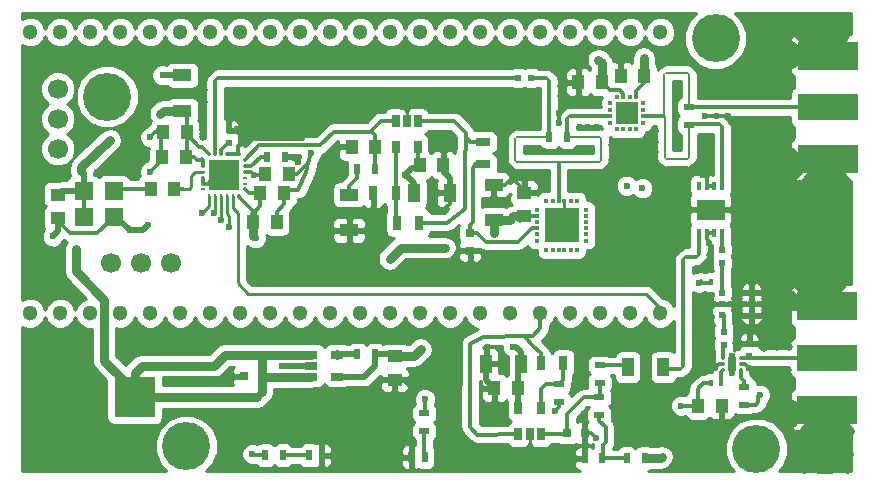
<source format=gtl>
G04 #@! TF.FileFunction,Copper,L1,Top,Signal*
%FSLAX46Y46*%
G04 Gerber Fmt 4.6, Leading zero omitted, Abs format (unit mm)*
G04 Created by KiCad (PCBNEW 4.0.0-rc1-stable) date 29/02/2016 1:35:43 AM*
%MOMM*%
G01*
G04 APERTURE LIST*
%ADD10C,0.100000*%
%ADD11C,0.650000*%
%ADD12R,0.400000X0.600000*%
%ADD13R,1.060000X0.650000*%
%ADD14R,0.650000X1.060000*%
%ADD15R,1.600000X1.500000*%
%ADD16R,0.400000X0.300000*%
%ADD17R,0.300000X0.400000*%
%ADD18R,1.950000X1.950000*%
%ADD19R,2.950000X2.950000*%
%ADD20R,0.400000X0.250000*%
%ADD21R,0.250000X0.400000*%
%ADD22R,2.650000X2.650000*%
%ADD23R,0.350000X0.250000*%
%ADD24R,0.700000X1.300000*%
%ADD25R,0.380000X0.800000*%
%ADD26R,2.410000X1.780000*%
%ADD27R,5.080000X2.415000*%
%ADD28R,5.080000X2.290000*%
%ADD29C,1.700000*%
%ADD30R,0.500000X0.900000*%
%ADD31R,0.900000X0.500000*%
%ADD32R,1.000000X1.250000*%
%ADD33R,0.800000X0.750000*%
%ADD34R,1.000000X1.600000*%
%ADD35R,0.500000X0.600000*%
%ADD36R,0.600000X0.500000*%
%ADD37R,1.250000X1.000000*%
%ADD38R,1.600000X1.000000*%
%ADD39R,0.750000X0.800000*%
%ADD40R,1.300000X0.700000*%
%ADD41C,4.064000*%
%ADD42C,1.300000*%
%ADD43R,0.345000X0.034500*%
%ADD44R,0.034500X0.345000*%
%ADD45R,0.170000X0.017000*%
%ADD46R,0.017000X0.170000*%
%ADD47R,3.500120X3.500120*%
%ADD48R,0.600000X0.480000*%
%ADD49R,0.560000X0.900000*%
%ADD50C,0.600000*%
%ADD51C,0.345000*%
%ADD52C,0.500000*%
%ADD53C,0.750000*%
%ADD54C,0.250000*%
%ADD55C,0.170000*%
%ADD56C,0.254000*%
G04 APERTURE END LIST*
D10*
G36*
X78473000Y-54335000D02*
X78128000Y-54335000D01*
X78128000Y-54162500D01*
X77955500Y-54162500D01*
X77955501Y-53817500D01*
X78088021Y-53817500D01*
X78473000Y-54202480D01*
X78473000Y-54335000D01*
X78473000Y-54335000D01*
G37*
G36*
X80130000Y-57060000D02*
X80130000Y-57405000D01*
X79957500Y-57405000D01*
X79957500Y-57577500D01*
X79612500Y-57577499D01*
X79612500Y-57444979D01*
X79997480Y-57060000D01*
X80130000Y-57060000D01*
X80130000Y-57060000D01*
G37*
G36*
X50330000Y-53810000D02*
X50330000Y-54155000D01*
X50157500Y-54155000D01*
X50157500Y-54327500D01*
X49812500Y-54327499D01*
X49812500Y-54194979D01*
X50197480Y-53810000D01*
X50330000Y-53810000D01*
X50330000Y-53810000D01*
G37*
G36*
X90205000Y-53730000D02*
X90035000Y-53730000D01*
X90035000Y-53645000D01*
X89950000Y-53645000D01*
X89950001Y-53475000D01*
X89990801Y-53475000D01*
X90205000Y-53689200D01*
X90205000Y-53730000D01*
X90205000Y-53730000D01*
G37*
G36*
X88210000Y-53475000D02*
X88210000Y-53645000D01*
X88125000Y-53645000D01*
X88125000Y-53730000D01*
X87955000Y-53729999D01*
X87955000Y-53689199D01*
X88169200Y-53475000D01*
X88210000Y-53475000D01*
X88210000Y-53475000D01*
G37*
G36*
X89950000Y-60920000D02*
X89950000Y-60750000D01*
X90035000Y-60750000D01*
X90035000Y-60665000D01*
X90205000Y-60665001D01*
X90205000Y-60705801D01*
X89990800Y-60920000D01*
X89950000Y-60920000D01*
X89950000Y-60920000D01*
G37*
G36*
X87960000Y-60665000D02*
X88130000Y-60665000D01*
X88130000Y-60750000D01*
X88215000Y-60750000D01*
X88214999Y-60920000D01*
X88174199Y-60920000D01*
X87960000Y-60705800D01*
X87960000Y-60665000D01*
X87960000Y-60665000D01*
G37*
G36*
X93090000Y-58260000D02*
X92745000Y-58260000D01*
X92745000Y-58087500D01*
X92572500Y-58087500D01*
X92572501Y-57742500D01*
X92705021Y-57742500D01*
X93090000Y-58127480D01*
X93090000Y-58260000D01*
X93090000Y-58260000D01*
G37*
G36*
X90620000Y-69310000D02*
X90620000Y-68965000D01*
X90792500Y-68965000D01*
X90792500Y-68792500D01*
X91137500Y-68792501D01*
X91137500Y-68925021D01*
X90752520Y-69310000D01*
X90620000Y-69310000D01*
X90620000Y-69310000D01*
G37*
G36*
X89980000Y-68965000D02*
X89980000Y-69310000D01*
X89807500Y-69310000D01*
X89807500Y-69482500D01*
X89462500Y-69482499D01*
X89462500Y-69349979D01*
X89847480Y-68965000D01*
X89980000Y-68965000D01*
X89980000Y-68965000D01*
G37*
G36*
X89290000Y-78770000D02*
X89290000Y-78425000D01*
X89462500Y-78425000D01*
X89462500Y-78252500D01*
X89807500Y-78252501D01*
X89807500Y-78385021D01*
X89422520Y-78770000D01*
X89290000Y-78770000D01*
X89290000Y-78770000D01*
G37*
G36*
X75325000Y-60890000D02*
X75495000Y-60890000D01*
X75495000Y-60975000D01*
X75580000Y-60975000D01*
X75579999Y-61145000D01*
X75539199Y-61145000D01*
X75325000Y-60930800D01*
X75325000Y-60890000D01*
X75325000Y-60890000D01*
G37*
G36*
X82525000Y-61145000D02*
X82525000Y-60975000D01*
X82610000Y-60975000D01*
X82610000Y-60890000D01*
X82780000Y-60890001D01*
X82780000Y-60930801D01*
X82565800Y-61145000D01*
X82525000Y-61145000D01*
X82525000Y-61145000D01*
G37*
G36*
X75580000Y-58905000D02*
X75580000Y-59075000D01*
X75495000Y-59075000D01*
X75495000Y-59160000D01*
X75325000Y-59159999D01*
X75325000Y-59119199D01*
X75539200Y-58905000D01*
X75580000Y-58905000D01*
X75580000Y-58905000D01*
G37*
G36*
X82780000Y-59160000D02*
X82610000Y-59160000D01*
X82610000Y-59075000D01*
X82525000Y-59075000D01*
X82525001Y-58905000D01*
X82565801Y-58905000D01*
X82780000Y-59119200D01*
X82780000Y-59160000D01*
X82780000Y-59160000D01*
G37*
D11*
X88090000Y-80280000D03*
X86970000Y-80300000D03*
X85600000Y-80330000D03*
X84150000Y-80360000D03*
X48970000Y-59010000D03*
X96880000Y-75070000D03*
X96880000Y-74070000D03*
X96880000Y-73070000D03*
X96880000Y-72070000D03*
X95930000Y-71110000D03*
X94160000Y-71090000D03*
X95930000Y-70070000D03*
X95930000Y-69070000D03*
X95930000Y-68070000D03*
X95930000Y-67070000D03*
X95930000Y-66070000D03*
X95930000Y-65070000D03*
X95930000Y-64070000D03*
X95930000Y-63070000D03*
X95930000Y-62070000D03*
X95930000Y-61070000D03*
X95930000Y-60070000D03*
X95930000Y-59070000D03*
X94100000Y-66650000D03*
X94210000Y-64740000D03*
X94220000Y-63460000D03*
X97330000Y-55370000D03*
X96360000Y-55310000D03*
X95360000Y-55250000D03*
X97130000Y-57860000D03*
X96010000Y-57900000D03*
X94100000Y-76410000D03*
X94240000Y-75160000D03*
X98560000Y-76800000D03*
X97580000Y-76790000D03*
X96480000Y-76810000D03*
X96420000Y-78720000D03*
X97530000Y-78740000D03*
X98530000Y-78680000D03*
X91980000Y-76110000D03*
X90770000Y-78840000D03*
X91920000Y-77210000D03*
X90790000Y-77820000D03*
X90910000Y-70230000D03*
X91930000Y-70090000D03*
X91930000Y-68990000D03*
X103370000Y-81370000D03*
X102670000Y-81370000D03*
X101970000Y-81370000D03*
X101270000Y-81370000D03*
X100570000Y-81370000D03*
X99870000Y-81370000D03*
X103270000Y-74050000D03*
X102570000Y-74050000D03*
X101870000Y-74050000D03*
X101170000Y-74050000D03*
X100470000Y-74050000D03*
X99770000Y-74050000D03*
X103320000Y-60150000D03*
X102620000Y-60150000D03*
X101920000Y-60150000D03*
X101220000Y-60150000D03*
X100520000Y-60150000D03*
X99820000Y-60150000D03*
X103390000Y-52800000D03*
X102690000Y-52800000D03*
X101990000Y-52800000D03*
X101290000Y-52800000D03*
X100590000Y-52800000D03*
X99890000Y-52800000D03*
X68810000Y-52720000D03*
X92370000Y-53810000D03*
X94610000Y-52960000D03*
X94830000Y-54040000D03*
X93470000Y-54230000D03*
X83500000Y-63250000D03*
X82190000Y-63360000D03*
X82800000Y-64420000D03*
X82720000Y-65620000D03*
X82640000Y-66910000D03*
X82610000Y-68110000D03*
X87640000Y-67830000D03*
X87610000Y-66630000D03*
X89090000Y-66600000D03*
X89030000Y-65480000D03*
X87780000Y-65420000D03*
X87830000Y-64240000D03*
X88890000Y-64240000D03*
X88730000Y-63040000D03*
X87640000Y-62990000D03*
X74610000Y-56560000D03*
X73500000Y-56780000D03*
X72460000Y-56760000D03*
X71180000Y-56920000D03*
X70330000Y-56230000D03*
X69320000Y-56670000D03*
X64440000Y-56450000D03*
X63050000Y-56480000D03*
X61890000Y-56480000D03*
X60520000Y-56520000D03*
X57440000Y-56120000D03*
X57590000Y-57060000D03*
X56430000Y-57340000D03*
X56340000Y-56260000D03*
X54930000Y-56140000D03*
X53600000Y-56140000D03*
X52350000Y-56110000D03*
X49000000Y-54110000D03*
X49020000Y-55040000D03*
X49020000Y-55990000D03*
X49010000Y-57050000D03*
X49010000Y-58060000D03*
X49140000Y-53230000D03*
X51150000Y-57130000D03*
X51180000Y-56080000D03*
X75430000Y-55260000D03*
X75830000Y-52710000D03*
X74830000Y-52720000D03*
X73850000Y-52750000D03*
X73010000Y-52770000D03*
X71450000Y-52750000D03*
X70390000Y-52790000D03*
X67950000Y-52690000D03*
X66890000Y-52670000D03*
X65850000Y-52690000D03*
X64850000Y-52690000D03*
X63850000Y-52690000D03*
X62780000Y-52750000D03*
X61660000Y-52720000D03*
X60570000Y-52780000D03*
X58620000Y-52390000D03*
X57850000Y-52690000D03*
X56850000Y-52690000D03*
X55850000Y-52690000D03*
X54850000Y-52690000D03*
X53850000Y-52690000D03*
X52850000Y-52690000D03*
X51850000Y-52690000D03*
X50850000Y-52690000D03*
X49850000Y-52690000D03*
X74210000Y-55150000D03*
X73210000Y-55150000D03*
X72210000Y-55150000D03*
X71210000Y-55150000D03*
X70360000Y-55220000D03*
X68700000Y-55190000D03*
X67890000Y-55230000D03*
X66210000Y-55150000D03*
X65210000Y-55150000D03*
X64210000Y-55150000D03*
X63210000Y-55150000D03*
X62210000Y-55150000D03*
X61210000Y-55150000D03*
X60270000Y-55150000D03*
X59300000Y-55140000D03*
X58030000Y-55180000D03*
X57210000Y-55150000D03*
X56210000Y-55150000D03*
X55210000Y-55150000D03*
X54210000Y-55150000D03*
X53210000Y-55150000D03*
X52210000Y-55150000D03*
X51210000Y-55150000D03*
X78730000Y-85300000D03*
X81230000Y-82400000D03*
X80380000Y-80320000D03*
X81090000Y-79830000D03*
X89370000Y-79770000D03*
X88530000Y-75310000D03*
X88470000Y-72330000D03*
X88430000Y-71450000D03*
X88460000Y-70510000D03*
X88420000Y-69720000D03*
X88680000Y-68760000D03*
X89410000Y-68000000D03*
X94100000Y-70160000D03*
X93980000Y-68980000D03*
X94020000Y-67900000D03*
X77900000Y-52910000D03*
X78600000Y-52940000D03*
X79070000Y-53590000D03*
X79310000Y-54660000D03*
X79320000Y-55480000D03*
X79330000Y-56400000D03*
X77170000Y-55150000D03*
X77200000Y-56130000D03*
X77200000Y-56950000D03*
X77170000Y-57860000D03*
X76320000Y-57840000D03*
X75310000Y-57870000D03*
X74400000Y-58530000D03*
X74340000Y-59530000D03*
X74350000Y-60660000D03*
X74760000Y-61740000D03*
X75800000Y-62060000D03*
X76960000Y-62100000D03*
X77870000Y-63130000D03*
X80310000Y-62080000D03*
X80420000Y-63160000D03*
X77920000Y-62100000D03*
X81380000Y-62130000D03*
X82530000Y-62090000D03*
X83590000Y-59680000D03*
X83590000Y-60910000D03*
X87220000Y-59380000D03*
X87230000Y-58480000D03*
X87230000Y-60280000D03*
X87220000Y-61410000D03*
X88200000Y-61840000D03*
X89260000Y-61870000D03*
X90280000Y-61810000D03*
X88510000Y-52420000D03*
X89730000Y-52440000D03*
X91190000Y-53370000D03*
X91240000Y-54270000D03*
X91290000Y-55230000D03*
X98390000Y-55340000D03*
X94370000Y-55260000D03*
X93330000Y-55240000D03*
X92330000Y-55250000D03*
X95010000Y-57900000D03*
X98440000Y-57810000D03*
X94250000Y-62120000D03*
X94170000Y-61050000D03*
X94170000Y-59990000D03*
X94150000Y-58950000D03*
X94090000Y-57840000D03*
X91330000Y-61470000D03*
X91330000Y-60220000D03*
X91330000Y-59160000D03*
D12*
X92850000Y-79830000D03*
X91950000Y-79830000D03*
D13*
X58147100Y-77395400D03*
X58147100Y-78345400D03*
X58147100Y-79295400D03*
X60347100Y-79295400D03*
X60347100Y-77395400D03*
D14*
X67170000Y-57630000D03*
X66220000Y-57630000D03*
X65270000Y-57630000D03*
X65270000Y-59830000D03*
X67170000Y-59830000D03*
X75675200Y-84153240D03*
X76625200Y-84153240D03*
X77575200Y-84153240D03*
X77575200Y-81953240D03*
X75675200Y-81953240D03*
D15*
X38862000Y-65743000D03*
X41402000Y-65743000D03*
X41402000Y-63543000D03*
X38862000Y-63543000D03*
D16*
X86215000Y-56685000D03*
X86215000Y-56135000D03*
X86215000Y-57235000D03*
X86215000Y-57785000D03*
D17*
X85665000Y-58335000D03*
X85115000Y-58335000D03*
X84015000Y-55585000D03*
X84565000Y-55585000D03*
X85665000Y-55585000D03*
X85115000Y-55585000D03*
X84015000Y-58335000D03*
X84565000Y-58335000D03*
D16*
X83465000Y-57785000D03*
X83465000Y-57235000D03*
X83465000Y-56685000D03*
X83465000Y-56135000D03*
D18*
X84840000Y-56960000D03*
D16*
X81409360Y-65653560D03*
X81409360Y-65131560D03*
X81409360Y-66165560D03*
X81409360Y-66697560D03*
X81409360Y-67221560D03*
X81409360Y-67781560D03*
X77259360Y-67781560D03*
X77259360Y-67221560D03*
X77259360Y-66697560D03*
X77259360Y-66215560D03*
X77259360Y-65131560D03*
X77259360Y-65691560D03*
D17*
X78009360Y-64381560D03*
X78569360Y-64381560D03*
X79093360Y-64381560D03*
X79575360Y-64381560D03*
X80659360Y-64381560D03*
X80099360Y-64381560D03*
X80099360Y-68531560D03*
X80659360Y-68531560D03*
X79575360Y-68531560D03*
X79093360Y-68531560D03*
X78569360Y-68531560D03*
X78009360Y-68531560D03*
D19*
X79334360Y-66456560D03*
D20*
X48961500Y-62916500D03*
X48961500Y-63416500D03*
X48961500Y-62416500D03*
X48961500Y-61916500D03*
X48961500Y-61416500D03*
X48961500Y-60916500D03*
X52511500Y-60916500D03*
X52511500Y-61416500D03*
X52511500Y-61916500D03*
X52511500Y-62416500D03*
X52511500Y-63416500D03*
X52511500Y-62916500D03*
D21*
X51986500Y-63941500D03*
X51486500Y-63941500D03*
X50986500Y-63941500D03*
X50486500Y-63941500D03*
X49486500Y-63941500D03*
X49986500Y-63941500D03*
X49986500Y-60391500D03*
X49486500Y-60391500D03*
X50486500Y-60391500D03*
X50986500Y-60391500D03*
X51486500Y-60391500D03*
X51986500Y-60391500D03*
D22*
X50736500Y-62166500D03*
D23*
X94487200Y-78700100D03*
X94487200Y-78200100D03*
X94487200Y-77700100D03*
X93037200Y-77700100D03*
X93037200Y-78200100D03*
X93037200Y-78700100D03*
D24*
X93762200Y-78200100D03*
D25*
X92917700Y-63119200D03*
X92267700Y-63119200D03*
X91617700Y-63119200D03*
X90967700Y-63119200D03*
X90967700Y-67119200D03*
X91617700Y-67119200D03*
D26*
X91942700Y-65119200D03*
D25*
X92267700Y-67119200D03*
X92917700Y-67119200D03*
D27*
X101803600Y-82069400D03*
X101803600Y-73303400D03*
D28*
X101803600Y-77686400D03*
D27*
X101863600Y-60853000D03*
X101863600Y-52087000D03*
D28*
X101863600Y-56470000D03*
D29*
X36670000Y-54890000D03*
X36670000Y-57430000D03*
X36670000Y-59970000D03*
X46240000Y-69610000D03*
X43700000Y-69610000D03*
X41160000Y-69610000D03*
D30*
X78300000Y-58990000D03*
X79800000Y-58990000D03*
D31*
X90120000Y-56450000D03*
X90120000Y-57950000D03*
D32*
X46529500Y-63373000D03*
X44529500Y-63373000D03*
D33*
X79802040Y-84059080D03*
X81302040Y-84059080D03*
D34*
X84939760Y-78476160D03*
X87939760Y-78476160D03*
D31*
X82528160Y-82528160D03*
X82528160Y-81028160D03*
X82553560Y-78300200D03*
X82553560Y-79800200D03*
D35*
X95210000Y-77550000D03*
X95210000Y-76450000D03*
D36*
X76750000Y-53990000D03*
X75650000Y-53990000D03*
D31*
X94800000Y-81640000D03*
X94800000Y-80140000D03*
D33*
X53950000Y-79240000D03*
X52450000Y-79240000D03*
D32*
X47590000Y-58550000D03*
X45590000Y-58550000D03*
X47500000Y-60690000D03*
X45500000Y-60690000D03*
D37*
X36660000Y-63850000D03*
X36660000Y-65850000D03*
D32*
X55830000Y-63750000D03*
X53830000Y-63750000D03*
X55200000Y-66160000D03*
X53200000Y-66160000D03*
D37*
X65200000Y-77530000D03*
X65200000Y-79530000D03*
D32*
X61560200Y-59817000D03*
X63560200Y-59817000D03*
D38*
X61341000Y-66879600D03*
X61341000Y-63879600D03*
D32*
X69310000Y-61370000D03*
X67310000Y-61370000D03*
X73644000Y-80233840D03*
X75644000Y-80233840D03*
D39*
X71589900Y-67106100D03*
X71589900Y-68606100D03*
D37*
X76150000Y-63710000D03*
X76150000Y-65710000D03*
D35*
X92930000Y-69640000D03*
X92930000Y-68540000D03*
D32*
X90870000Y-81720000D03*
X92870000Y-81720000D03*
D35*
X93050000Y-76550000D03*
X93050000Y-75450000D03*
D30*
X54400000Y-60640000D03*
X55900000Y-60640000D03*
X63538800Y-61722000D03*
X62038800Y-61722000D03*
D24*
X63370000Y-63760000D03*
X65270000Y-63760000D03*
X79475120Y-78140880D03*
X77575120Y-78140880D03*
X65380000Y-66220000D03*
X67280000Y-66220000D03*
D31*
X79114400Y-79890240D03*
X79114400Y-81390240D03*
D40*
X72670000Y-61300000D03*
X72670000Y-59400000D03*
D12*
X92020000Y-71280000D03*
X92920000Y-71280000D03*
D41*
X92370000Y-50630000D03*
X95810000Y-85410000D03*
X40850000Y-55560000D03*
X47550000Y-85160000D03*
D42*
X80070000Y-73910700D03*
X34350000Y-73910700D03*
X36890000Y-73910700D03*
X39430000Y-73910700D03*
X41970000Y-73910700D03*
X44510000Y-73910700D03*
X47050000Y-73910700D03*
X49590000Y-73910700D03*
X52130000Y-73910700D03*
X54670000Y-73910700D03*
X57210000Y-73910700D03*
X59750000Y-73910700D03*
X62290000Y-73910700D03*
X64830000Y-73910700D03*
X67370000Y-73910700D03*
X69910000Y-73910700D03*
X72450000Y-73910700D03*
X74990000Y-73910700D03*
X77530000Y-73910700D03*
X82610000Y-73910700D03*
X85150000Y-73910700D03*
X87690000Y-73910700D03*
X80060000Y-50110700D03*
X34340000Y-50110700D03*
X36880000Y-50110700D03*
X39420000Y-50110700D03*
X41960000Y-50110700D03*
X44500000Y-50110700D03*
X47040000Y-50110700D03*
X49580000Y-50110700D03*
X52120000Y-50110700D03*
X54660000Y-50110700D03*
X57200000Y-50110700D03*
X59740000Y-50110700D03*
X62280000Y-50110700D03*
X64820000Y-50110700D03*
X67360000Y-50110700D03*
X69900000Y-50110700D03*
X72440000Y-50110700D03*
X74980000Y-50110700D03*
X77520000Y-50110700D03*
X82600000Y-50110700D03*
X85140000Y-50110700D03*
X87680000Y-50110700D03*
D32*
X82750000Y-54350000D03*
X80750000Y-54350000D03*
X84320000Y-53810000D03*
X86320000Y-53810000D03*
D43*
X78300500Y-54352250D03*
D44*
X77938251Y-53990000D03*
X80147250Y-57232500D03*
D43*
X79785000Y-57594749D03*
D44*
X50347250Y-53982500D03*
D43*
X49985000Y-54344749D03*
D45*
X90120000Y-53738500D03*
D46*
X89941501Y-53560000D03*
X88218500Y-53560000D03*
D45*
X88040000Y-53738499D03*
D46*
X89941500Y-60835000D03*
D45*
X90120000Y-60656501D03*
X88045000Y-60656500D03*
D46*
X88223499Y-60835000D03*
D43*
X92917500Y-58277250D03*
D44*
X92555251Y-57915000D03*
X90602750Y-69137500D03*
D43*
X90965000Y-68775251D03*
D44*
X89997250Y-69137500D03*
D43*
X89635000Y-69499749D03*
D44*
X89272750Y-78597500D03*
D43*
X89635000Y-78235251D03*
D47*
X43190660Y-80970000D03*
X37190660Y-80970000D03*
X40190660Y-85669000D03*
D35*
X51160000Y-59510000D03*
X51160000Y-58410000D03*
D32*
X56230000Y-62120000D03*
X54230000Y-62120000D03*
D45*
X75410000Y-60881500D03*
D46*
X75588499Y-61060000D03*
X82516500Y-61060000D03*
D45*
X82695000Y-60881501D03*
D46*
X75588500Y-58990000D03*
D45*
X75410000Y-59168499D03*
X82695000Y-59168500D03*
D46*
X82516501Y-58990000D03*
D30*
X82790000Y-86190000D03*
X81290000Y-86190000D03*
X86350000Y-86170000D03*
X84850000Y-86170000D03*
D48*
X92890000Y-72160000D03*
X92890000Y-73110000D03*
X92890000Y-74060000D03*
X95410000Y-74060000D03*
X95410000Y-73110000D03*
X95410000Y-72160000D03*
D30*
X62015000Y-77392900D03*
X63515000Y-77392900D03*
D38*
X47200000Y-56750000D03*
X47200000Y-53750000D03*
D34*
X69860000Y-63700000D03*
X66860000Y-63700000D03*
X72930000Y-78170000D03*
X75930000Y-78170000D03*
D38*
X73580000Y-63010000D03*
X73580000Y-66010000D03*
D31*
X67710000Y-82370000D03*
X67710000Y-83870000D03*
D30*
X54240000Y-85940000D03*
X55740000Y-85940000D03*
D49*
X59050000Y-85940000D03*
X57910000Y-85940000D03*
X66610000Y-86080000D03*
X67750000Y-86080000D03*
D50*
X67780000Y-81150000D03*
X90940000Y-71300000D03*
X86170000Y-63310000D03*
X82450000Y-52440000D03*
X86280000Y-52300000D03*
X84830000Y-63090000D03*
X66080000Y-62220000D03*
X53320000Y-62180000D03*
X45540000Y-53750000D03*
X44470000Y-59000000D03*
X58090000Y-60370000D03*
X44490000Y-61920000D03*
X44335700Y-66408300D03*
X42748200Y-66865500D03*
X36230000Y-67400000D03*
X49974500Y-62166500D03*
X50711100Y-62890400D03*
X51523900Y-62153800D03*
X50025300Y-61442600D03*
X50711100Y-61379100D03*
X51447700Y-61404500D03*
X50736500Y-62166500D03*
X65660000Y-86250000D03*
X60040000Y-85860000D03*
X103590000Y-48820000D03*
X102510000Y-48770000D03*
X101170000Y-48940000D03*
X98710000Y-52070000D03*
X98450000Y-53130000D03*
X98400000Y-54100000D03*
X96480000Y-52180000D03*
X96500000Y-51270000D03*
X96460000Y-50210000D03*
X96440000Y-49300000D03*
X95500000Y-49320000D03*
X95440000Y-50230000D03*
X95340000Y-51210000D03*
X95320000Y-52240000D03*
X97550000Y-53170000D03*
X97540000Y-54060000D03*
X96500000Y-54010000D03*
X96470000Y-53050000D03*
X97660000Y-48930000D03*
X97560000Y-50010000D03*
X97580000Y-51080000D03*
X97560000Y-52100000D03*
X73140000Y-76790000D03*
X69540000Y-60050000D03*
X69330000Y-65150000D03*
X80240000Y-86490000D03*
X102540000Y-68040000D03*
X100890000Y-66620000D03*
X103590000Y-69530000D03*
X102400000Y-69540000D03*
X103640000Y-68080000D03*
X101250000Y-69460000D03*
X99270000Y-69600000D03*
X97320000Y-66500000D03*
X97320000Y-69570000D03*
X97370000Y-67980000D03*
X98710000Y-67920000D03*
X98740000Y-66440000D03*
X98680000Y-64990000D03*
X97480000Y-65070000D03*
X79070000Y-57760000D03*
X79110000Y-56940000D03*
X91460000Y-57220000D03*
X92480000Y-57180000D03*
X93410000Y-57180000D03*
X92030000Y-72330000D03*
X92030000Y-73330000D03*
X92030000Y-74260000D03*
X92050000Y-75220000D03*
X99940000Y-85720000D03*
X100970000Y-85670000D03*
X98850000Y-86900000D03*
X99830000Y-87090000D03*
X101000000Y-87070000D03*
X102230000Y-87010000D03*
X103520000Y-87090000D03*
X103630000Y-85780000D03*
X102340000Y-85750000D03*
X98830000Y-85670000D03*
X98321100Y-71457700D03*
X95200000Y-78510000D03*
X80910000Y-58140000D03*
X81580000Y-58160000D03*
X82330000Y-58160000D03*
X88930000Y-54690000D03*
X88940000Y-55630000D03*
X88910000Y-56850000D03*
X88940000Y-58010000D03*
X89030000Y-58990000D03*
X89040000Y-59900000D03*
X81860000Y-60160000D03*
X80900000Y-60140000D03*
X79990000Y-60210000D03*
X78800000Y-60210000D03*
X77720000Y-60220000D03*
X76630000Y-60220000D03*
X57020000Y-61110000D03*
X84200000Y-52530000D03*
X51880000Y-58270000D03*
X75120000Y-62430000D03*
X65940000Y-56410000D03*
X99090000Y-48860000D03*
X100010000Y-50160000D03*
X100050000Y-48960000D03*
X98990000Y-49940000D03*
X99720000Y-66220000D03*
X100690000Y-64160000D03*
X100670000Y-65330000D03*
X99740000Y-62960000D03*
X99690000Y-64460000D03*
X102730000Y-65330000D03*
X103520000Y-66860000D03*
X102040000Y-66840000D03*
X101210000Y-68060000D03*
X99640000Y-67510000D03*
X101700000Y-63710000D03*
X101640000Y-65330000D03*
X103610000Y-64250000D03*
X103420000Y-63300000D03*
X103460000Y-50090000D03*
X98650000Y-60890000D03*
X91850000Y-67920000D03*
X91290000Y-62190000D03*
X76590000Y-85480000D03*
X78748640Y-82184560D03*
X84898510Y-57062790D03*
X103480000Y-71170000D03*
X98920700Y-84239600D03*
X100762200Y-84214200D03*
X102959300Y-84201500D03*
X98882600Y-79997800D03*
X98882600Y-82093300D03*
X51040000Y-79350000D03*
X66720000Y-80360000D03*
X63300000Y-66790000D03*
X73650000Y-81670000D03*
X92314400Y-78530300D03*
X85381110Y-57624130D03*
X84377810Y-57624130D03*
X84327010Y-56430330D03*
X85419210Y-56519230D03*
X79334360Y-66456560D03*
X82243680Y-84480720D03*
X99682700Y-71006200D03*
X102121100Y-70968100D03*
X93774900Y-77539700D03*
X93749500Y-78949400D03*
X93762200Y-78200100D03*
X98882600Y-75387700D03*
X80324960Y-65567560D03*
X80324960Y-66469260D03*
X80312260Y-67383660D03*
X79397860Y-67383660D03*
X78508860Y-65504060D03*
X78572360Y-67409060D03*
X78572360Y-66469260D03*
X55670000Y-78340000D03*
X98768300Y-73292200D03*
X57950000Y-58060000D03*
X92692000Y-64662000D03*
X91129900Y-65563700D03*
X91129900Y-64636600D03*
X92692000Y-65627200D03*
X91942700Y-65119200D03*
X49910000Y-65380000D03*
X50490000Y-65990000D03*
X51180000Y-66640000D03*
X48880000Y-65420000D03*
X53110000Y-85830000D03*
X75190000Y-76720000D03*
X69430000Y-68340000D03*
X73610000Y-67070000D03*
X64760000Y-69290000D03*
X41110000Y-59250000D03*
X45370000Y-57020000D03*
X96120000Y-80800000D03*
X89460000Y-81720000D03*
X87820000Y-86060000D03*
X53420000Y-67550000D03*
X38670000Y-61870000D03*
X38220000Y-68450000D03*
X67390000Y-76950000D03*
D51*
X67780000Y-81150000D02*
X67780000Y-82300000D01*
X67780000Y-82300000D02*
X67710000Y-82370000D01*
X67780000Y-81150000D02*
X67820000Y-81150000D01*
D52*
X66080000Y-62220000D02*
X66180000Y-62220000D01*
X66180000Y-62220000D02*
X66860000Y-62900000D01*
X66860000Y-62900000D02*
X66860000Y-63700000D01*
D51*
X90940000Y-71300000D02*
X92000000Y-71300000D01*
X92000000Y-71300000D02*
X92020000Y-71280000D01*
X90940000Y-71300000D02*
X91110000Y-71130000D01*
X53320000Y-62180000D02*
X54170000Y-62180000D01*
X54170000Y-62180000D02*
X54230000Y-62120000D01*
D52*
X66790000Y-61610000D02*
X67070000Y-61610000D01*
X67070000Y-61610000D02*
X67310000Y-61370000D01*
D53*
X86280000Y-52300000D02*
X86280000Y-53770000D01*
X86280000Y-53770000D02*
X86320000Y-53810000D01*
D51*
X85665000Y-55585000D02*
X85665000Y-55085000D01*
X85665000Y-55085000D02*
X86320000Y-54430000D01*
X86320000Y-54430000D02*
X86320000Y-53810000D01*
X84565000Y-55585000D02*
X84565000Y-55315000D01*
X83390000Y-54990000D02*
X82750000Y-54350000D01*
X84240000Y-54990000D02*
X83390000Y-54990000D01*
X84565000Y-55315000D02*
X84240000Y-54990000D01*
D53*
X82750000Y-52740000D02*
X82750000Y-54350000D01*
X82450000Y-52440000D02*
X82750000Y-52740000D01*
X86280000Y-52300000D02*
X86320000Y-52340000D01*
D52*
X66080000Y-62220000D02*
X66080000Y-62280000D01*
X66690000Y-61610000D02*
X66790000Y-61610000D01*
X66790000Y-61610000D02*
X67290000Y-61610000D01*
X66080000Y-62220000D02*
X66690000Y-61610000D01*
D51*
X52511500Y-61916500D02*
X53056500Y-61916500D01*
X53056500Y-61916500D02*
X53320000Y-62180000D01*
X67170000Y-59830000D02*
X67170000Y-61490000D01*
X67170000Y-61490000D02*
X67290000Y-61610000D01*
D52*
X47200000Y-53750000D02*
X45540000Y-53750000D01*
D51*
X44470000Y-59000000D02*
X44470000Y-58950000D01*
X44870000Y-58550000D02*
X45590000Y-58550000D01*
X44470000Y-58950000D02*
X44870000Y-58550000D01*
X56930000Y-62120000D02*
X57898376Y-61151624D01*
X56230000Y-62120000D02*
X56930000Y-62120000D01*
X56120000Y-63460000D02*
X57040000Y-63460000D01*
X57040000Y-63460000D02*
X57710000Y-61920000D01*
X57710000Y-61920000D02*
X57898376Y-61151624D01*
X57898376Y-61151624D02*
X58090000Y-60370000D01*
X56120000Y-63460000D02*
X55830000Y-63750000D01*
X55200000Y-66160000D02*
X55200000Y-65300000D01*
X55830000Y-64670000D02*
X55830000Y-63750000D01*
X55200000Y-65300000D02*
X55830000Y-64670000D01*
X45580000Y-58280000D02*
X45190000Y-58280000D01*
X45440000Y-60490000D02*
X45440000Y-60970000D01*
X45440000Y-60970000D02*
X44490000Y-61920000D01*
X55200000Y-66160000D02*
X55200000Y-65700000D01*
D52*
X42748200Y-66865500D02*
X43878500Y-66865500D01*
X43878500Y-66865500D02*
X44335700Y-66408300D01*
X41625700Y-65743000D02*
X42748200Y-66865500D01*
X36660000Y-66970000D02*
X36660000Y-65850000D01*
X36230000Y-67400000D02*
X36660000Y-66970000D01*
D51*
X55240000Y-65670000D02*
X55240000Y-65660000D01*
X45545500Y-58245500D02*
X45580000Y-58280000D01*
X45440000Y-60490000D02*
X45440000Y-58420000D01*
X45440000Y-58420000D02*
X45580000Y-58280000D01*
X36660000Y-65850000D02*
X36660000Y-66070000D01*
X36660000Y-66070000D02*
X37720000Y-67130000D01*
X37720000Y-67130000D02*
X40015000Y-67130000D01*
X40015000Y-67130000D02*
X41402000Y-65743000D01*
X49974500Y-62166500D02*
X50736500Y-62166500D01*
X50711100Y-62890400D02*
X50736500Y-62865000D01*
X51523900Y-62153800D02*
X51511200Y-62166500D01*
X50025300Y-61442600D02*
X50736500Y-62153800D01*
X50711100Y-61379100D02*
X50736500Y-61404500D01*
X51447700Y-61404500D02*
X50736500Y-62115700D01*
D52*
X41402000Y-65743000D02*
X41625700Y-65743000D01*
D51*
X48961500Y-62416500D02*
X48961500Y-62916500D01*
X50736500Y-62166500D02*
X50101500Y-62166500D01*
X50101500Y-62166500D02*
X49351500Y-62916500D01*
X49351500Y-62916500D02*
X48961500Y-62916500D01*
X50736500Y-62166500D02*
X49657000Y-62166500D01*
X50486500Y-60391500D02*
X50486500Y-60073500D01*
X50486500Y-60073500D02*
X51050000Y-59510000D01*
X51050000Y-59510000D02*
X51160000Y-59510000D01*
X66660000Y-86080000D02*
X65830000Y-86080000D01*
X65830000Y-86080000D02*
X65660000Y-86250000D01*
X59000000Y-85940000D02*
X59960000Y-85940000D01*
X59960000Y-85940000D02*
X60040000Y-85860000D01*
D53*
X103590000Y-48820000D02*
X103550000Y-48780000D01*
X103550000Y-48780000D02*
X102510000Y-48770000D01*
X98727000Y-52087000D02*
X98710000Y-52070000D01*
X98727000Y-52087000D02*
X101863600Y-52087000D01*
D52*
X98450000Y-54050000D02*
X98450000Y-53130000D01*
X98400000Y-54100000D02*
X98450000Y-54050000D01*
X95320000Y-52240000D02*
X95320000Y-52250000D01*
X96500000Y-51270000D02*
X96460000Y-51230000D01*
X96460000Y-51230000D02*
X96460000Y-50210000D01*
X96440000Y-49300000D02*
X96420000Y-49320000D01*
X96420000Y-49320000D02*
X95500000Y-49320000D01*
X95440000Y-50230000D02*
X95340000Y-50330000D01*
X95340000Y-50330000D02*
X95340000Y-51210000D01*
X95320000Y-52250000D02*
X94610000Y-52960000D01*
X96480000Y-52180000D02*
X96480000Y-53040000D01*
X96550000Y-54060000D02*
X97540000Y-54060000D01*
X96500000Y-54010000D02*
X96550000Y-54060000D01*
X96480000Y-53040000D02*
X96470000Y-53050000D01*
X99090000Y-48860000D02*
X97730000Y-48860000D01*
X97730000Y-48860000D02*
X97660000Y-48930000D01*
X97480000Y-52180000D02*
X96480000Y-52180000D01*
X97560000Y-50010000D02*
X97580000Y-50030000D01*
X97580000Y-50030000D02*
X97580000Y-51080000D01*
X97560000Y-52100000D02*
X97480000Y-52180000D01*
D51*
X72930000Y-78170000D02*
X72930000Y-77000000D01*
X72930000Y-77000000D02*
X73140000Y-76790000D01*
D52*
X72930000Y-78170000D02*
X72930000Y-79519840D01*
X72930000Y-79519840D02*
X73644000Y-80233840D01*
D51*
X69310000Y-61370000D02*
X69310000Y-60280000D01*
X69310000Y-60280000D02*
X69540000Y-60050000D01*
X69860000Y-63700000D02*
X69860000Y-64620000D01*
X69860000Y-64620000D02*
X69330000Y-65150000D01*
D52*
X69310000Y-61370000D02*
X69310000Y-61870000D01*
X69310000Y-61870000D02*
X69860000Y-62420000D01*
X69860000Y-62420000D02*
X69860000Y-63700000D01*
D51*
X73580000Y-63010000D02*
X74540000Y-63010000D01*
X74540000Y-63010000D02*
X75120000Y-62430000D01*
X80540000Y-86190000D02*
X80240000Y-86490000D01*
X81290000Y-86190000D02*
X80540000Y-86190000D01*
X102540000Y-68040000D02*
X103560000Y-68000000D01*
D53*
X99720000Y-66220000D02*
X100490000Y-66220000D01*
X100490000Y-66220000D02*
X100890000Y-66620000D01*
D51*
X102480000Y-69460000D02*
X103590000Y-69530000D01*
X102400000Y-69540000D02*
X102480000Y-69460000D01*
X103560000Y-68000000D02*
X103640000Y-68080000D01*
X101250000Y-69460000D02*
X101110000Y-69600000D01*
X101110000Y-69600000D02*
X99270000Y-69600000D01*
X97320000Y-69570000D02*
X97370000Y-69520000D01*
X97370000Y-69520000D02*
X97370000Y-67980000D01*
X98710000Y-67920000D02*
X98740000Y-67890000D01*
X98740000Y-67890000D02*
X98740000Y-66440000D01*
X98680000Y-64990000D02*
X98600000Y-65070000D01*
X98600000Y-65070000D02*
X97480000Y-65070000D01*
X79070000Y-57760000D02*
X79070000Y-56980000D01*
X79070000Y-56980000D02*
X79110000Y-56940000D01*
X79330000Y-56400000D02*
X79330000Y-56720000D01*
X79330000Y-56720000D02*
X79110000Y-56940000D01*
X92480000Y-57180000D02*
X91500000Y-57180000D01*
X93410000Y-57180000D02*
X92480000Y-57180000D01*
X91500000Y-57180000D02*
X91460000Y-57220000D01*
X92030000Y-73330000D02*
X92030000Y-72330000D01*
X92030000Y-75200000D02*
X92030000Y-74260000D01*
X92050000Y-75220000D02*
X92030000Y-75200000D01*
D52*
X102340000Y-85750000D02*
X102340000Y-84820800D01*
X102340000Y-84820800D02*
X102959300Y-84201500D01*
D53*
X98830000Y-85670000D02*
X99890000Y-85670000D01*
X99890000Y-85670000D02*
X99940000Y-85720000D01*
X101050000Y-85750000D02*
X102340000Y-85750000D01*
X100970000Y-85670000D02*
X101050000Y-85750000D01*
X99640000Y-86900000D02*
X98850000Y-86900000D01*
X99830000Y-87090000D02*
X99640000Y-86900000D01*
X102170000Y-87070000D02*
X101000000Y-87070000D01*
X102230000Y-87010000D02*
X102170000Y-87070000D01*
X103520000Y-85890000D02*
X103520000Y-87090000D01*
X103630000Y-85780000D02*
X103520000Y-85890000D01*
D51*
X98830000Y-85670000D02*
X98766500Y-85733500D01*
X93050000Y-73110000D02*
X95250000Y-73110000D01*
X94816300Y-78200100D02*
X94890100Y-78200100D01*
X94487200Y-78200100D02*
X94816300Y-78200100D01*
X94890100Y-78200100D02*
X95200000Y-78510000D01*
X82330000Y-58160000D02*
X81580000Y-58160000D01*
X88930000Y-55620000D02*
X88930000Y-54690000D01*
X88940000Y-55630000D02*
X88930000Y-55620000D01*
X88910000Y-57980000D02*
X88910000Y-56850000D01*
X88940000Y-58010000D02*
X88910000Y-57980000D01*
X89030000Y-59890000D02*
X89030000Y-58990000D01*
X89040000Y-59900000D02*
X89030000Y-59890000D01*
X81860000Y-60160000D02*
X81840000Y-60140000D01*
X81840000Y-60140000D02*
X80900000Y-60140000D01*
X79990000Y-60210000D02*
X78800000Y-60210000D01*
X77720000Y-60220000D02*
X76630000Y-60220000D01*
X55900000Y-60640000D02*
X56410000Y-60640000D01*
X56410000Y-60640000D02*
X57020000Y-61110000D01*
X84320000Y-53810000D02*
X84320000Y-52650000D01*
X84320000Y-52650000D02*
X84200000Y-52530000D01*
X80750000Y-54350000D02*
X79620000Y-54350000D01*
X79620000Y-54350000D02*
X79310000Y-54660000D01*
X51160000Y-58410000D02*
X51740000Y-58410000D01*
X51740000Y-58410000D02*
X51880000Y-58270000D01*
X69290000Y-61390000D02*
X69310000Y-61370000D01*
X76150000Y-63710000D02*
X76150000Y-63460000D01*
X76150000Y-63460000D02*
X75120000Y-62430000D01*
D54*
X66220000Y-56690000D02*
X65940000Y-56410000D01*
X66220000Y-57630000D02*
X66220000Y-56690000D01*
D53*
X101863600Y-52013600D02*
X100010000Y-50160000D01*
X98990000Y-48960000D02*
X98990000Y-49940000D01*
X99090000Y-48860000D02*
X98990000Y-48960000D01*
X100690000Y-65310000D02*
X100690000Y-64160000D01*
X100670000Y-65330000D02*
X100690000Y-65310000D01*
X99720000Y-66220000D02*
X99720000Y-67430000D01*
X99690000Y-64460000D02*
X99720000Y-64490000D01*
X99720000Y-64490000D02*
X99720000Y-66220000D01*
X101547000Y-60853000D02*
X99740000Y-62960000D01*
X102730000Y-66070000D02*
X102730000Y-65330000D01*
X103520000Y-66860000D02*
X102730000Y-66070000D01*
X102040000Y-67230000D02*
X102040000Y-66840000D01*
X101210000Y-68060000D02*
X102040000Y-67230000D01*
X99720000Y-67430000D02*
X99640000Y-67510000D01*
X101863600Y-52087000D02*
X102253000Y-52087000D01*
X102253000Y-52087000D02*
X103440000Y-50200000D01*
X101863600Y-52087000D02*
X101137000Y-52087000D01*
X101137000Y-52087000D02*
X98990000Y-49940000D01*
X101863600Y-60853000D02*
X100337000Y-60853000D01*
X100337000Y-60853000D02*
X98770000Y-62420000D01*
X101863600Y-60853000D02*
X101863600Y-60923600D01*
X101863600Y-60923600D02*
X103590000Y-62840000D01*
X101803600Y-73303400D02*
X101123400Y-73303400D01*
X101123400Y-73303400D02*
X99100000Y-71280000D01*
X101803600Y-82069400D02*
X99319400Y-82069400D01*
X99319400Y-82069400D02*
X98870000Y-81620000D01*
X103610000Y-64250000D02*
X101640000Y-65330000D01*
X103420000Y-63300000D02*
X101863600Y-61493600D01*
X101803600Y-82069400D02*
X101929400Y-82069400D01*
X101929400Y-82069400D02*
X103710000Y-83850000D01*
X101803600Y-82069400D02*
X101550600Y-82069400D01*
X101550600Y-82069400D02*
X99850000Y-83770000D01*
X101863600Y-52087000D02*
X99523000Y-52087000D01*
X99523000Y-52087000D02*
X98820000Y-52790000D01*
X101863600Y-52087000D02*
X99667000Y-52087000D01*
X99667000Y-52087000D02*
X98740000Y-51160000D01*
X101863600Y-60853000D02*
X99497000Y-60853000D01*
X99497000Y-60853000D02*
X98820000Y-61530000D01*
X101863600Y-60853000D02*
X99323000Y-60853000D01*
X99323000Y-60853000D02*
X98630000Y-60160000D01*
X101803600Y-73303400D02*
X99713400Y-73303400D01*
X99713400Y-73303400D02*
X98650000Y-72240000D01*
X101803600Y-73303400D02*
X98779500Y-73303400D01*
X98779500Y-73303400D02*
X98768300Y-73292200D01*
X98882600Y-82093300D02*
X98882600Y-83067400D01*
X98882600Y-83067400D02*
X98630000Y-83320000D01*
X101803600Y-82069400D02*
X98906500Y-82069400D01*
X98906500Y-82069400D02*
X98882600Y-82093300D01*
X101803600Y-82069400D02*
X101803600Y-82546400D01*
X101803600Y-82546400D02*
X100135800Y-84214200D01*
X101803600Y-82069400D02*
X101803600Y-82683600D01*
X101803600Y-82683600D02*
X103480000Y-84360000D01*
X101803600Y-82069400D02*
X101803600Y-83045800D01*
X101803600Y-83045800D02*
X102959300Y-84201500D01*
X101803600Y-82069400D02*
X101803600Y-83172800D01*
X101803600Y-83172800D02*
X100762200Y-84214200D01*
X101803600Y-73303400D02*
X101803600Y-73127100D01*
X101803600Y-73127100D02*
X99682700Y-71006200D01*
X101803600Y-73303400D02*
X101803600Y-72313600D01*
X101803600Y-72313600D02*
X100800000Y-71310000D01*
X101803600Y-73303400D02*
X101803600Y-72426400D01*
X101803600Y-72426400D02*
X103370000Y-70860000D01*
X101863600Y-60853000D02*
X101863600Y-62226400D01*
X101863600Y-62226400D02*
X100970000Y-63120000D01*
X101863600Y-60853000D02*
X101863600Y-62283600D01*
X101863600Y-62283600D02*
X102790000Y-63210000D01*
X101863600Y-60853000D02*
X101863600Y-62816400D01*
X101863600Y-62816400D02*
X101840000Y-62840000D01*
X101863600Y-60853000D02*
X101863600Y-61646400D01*
X101863600Y-61646400D02*
X100670000Y-62840000D01*
X101863600Y-52087000D02*
X101863600Y-51126400D01*
X101863600Y-51126400D02*
X102850000Y-50140000D01*
X101863600Y-52087000D02*
X101863600Y-51183600D01*
X101863600Y-51183600D02*
X100800000Y-50120000D01*
X101863600Y-52087000D02*
X101863600Y-52013600D01*
X101863600Y-52087000D02*
X101863600Y-51926400D01*
X101863600Y-51926400D02*
X103460000Y-50090000D01*
X101863600Y-60853000D02*
X98687000Y-60853000D01*
X98687000Y-60853000D02*
X98650000Y-60890000D01*
X101863600Y-60853000D02*
X101547000Y-60853000D01*
D51*
X91617700Y-67119200D02*
X91617700Y-67647700D01*
X91617700Y-67647700D02*
X91930000Y-67960000D01*
X91617700Y-63119200D02*
X91617700Y-62477700D01*
X91617700Y-62477700D02*
X91370000Y-62230000D01*
D54*
X76625200Y-85444800D02*
X76590000Y-85480000D01*
X76625200Y-84153240D02*
X76625200Y-85444800D01*
D51*
X79114400Y-81390240D02*
X79114400Y-81818800D01*
X79114400Y-81818800D02*
X78748640Y-82184560D01*
D52*
X101803600Y-73303400D02*
X101803600Y-73256400D01*
X101803600Y-73256400D02*
X103480000Y-71170000D01*
D51*
X102959300Y-84201500D02*
X102959300Y-83225100D01*
X102959300Y-83225100D02*
X101803600Y-82069400D01*
X100762200Y-84214200D02*
X100762200Y-83110800D01*
X100762200Y-83110800D02*
X101803600Y-82069400D01*
D52*
X98920700Y-84239600D02*
X98946100Y-84214200D01*
X98946100Y-84214200D02*
X100135800Y-84214200D01*
X100135800Y-84214200D02*
X100762200Y-84214200D01*
X102959300Y-84201500D02*
X103022800Y-84265000D01*
X98906500Y-82069400D02*
X98882600Y-82093300D01*
D54*
X52450000Y-79240000D02*
X51150000Y-79240000D01*
X51150000Y-79240000D02*
X51040000Y-79350000D01*
X65200000Y-79530000D02*
X65890000Y-79530000D01*
X65890000Y-79530000D02*
X66720000Y-80360000D01*
D51*
X63370000Y-63760000D02*
X63370000Y-66720000D01*
D54*
X63210400Y-66879600D02*
X63300000Y-66790000D01*
D51*
X63210400Y-66879600D02*
X61341000Y-66879600D01*
D54*
X63370000Y-66720000D02*
X63300000Y-66790000D01*
X75628500Y-63731900D02*
X75666600Y-63693800D01*
X73644000Y-80233840D02*
X73644000Y-81664000D01*
X73644000Y-81664000D02*
X73650000Y-81670000D01*
D51*
X95450000Y-73090000D02*
X95450000Y-72140000D01*
X95450000Y-74040000D02*
X95450000Y-73090000D01*
X93037200Y-78200100D02*
X92644600Y-78200100D01*
X92644600Y-78200100D02*
X92314400Y-78530300D01*
X92267700Y-63119200D02*
X91617700Y-63119200D01*
X91617700Y-67119200D02*
X92267700Y-67119200D01*
X85381110Y-57624130D02*
X84911210Y-57154230D01*
X84911210Y-57154230D02*
X84911210Y-57065330D01*
X84377810Y-57624130D02*
X84911210Y-57090730D01*
X84911210Y-57090730D02*
X84911210Y-57065330D01*
X84327010Y-56430330D02*
X84911210Y-57014530D01*
X84911210Y-57014530D02*
X84911210Y-57065330D01*
X85419210Y-56519230D02*
X84911210Y-57027230D01*
X84911210Y-57027230D02*
X84911210Y-57065330D01*
X81302040Y-84059080D02*
X81822040Y-84059080D01*
X81822040Y-84059080D02*
X82243680Y-84480720D01*
D52*
X73684640Y-80193200D02*
X73644000Y-80233840D01*
X98882600Y-71006200D02*
X98311100Y-71577700D01*
X98882600Y-71006200D02*
X99682700Y-71006200D01*
D51*
X93762200Y-78200100D02*
X93762200Y-77552400D01*
X93762200Y-77552400D02*
X93774900Y-77539700D01*
X93762200Y-78200100D02*
X93762200Y-78936700D01*
X93762200Y-78936700D02*
X93749500Y-78949400D01*
X98438100Y-75832200D02*
X98882600Y-75387700D01*
X79347060Y-65567560D02*
X79334360Y-65580260D01*
X79334360Y-65580260D02*
X79334360Y-66456560D01*
X80324960Y-65567560D02*
X79435960Y-66456560D01*
X79435960Y-66456560D02*
X79334360Y-66456560D01*
X80324960Y-66469260D02*
X80312260Y-66456560D01*
X80312260Y-66456560D02*
X79334360Y-66456560D01*
X80312260Y-67383660D02*
X79385160Y-66456560D01*
X79385160Y-66456560D02*
X79334360Y-66456560D01*
X79397860Y-67383660D02*
X79334360Y-67320160D01*
X79334360Y-67320160D02*
X79334360Y-66456560D01*
X78508860Y-65504060D02*
X79334360Y-66329560D01*
X79334360Y-66329560D02*
X79334360Y-66456560D01*
X78572360Y-67409060D02*
X79334360Y-66647060D01*
X79334360Y-66647060D02*
X79334360Y-66456560D01*
X78572360Y-66469260D02*
X78585060Y-66456560D01*
X78585060Y-66456560D02*
X79334360Y-66456560D01*
X101803600Y-73303400D02*
X101803600Y-73076300D01*
D52*
X58147100Y-78345400D02*
X55670000Y-78340000D01*
D54*
X79334360Y-65250060D02*
X79334360Y-66456560D01*
D52*
X98779500Y-73303400D02*
X98768300Y-73292200D01*
D54*
X79334360Y-65250060D02*
X79575360Y-65009060D01*
X79575360Y-65009060D02*
X79575360Y-64381560D01*
D51*
X50986500Y-60391500D02*
X51486500Y-60391500D01*
X51486500Y-60391500D02*
X51986500Y-60391500D01*
X51986500Y-60391500D02*
X51943000Y-60348000D01*
X51943000Y-60348000D02*
X51943000Y-59753500D01*
X51943000Y-59753500D02*
X52578000Y-59118500D01*
X52578000Y-59118500D02*
X57404000Y-59118500D01*
X57404000Y-59118500D02*
X57950000Y-58060000D01*
X92692000Y-64662000D02*
X92234800Y-65119200D01*
X91129900Y-65563700D02*
X91574400Y-65119200D01*
X91574400Y-65119200D02*
X91942700Y-65119200D01*
X91129900Y-64636600D02*
X91612500Y-65119200D01*
X91612500Y-65119200D02*
X91942700Y-65119200D01*
X92692000Y-65627200D02*
X92184000Y-65119200D01*
X92184000Y-65119200D02*
X91942700Y-65119200D01*
X92234800Y-65119200D02*
X91942700Y-65119200D01*
D54*
X46779500Y-63373000D02*
X47752000Y-63373000D01*
X48319500Y-61916500D02*
X48961500Y-61916500D01*
X47942500Y-62293500D02*
X48319500Y-61916500D01*
X47942500Y-63182500D02*
X47942500Y-62293500D01*
X47752000Y-63373000D02*
X47942500Y-63182500D01*
D51*
X47244000Y-63373000D02*
X46779500Y-63373000D01*
X44279500Y-63373000D02*
X41572000Y-63373000D01*
X41572000Y-63373000D02*
X41402000Y-63543000D01*
X63250000Y-58520000D02*
X63250000Y-58420000D01*
X64040000Y-57630000D02*
X65270000Y-57630000D01*
X63250000Y-58420000D02*
X64040000Y-57630000D01*
X63538800Y-61722000D02*
X63538800Y-59838400D01*
X63538800Y-59838400D02*
X63560200Y-59817000D01*
X63781360Y-59595840D02*
X63560200Y-59817000D01*
X60050000Y-58520000D02*
X63250000Y-58520000D01*
X58880000Y-59690000D02*
X60050000Y-58520000D01*
X52511500Y-60899500D02*
X53721000Y-59690000D01*
X53721000Y-59690000D02*
X58880000Y-59690000D01*
X63560200Y-58830200D02*
X63560200Y-59817000D01*
X63250000Y-58520000D02*
X63560200Y-58830200D01*
X52511500Y-60916500D02*
X52511500Y-60899500D01*
X82553560Y-79800200D02*
X82553560Y-81002760D01*
X82553560Y-81002760D02*
X82528160Y-81028160D01*
X79802040Y-84059080D02*
X79802040Y-82411320D01*
X81185200Y-81028160D02*
X82528160Y-81028160D01*
X79802040Y-82411320D02*
X81185200Y-81028160D01*
X82487520Y-80987520D02*
X82528160Y-81028160D01*
X77575200Y-84153240D02*
X79707880Y-84153240D01*
X79707880Y-84153240D02*
X79802040Y-84059080D01*
X82553560Y-78300200D02*
X84763800Y-78300200D01*
X84763800Y-78300200D02*
X84939760Y-78476160D01*
X49985000Y-54344749D02*
X49985000Y-60390000D01*
X49985000Y-60390000D02*
X49986500Y-60391500D01*
D52*
X62015000Y-77392900D02*
X60349600Y-77392900D01*
D53*
X60349600Y-77392900D02*
X60347100Y-77395400D01*
D51*
X93037200Y-78700100D02*
X93037200Y-78722800D01*
X93037200Y-78722800D02*
X92850000Y-78910000D01*
X92850000Y-78910000D02*
X92850000Y-79830000D01*
D54*
X87690000Y-73910700D02*
X87690000Y-73490000D01*
X87690000Y-73490000D02*
X86450000Y-72250000D01*
X86450000Y-72250000D02*
X52800000Y-72250000D01*
X52800000Y-72250000D02*
X51920000Y-71370000D01*
X51920000Y-71370000D02*
X51920000Y-65450000D01*
X51920000Y-65450000D02*
X51486500Y-65016500D01*
X51486500Y-65016500D02*
X51486500Y-63941500D01*
X49910000Y-65380000D02*
X49986500Y-65303500D01*
X49986500Y-65303500D02*
X49986500Y-63941500D01*
X50490000Y-65990000D02*
X50486500Y-65986500D01*
X50486500Y-65986500D02*
X50486500Y-63941500D01*
X51180000Y-66640000D02*
X51180000Y-65660000D01*
X50986500Y-65466500D02*
X50986500Y-63941500D01*
X51180000Y-65660000D02*
X50986500Y-65466500D01*
X48880000Y-65420000D02*
X49486500Y-64813500D01*
X49486500Y-64813500D02*
X49486500Y-63941500D01*
D51*
X76230000Y-75830000D02*
X76890000Y-75830000D01*
X77530000Y-75190000D02*
X77530000Y-73910700D01*
X76890000Y-75830000D02*
X77530000Y-75190000D01*
X76230000Y-75830000D02*
X76780000Y-76490000D01*
X76780000Y-76490000D02*
X76935040Y-76652400D01*
X77575120Y-77292480D02*
X77575120Y-78140880D01*
X76935040Y-76652400D02*
X77575120Y-77292480D01*
X75675200Y-84153240D02*
X72200000Y-84170000D01*
X72200000Y-84170000D02*
X71573200Y-83514080D01*
X75730000Y-75820000D02*
X76230000Y-75830000D01*
X73320000Y-75890000D02*
X75730000Y-75820000D01*
X72642320Y-75890000D02*
X72770000Y-75890000D01*
X72770000Y-75890000D02*
X73320000Y-75890000D01*
X71590000Y-76480000D02*
X72642320Y-75890000D01*
X71573200Y-83514080D02*
X71590000Y-76480000D01*
X52511500Y-61416500D02*
X53073500Y-61416500D01*
X53850000Y-60640000D02*
X54400000Y-60640000D01*
X53073500Y-61416500D02*
X53850000Y-60640000D01*
X92917500Y-58277250D02*
X92917500Y-63119000D01*
X92917500Y-63119000D02*
X92917700Y-63119200D01*
X92917500Y-63119000D02*
X92917700Y-63119200D01*
X53220000Y-85940000D02*
X54240000Y-85940000D01*
X53110000Y-85830000D02*
X53220000Y-85940000D01*
D52*
X75644000Y-80233840D02*
X75644000Y-78456000D01*
X75644000Y-78456000D02*
X75930000Y-78170000D01*
X75190000Y-76720000D02*
X75460000Y-76720000D01*
X75930000Y-77190000D02*
X75930000Y-78170000D01*
X75460000Y-76720000D02*
X75930000Y-77190000D01*
D53*
X73580000Y-66010000D02*
X74930000Y-66010000D01*
X75230000Y-65710000D02*
X76150000Y-65710000D01*
X74930000Y-66010000D02*
X75230000Y-65710000D01*
D52*
X75850000Y-66010000D02*
X76150000Y-65710000D01*
D53*
X73610000Y-67070000D02*
X73610000Y-66040000D01*
X73610000Y-66040000D02*
X73580000Y-66010000D01*
D52*
X73610000Y-67070000D02*
X73599200Y-67059200D01*
D53*
X65710000Y-68340000D02*
X69430000Y-68340000D01*
X64760000Y-69290000D02*
X65710000Y-68340000D01*
D51*
X47590000Y-58550000D02*
X47590000Y-57140000D01*
X47590000Y-57140000D02*
X47200000Y-56750000D01*
D53*
X38670000Y-61530000D02*
X41110000Y-59250000D01*
X38670000Y-61870000D02*
X38670000Y-61530000D01*
X45640000Y-56750000D02*
X47200000Y-56750000D01*
X45370000Y-57020000D02*
X45640000Y-56750000D01*
D51*
X48900000Y-59805000D02*
X48665000Y-59805000D01*
X49486500Y-60391500D02*
X48900000Y-59805000D01*
X48665000Y-59805000D02*
X47590000Y-58730000D01*
X47590000Y-58730000D02*
X47590000Y-58550000D01*
X47980000Y-58550000D02*
X47590000Y-58550000D01*
X47500000Y-60690000D02*
X48210000Y-60690000D01*
X48436500Y-60916500D02*
X48961500Y-60916500D01*
X48210000Y-60690000D02*
X48436500Y-60916500D01*
X95770000Y-81640000D02*
X94800000Y-81640000D01*
X96000000Y-81410000D02*
X95770000Y-81640000D01*
X96000000Y-80920000D02*
X96000000Y-81410000D01*
X96120000Y-80800000D02*
X96000000Y-80920000D01*
X91950000Y-79830000D02*
X91330000Y-79830000D01*
X90870000Y-80290000D02*
X90870000Y-81720000D01*
X91330000Y-79830000D02*
X90870000Y-80290000D01*
X90870000Y-81720000D02*
X89460000Y-81720000D01*
D53*
X87710000Y-86170000D02*
X86550000Y-86170000D01*
X87820000Y-86060000D02*
X87710000Y-86170000D01*
D52*
X75675200Y-81953240D02*
X75675200Y-80265040D01*
X75675200Y-80265040D02*
X75644000Y-80233840D01*
X75684640Y-80193200D02*
X75644000Y-80233840D01*
X75675200Y-80085800D02*
X75720200Y-80040800D01*
D51*
X52511500Y-63416500D02*
X52511500Y-63421500D01*
X52511500Y-63421500D02*
X52840000Y-63750000D01*
X52840000Y-63750000D02*
X53830000Y-63750000D01*
X53200000Y-66160000D02*
X53200000Y-65470000D01*
X53830000Y-64840000D02*
X53830000Y-63750000D01*
X53200000Y-65470000D02*
X53830000Y-64840000D01*
X76128100Y-65731900D02*
X76150000Y-65710000D01*
X76150000Y-65710000D02*
X77240920Y-65710000D01*
X77240920Y-65710000D02*
X77259360Y-65691560D01*
X53200000Y-66160000D02*
X53200000Y-65270000D01*
X53200000Y-65270000D02*
X51986500Y-64056500D01*
X51986500Y-64056500D02*
X51986500Y-63941500D01*
D53*
X53240000Y-67370000D02*
X53240000Y-65670000D01*
D52*
X53420000Y-67550000D02*
X53240000Y-67370000D01*
X38670000Y-61870000D02*
X38862000Y-62062000D01*
X38862000Y-62062000D02*
X38862000Y-63543000D01*
X38862000Y-63543000D02*
X36967000Y-63543000D01*
X36967000Y-63543000D02*
X36660000Y-63850000D01*
D51*
X47580000Y-58280000D02*
X47580000Y-58340000D01*
X47580000Y-58280000D02*
X47580000Y-60350000D01*
X47580000Y-60350000D02*
X47440000Y-60490000D01*
X47545500Y-58245500D02*
X47580000Y-58280000D01*
X75628500Y-65731900D02*
X75666600Y-65693800D01*
X75668840Y-65691560D02*
X75666600Y-65693800D01*
X38862000Y-65743000D02*
X38862000Y-63543000D01*
X48878000Y-60833000D02*
X48961500Y-60916500D01*
X48961500Y-61416500D02*
X48961500Y-60916500D01*
X62038800Y-61722000D02*
X62038800Y-62471200D01*
X61341000Y-63169000D02*
X61341000Y-63879600D01*
X62038800Y-62471200D02*
X61341000Y-63169000D01*
X71589900Y-66430100D02*
X71809900Y-66210100D01*
X71809900Y-66210100D02*
X71809900Y-65789900D01*
X71589900Y-66430100D02*
X71589900Y-67106100D01*
X71630000Y-66390000D02*
X71589900Y-66430100D01*
X71809900Y-67126100D02*
X72196100Y-67106100D01*
X76393900Y-67106100D02*
X76802440Y-66697560D01*
X76802440Y-66697560D02*
X77259360Y-66697560D01*
X75670000Y-67830000D02*
X76393900Y-67106100D01*
X72920000Y-67830000D02*
X75670000Y-67830000D01*
X72196100Y-67106100D02*
X72920000Y-67830000D01*
X72670000Y-61300000D02*
X71980000Y-61300000D01*
X71809900Y-61710100D02*
X71809900Y-65730000D01*
X71980000Y-61300000D02*
X71809900Y-61710100D01*
X77940251Y-53990000D02*
X76750000Y-53990000D01*
X89272750Y-78597500D02*
X88061100Y-78597500D01*
X88061100Y-78597500D02*
X87939760Y-78476160D01*
X88073600Y-78610000D02*
X87939760Y-78476160D01*
D55*
X94930000Y-77686400D02*
X95073600Y-77686400D01*
X95073600Y-77686400D02*
X95210000Y-77550000D01*
D51*
X101803600Y-77686400D02*
X94930000Y-77686400D01*
X94930000Y-77686400D02*
X94505898Y-77686400D01*
X94505898Y-77686400D02*
X94487200Y-77705098D01*
X94487200Y-77705098D02*
X94487200Y-77700100D01*
X101697300Y-77580100D02*
X101803600Y-77686400D01*
X101367100Y-77249900D02*
X101803600Y-77686400D01*
X101359800Y-77242600D02*
X101803600Y-77686400D01*
X101581100Y-77463900D02*
X101803600Y-77686400D01*
X65270000Y-63760000D02*
X65270000Y-66110000D01*
X65270000Y-66110000D02*
X65380000Y-66220000D01*
X65270000Y-63760000D02*
X65270000Y-59830000D01*
X65267880Y-66248360D02*
X65323680Y-66304160D01*
X77575200Y-81953240D02*
X77575200Y-80289680D01*
X77974640Y-79890240D02*
X79114400Y-79890240D01*
X77575200Y-80289680D02*
X77974640Y-79890240D01*
X79475120Y-78140880D02*
X79475120Y-79529520D01*
X79475120Y-79529520D02*
X79114400Y-79890240D01*
X72670000Y-59400000D02*
X71590000Y-59400000D01*
X71590000Y-59400000D02*
X71196800Y-59006800D01*
X67170000Y-57630000D02*
X70200000Y-57630000D01*
X71196800Y-58626800D02*
X71196800Y-59006800D01*
X71196800Y-59006800D02*
X71196800Y-59893200D01*
X70200000Y-57630000D02*
X71196800Y-58626800D01*
X67280000Y-66220000D02*
X69620000Y-66220000D01*
X71110000Y-60300000D02*
X71196800Y-59893200D01*
X71110000Y-65050000D02*
X71110000Y-60300000D01*
X69620000Y-66220000D02*
X71110000Y-65050000D01*
X94487200Y-78700100D02*
X94487200Y-79357200D01*
X94800000Y-79670000D02*
X94800000Y-80140000D01*
X94487200Y-79357200D02*
X94800000Y-79670000D01*
D53*
X43190140Y-80520140D02*
X40620000Y-77950000D01*
X40620000Y-77950000D02*
X40620000Y-72750000D01*
X40620000Y-72750000D02*
X38220000Y-70350000D01*
X38220000Y-70350000D02*
X38220000Y-68450000D01*
D52*
X43190140Y-80970000D02*
X43190140Y-80520140D01*
D53*
X43190140Y-80970000D02*
X43190140Y-78929860D01*
D52*
X54480000Y-77420000D02*
X54504600Y-77395400D01*
D53*
X50830000Y-77420000D02*
X54480000Y-77420000D01*
X49920000Y-78330000D02*
X50830000Y-77420000D01*
X43790000Y-78330000D02*
X49920000Y-78330000D01*
X43190140Y-78929860D02*
X43790000Y-78330000D01*
X43190140Y-80970000D02*
X53580000Y-80970000D01*
X53950000Y-80600000D02*
X53950000Y-79240000D01*
D52*
X53580000Y-80970000D02*
X53950000Y-80600000D01*
D53*
X53950000Y-79240000D02*
X53950000Y-77950000D01*
D52*
X53950000Y-77950000D02*
X54504600Y-77395400D01*
D53*
X54504600Y-77395400D02*
X58147100Y-77395400D01*
X58147100Y-79295400D02*
X54005400Y-79295400D01*
D52*
X54005400Y-79295400D02*
X53950000Y-79240000D01*
D53*
X65062900Y-77392900D02*
X65200000Y-77530000D01*
D52*
X63515000Y-77392900D02*
X65062900Y-77392900D01*
X62348400Y-79295400D02*
X62624600Y-79295400D01*
X60347100Y-79295400D02*
X62348400Y-79295400D01*
X63515000Y-78405000D02*
X63515000Y-77392900D01*
X62624600Y-79295400D02*
X63515000Y-78405000D01*
D53*
X65200000Y-77530000D02*
X66810000Y-77530000D01*
X66810000Y-77530000D02*
X67390000Y-76950000D01*
D52*
X65609800Y-77539900D02*
X65361200Y-77539900D01*
D51*
X92920000Y-71280000D02*
X92920000Y-69650000D01*
X92920000Y-69650000D02*
X92930000Y-69640000D01*
X92930000Y-72140000D02*
X92930000Y-71290000D01*
X92930000Y-68540000D02*
X92930000Y-67131500D01*
X92930000Y-67131500D02*
X92917700Y-67119200D01*
X92910000Y-67126900D02*
X92917700Y-67119200D01*
X93037200Y-77700100D02*
X93037200Y-76562800D01*
X93037200Y-76562800D02*
X93050000Y-76550000D01*
X93050000Y-75450000D02*
X93050000Y-74060000D01*
D54*
X59690000Y-73898000D02*
X59547000Y-73898000D01*
X62230000Y-73898000D02*
X62230000Y-74168000D01*
X69850000Y-73898000D02*
X69783200Y-73898000D01*
D51*
X80010000Y-73898000D02*
X80010000Y-74380000D01*
D54*
X72390000Y-73898000D02*
X72390000Y-74104500D01*
X74930000Y-73898000D02*
X74930000Y-73700000D01*
D51*
X50347250Y-53982500D02*
X75642500Y-53982500D01*
X75642500Y-53982500D02*
X75650000Y-53990000D01*
D55*
X75410000Y-59168499D02*
X75410000Y-60890000D01*
X82530000Y-61060000D02*
X79088380Y-61060000D01*
X79088380Y-61060000D02*
X79087380Y-61061000D01*
X75587499Y-61061000D02*
X79087380Y-61061000D01*
X79087380Y-61061000D02*
X79094330Y-61067950D01*
D51*
X79093360Y-64381560D02*
X79093360Y-61158420D01*
X79093360Y-61158420D02*
X79094630Y-61157150D01*
X79094630Y-61157150D02*
X79094330Y-61156850D01*
D55*
X82695000Y-60881501D02*
X82695000Y-59168500D01*
D51*
X78300000Y-54354750D02*
X78300000Y-58150000D01*
X78300000Y-58150000D02*
X78300000Y-58990000D01*
X78300000Y-54354750D02*
X78302500Y-54352250D01*
D55*
X78300000Y-58990000D02*
X75580000Y-58990000D01*
X82516501Y-58990000D02*
X79800000Y-58990000D01*
D51*
X79785000Y-57594749D02*
X79785000Y-58975000D01*
X79785000Y-58975000D02*
X79800000Y-58990000D01*
X80147250Y-57232500D02*
X83462500Y-57232500D01*
X83462500Y-57232500D02*
X83465000Y-57235000D01*
D55*
X89941501Y-53560000D02*
X88210000Y-53560000D01*
X88045000Y-60656500D02*
X88045000Y-57225000D01*
X88040000Y-53738499D02*
X88040000Y-57220000D01*
X88045000Y-57225000D02*
X88040000Y-57220000D01*
D51*
X86614100Y-57223600D02*
X87950000Y-57220000D01*
X87950000Y-57220000D02*
X87954400Y-57224400D01*
X86614100Y-57223600D02*
X86226400Y-57223600D01*
X86226400Y-57223600D02*
X86215000Y-57235000D01*
D55*
X89941500Y-60835000D02*
X88215000Y-60835000D01*
D51*
X101863600Y-56470000D02*
X90140000Y-56470000D01*
X90140000Y-56470000D02*
X90120000Y-56450000D01*
X101653600Y-56680000D02*
X101863600Y-56470000D01*
D55*
X90120000Y-56450000D02*
X90120000Y-53730000D01*
D51*
X101823200Y-56510400D02*
X101863600Y-56470000D01*
D55*
X90120000Y-60656501D02*
X90120000Y-57950000D01*
D51*
X92555251Y-57915000D02*
X90155000Y-57915000D01*
X90155000Y-57915000D02*
X90120000Y-57950000D01*
X90165000Y-57905000D02*
X90120000Y-57950000D01*
X90602750Y-69137500D02*
X90302750Y-69137500D01*
X90302750Y-69137500D02*
X90002250Y-69137500D01*
X89635000Y-69499749D02*
X89635000Y-78245000D01*
X90965000Y-68775251D02*
X90965000Y-67121900D01*
X90965000Y-67121900D02*
X90967700Y-67119200D01*
X90965000Y-67121900D02*
X90967700Y-67119200D01*
X82800000Y-86220000D02*
X82800000Y-85070000D01*
X82528160Y-82998160D02*
X82528160Y-82528160D01*
X83060000Y-83530000D02*
X82528160Y-82998160D01*
X83060000Y-84810000D02*
X83060000Y-83530000D01*
X82800000Y-85070000D02*
X83060000Y-84810000D01*
X84650000Y-86170000D02*
X82850000Y-86170000D01*
X82850000Y-86170000D02*
X82800000Y-86220000D01*
X67710000Y-83870000D02*
X67710000Y-86070000D01*
X67710000Y-86070000D02*
X67700000Y-86080000D01*
X55740000Y-85940000D02*
X57960000Y-85940000D01*
D56*
G36*
X98676160Y-57615000D02*
X98720438Y-57850317D01*
X98859510Y-58066441D01*
X98973000Y-58143985D01*
X98973000Y-59103404D01*
X98963902Y-59107173D01*
X98785273Y-59285801D01*
X98688600Y-59519190D01*
X98688600Y-60567250D01*
X98847350Y-60726000D01*
X101736600Y-60726000D01*
X101736600Y-60706000D01*
X101990600Y-60706000D01*
X101990600Y-60726000D01*
X102010600Y-60726000D01*
X102010600Y-60980000D01*
X101990600Y-60980000D01*
X101990600Y-62536750D01*
X102149350Y-62695500D01*
X103850000Y-62695500D01*
X103850000Y-71460900D01*
X102089350Y-71460900D01*
X101930600Y-71619650D01*
X101930600Y-73176400D01*
X101950600Y-73176400D01*
X101950600Y-73430400D01*
X101930600Y-73430400D01*
X101930600Y-73450400D01*
X101676600Y-73450400D01*
X101676600Y-73430400D01*
X98787350Y-73430400D01*
X98628600Y-73589150D01*
X98628600Y-74637210D01*
X98725273Y-74870599D01*
X98903902Y-75049227D01*
X98993000Y-75086133D01*
X98993000Y-75960942D01*
X98812159Y-76077310D01*
X98667169Y-76289510D01*
X98616160Y-76541400D01*
X98616160Y-76878900D01*
X96093927Y-76878900D01*
X96095000Y-76876309D01*
X96095000Y-76735750D01*
X95936250Y-76577000D01*
X95335000Y-76577000D01*
X95335000Y-76597000D01*
X95085000Y-76597000D01*
X95085000Y-76577000D01*
X94483750Y-76577000D01*
X94325000Y-76735750D01*
X94325000Y-76876309D01*
X94339762Y-76911946D01*
X94266214Y-76926576D01*
X94238509Y-76915100D01*
X94047950Y-76915100D01*
X93905387Y-77057663D01*
X93947440Y-76850000D01*
X93947440Y-76250000D01*
X93904857Y-76023691D01*
X94325000Y-76023691D01*
X94325000Y-76164250D01*
X94483750Y-76323000D01*
X95085000Y-76323000D01*
X95085000Y-75673750D01*
X95335000Y-75673750D01*
X95335000Y-76323000D01*
X95936250Y-76323000D01*
X96095000Y-76164250D01*
X96095000Y-76023691D01*
X95998327Y-75790302D01*
X95819699Y-75611673D01*
X95586310Y-75515000D01*
X95493750Y-75515000D01*
X95335000Y-75673750D01*
X95085000Y-75673750D01*
X94926250Y-75515000D01*
X94833690Y-75515000D01*
X94600301Y-75611673D01*
X94421673Y-75790302D01*
X94325000Y-76023691D01*
X93904857Y-76023691D01*
X93903162Y-76014683D01*
X93895658Y-76003021D01*
X93896431Y-76001890D01*
X93947440Y-75750000D01*
X93947440Y-75150000D01*
X93903162Y-74914683D01*
X93857500Y-74843722D01*
X93857500Y-74338750D01*
X94475000Y-74338750D01*
X94475000Y-74426310D01*
X94571673Y-74659699D01*
X94750302Y-74838327D01*
X94983691Y-74935000D01*
X95124250Y-74935000D01*
X95283000Y-74776250D01*
X95283000Y-74180000D01*
X95537000Y-74180000D01*
X95537000Y-74776250D01*
X95695750Y-74935000D01*
X95836309Y-74935000D01*
X96069698Y-74838327D01*
X96248327Y-74659699D01*
X96345000Y-74426310D01*
X96345000Y-74338750D01*
X96186250Y-74180000D01*
X95537000Y-74180000D01*
X95283000Y-74180000D01*
X94633750Y-74180000D01*
X94475000Y-74338750D01*
X93857500Y-74338750D01*
X93857500Y-74060000D01*
X93837440Y-73959151D01*
X93837440Y-73820000D01*
X93793162Y-73584683D01*
X93785222Y-73572343D01*
X93825000Y-73476310D01*
X93825000Y-73388750D01*
X94475000Y-73388750D01*
X94475000Y-73476310D01*
X94520021Y-73585000D01*
X94475000Y-73693690D01*
X94475000Y-73781250D01*
X94633750Y-73940000D01*
X94875052Y-73940000D01*
X94983691Y-73985000D01*
X95124250Y-73985000D01*
X95169250Y-73940000D01*
X95283000Y-73940000D01*
X95283000Y-73230000D01*
X95537000Y-73230000D01*
X95537000Y-73940000D01*
X95650750Y-73940000D01*
X95695750Y-73985000D01*
X95836309Y-73985000D01*
X95944948Y-73940000D01*
X96186250Y-73940000D01*
X96345000Y-73781250D01*
X96345000Y-73693690D01*
X96299979Y-73585000D01*
X96345000Y-73476310D01*
X96345000Y-73388750D01*
X96186250Y-73230000D01*
X95944948Y-73230000D01*
X95836309Y-73185000D01*
X95695750Y-73185000D01*
X95650750Y-73230000D01*
X95537000Y-73230000D01*
X95283000Y-73230000D01*
X95169250Y-73230000D01*
X95124250Y-73185000D01*
X94983691Y-73185000D01*
X94875052Y-73230000D01*
X94633750Y-73230000D01*
X94475000Y-73388750D01*
X93825000Y-73388750D01*
X93666250Y-73230000D01*
X93451302Y-73230000D01*
X93441890Y-73223569D01*
X93190000Y-73172560D01*
X92590000Y-73172560D01*
X92354683Y-73216838D01*
X92334229Y-73230000D01*
X92113750Y-73230000D01*
X91955000Y-73388750D01*
X91955000Y-73476310D01*
X91993390Y-73568992D01*
X91942560Y-73820000D01*
X91942560Y-74300000D01*
X91986838Y-74535317D01*
X92125910Y-74751441D01*
X92242500Y-74831104D01*
X92242500Y-74841133D01*
X92203569Y-74898110D01*
X92152560Y-75150000D01*
X92152560Y-75750000D01*
X92196838Y-75985317D01*
X92204342Y-75996979D01*
X92203569Y-75998110D01*
X92152560Y-76250000D01*
X92152560Y-76850000D01*
X92196838Y-77085317D01*
X92229700Y-77136386D01*
X92229700Y-77501324D01*
X92214760Y-77575100D01*
X92214760Y-77825100D01*
X92234650Y-77930805D01*
X92227200Y-77948790D01*
X92227200Y-77978850D01*
X92247512Y-77999162D01*
X92259038Y-78060417D01*
X92349390Y-78200827D01*
X92265769Y-78323210D01*
X92255419Y-78374319D01*
X92103967Y-78600983D01*
X92047958Y-78882560D01*
X91750000Y-78882560D01*
X91514683Y-78926838D01*
X91366020Y-79022500D01*
X91330000Y-79022500D01*
X91020983Y-79083967D01*
X90759011Y-79259011D01*
X90299011Y-79719011D01*
X90123967Y-79980983D01*
X90062500Y-80290000D01*
X90062500Y-80538286D01*
X89918559Y-80630910D01*
X89776394Y-80838975D01*
X89646799Y-80785162D01*
X89274833Y-80784838D01*
X88931057Y-80926883D01*
X88667808Y-81189673D01*
X88525162Y-81533201D01*
X88524838Y-81905167D01*
X88666883Y-82248943D01*
X88929673Y-82512192D01*
X89273201Y-82654838D01*
X89645167Y-82655162D01*
X89779328Y-82599728D01*
X89905910Y-82796441D01*
X90118110Y-82941431D01*
X90370000Y-82992440D01*
X91370000Y-82992440D01*
X91605317Y-82948162D01*
X91821441Y-82809090D01*
X91867969Y-82740994D01*
X92010302Y-82883327D01*
X92243691Y-82980000D01*
X92584250Y-82980000D01*
X92743000Y-82821250D01*
X92743000Y-81847000D01*
X92723000Y-81847000D01*
X92723000Y-81593000D01*
X92743000Y-81593000D01*
X92743000Y-81573000D01*
X92997000Y-81573000D01*
X92997000Y-81593000D01*
X93017000Y-81593000D01*
X93017000Y-81847000D01*
X92997000Y-81847000D01*
X92997000Y-82821250D01*
X93155750Y-82980000D01*
X93496309Y-82980000D01*
X93729698Y-82883327D01*
X93908327Y-82704699D01*
X94005000Y-82471310D01*
X94005000Y-82422812D01*
X94098110Y-82486431D01*
X94350000Y-82537440D01*
X95250000Y-82537440D01*
X95485317Y-82493162D01*
X95556278Y-82447500D01*
X95770000Y-82447500D01*
X96079017Y-82386033D01*
X96125236Y-82355150D01*
X98628600Y-82355150D01*
X98628600Y-83403210D01*
X98725273Y-83636599D01*
X98903902Y-83815227D01*
X99137291Y-83911900D01*
X101517850Y-83911900D01*
X101676600Y-83753150D01*
X101676600Y-82196400D01*
X98787350Y-82196400D01*
X98628600Y-82355150D01*
X96125236Y-82355150D01*
X96340989Y-82210989D01*
X96570989Y-81980989D01*
X96746033Y-81719017D01*
X96801336Y-81440990D01*
X96912192Y-81330327D01*
X97054838Y-80986799D01*
X97055162Y-80614833D01*
X96913117Y-80271057D01*
X96650327Y-80007808D01*
X96306799Y-79865162D01*
X95934833Y-79864838D01*
X95895744Y-79880989D01*
X95853162Y-79654683D01*
X95714090Y-79438559D01*
X95501890Y-79293569D01*
X95500847Y-79293358D01*
X95370989Y-79099011D01*
X95294700Y-79022722D01*
X95294700Y-78898876D01*
X95309640Y-78825100D01*
X95309640Y-78575100D01*
X95295027Y-78497440D01*
X95460000Y-78497440D01*
X95478813Y-78493900D01*
X98616160Y-78493900D01*
X98616160Y-78831400D01*
X98660438Y-79066717D01*
X98799510Y-79282841D01*
X98993000Y-79415047D01*
X98993000Y-80286667D01*
X98903902Y-80323573D01*
X98725273Y-80502201D01*
X98628600Y-80735590D01*
X98628600Y-81783650D01*
X98787350Y-81942400D01*
X101676600Y-81942400D01*
X101676600Y-81922400D01*
X101930600Y-81922400D01*
X101930600Y-81942400D01*
X101950600Y-81942400D01*
X101950600Y-82196400D01*
X101930600Y-82196400D01*
X101930600Y-83753150D01*
X102089350Y-83911900D01*
X103850000Y-83911900D01*
X103850000Y-87260000D01*
X97731773Y-87260000D01*
X98069655Y-86922707D01*
X98476536Y-85942827D01*
X98477462Y-84881828D01*
X98072291Y-83901239D01*
X97322707Y-83150345D01*
X96342827Y-82743464D01*
X95281828Y-82742538D01*
X94301239Y-83147709D01*
X93550345Y-83897293D01*
X93143464Y-84877173D01*
X93142538Y-85938172D01*
X93547709Y-86918761D01*
X93888353Y-87260000D01*
X86639540Y-87260000D01*
X86835317Y-87223162D01*
X86902393Y-87180000D01*
X87710000Y-87180000D01*
X88096510Y-87103118D01*
X88424178Y-86884178D01*
X88534178Y-86774178D01*
X88753118Y-86446511D01*
X88830000Y-86060000D01*
X88753118Y-85673490D01*
X88534178Y-85345822D01*
X88206510Y-85126882D01*
X87820000Y-85050000D01*
X87433489Y-85126882D01*
X87383924Y-85160000D01*
X86905209Y-85160000D01*
X86851890Y-85123569D01*
X86600000Y-85072560D01*
X86100000Y-85072560D01*
X85864683Y-85116838D01*
X85648559Y-85255910D01*
X85600866Y-85325711D01*
X85564090Y-85268559D01*
X85351890Y-85123569D01*
X85100000Y-85072560D01*
X84600000Y-85072560D01*
X84364683Y-85116838D01*
X84148559Y-85255910D01*
X84075729Y-85362500D01*
X83643343Y-85362500D01*
X83806033Y-85119017D01*
X83822037Y-85038559D01*
X83867501Y-84810000D01*
X83867500Y-84809995D01*
X83867500Y-83530000D01*
X83806033Y-83220983D01*
X83630989Y-82959011D01*
X83630986Y-82959009D01*
X83596052Y-82924075D01*
X83625600Y-82778160D01*
X83625600Y-82278160D01*
X83581322Y-82042843D01*
X83442250Y-81826719D01*
X83372449Y-81779026D01*
X83429601Y-81742250D01*
X83574591Y-81530050D01*
X83625600Y-81278160D01*
X83625600Y-80778160D01*
X83581322Y-80542843D01*
X83510593Y-80432928D01*
X83599991Y-80302090D01*
X83651000Y-80050200D01*
X83651000Y-79550200D01*
X83606722Y-79314883D01*
X83473403Y-79107700D01*
X83792320Y-79107700D01*
X83792320Y-79276160D01*
X83836598Y-79511477D01*
X83975670Y-79727601D01*
X84187870Y-79872591D01*
X84439760Y-79923600D01*
X85439760Y-79923600D01*
X85675077Y-79879322D01*
X85891201Y-79740250D01*
X86036191Y-79528050D01*
X86087200Y-79276160D01*
X86087200Y-77676160D01*
X86042922Y-77440843D01*
X85903850Y-77224719D01*
X85691650Y-77079729D01*
X85439760Y-77028720D01*
X84439760Y-77028720D01*
X84204443Y-77072998D01*
X83988319Y-77212070D01*
X83843329Y-77424270D01*
X83829472Y-77492700D01*
X83312427Y-77492700D01*
X83255450Y-77453769D01*
X83003560Y-77402760D01*
X82103560Y-77402760D01*
X81868243Y-77447038D01*
X81652119Y-77586110D01*
X81507129Y-77798310D01*
X81456120Y-78050200D01*
X81456120Y-78550200D01*
X81500398Y-78785517D01*
X81639470Y-79001641D01*
X81709271Y-79049334D01*
X81652119Y-79086110D01*
X81507129Y-79298310D01*
X81456120Y-79550200D01*
X81456120Y-80050200D01*
X81488194Y-80220660D01*
X81185205Y-80220660D01*
X81185200Y-80220659D01*
X80876183Y-80282127D01*
X80614211Y-80457171D01*
X80614209Y-80457174D01*
X80157824Y-80913558D01*
X80102727Y-80780542D01*
X79961490Y-80639304D01*
X80015841Y-80604330D01*
X80160831Y-80392130D01*
X80211840Y-80140240D01*
X80211840Y-79852475D01*
X80221153Y-79838537D01*
X80282620Y-79529520D01*
X80282620Y-79246102D01*
X80421551Y-79042770D01*
X80472560Y-78790880D01*
X80472560Y-77490880D01*
X80428282Y-77255563D01*
X80289210Y-77039439D01*
X80077010Y-76894449D01*
X79825120Y-76843440D01*
X79125120Y-76843440D01*
X78889803Y-76887718D01*
X78673679Y-77026790D01*
X78528689Y-77238990D01*
X78526039Y-77252077D01*
X78389210Y-77039439D01*
X78323334Y-76994428D01*
X78321153Y-76983463D01*
X78146109Y-76721491D01*
X77643298Y-76218680D01*
X78100986Y-75760991D01*
X78100989Y-75760989D01*
X78276033Y-75499017D01*
X78277935Y-75489453D01*
X78337501Y-75190000D01*
X78337500Y-75189995D01*
X78337500Y-74920289D01*
X78618735Y-74639545D01*
X78800205Y-74202518D01*
X78979995Y-74637643D01*
X79341155Y-74999435D01*
X79813276Y-75195477D01*
X80324481Y-75195923D01*
X80796943Y-75000705D01*
X81158735Y-74639545D01*
X81340205Y-74202518D01*
X81519995Y-74637643D01*
X81881155Y-74999435D01*
X82353276Y-75195477D01*
X82864481Y-75195923D01*
X83336943Y-75000705D01*
X83698735Y-74639545D01*
X83880205Y-74202518D01*
X84059995Y-74637643D01*
X84421155Y-74999435D01*
X84893276Y-75195477D01*
X85404481Y-75195923D01*
X85876943Y-75000705D01*
X86238735Y-74639545D01*
X86420205Y-74202518D01*
X86599995Y-74637643D01*
X86961155Y-74999435D01*
X87433276Y-75195477D01*
X87944481Y-75195923D01*
X88416943Y-75000705D01*
X88778735Y-74639545D01*
X88827500Y-74522106D01*
X88827500Y-77172551D01*
X88691650Y-77079729D01*
X88439760Y-77028720D01*
X87439760Y-77028720D01*
X87204443Y-77072998D01*
X86988319Y-77212070D01*
X86843329Y-77424270D01*
X86792320Y-77676160D01*
X86792320Y-79276160D01*
X86836598Y-79511477D01*
X86975670Y-79727601D01*
X87187870Y-79872591D01*
X87439760Y-79923600D01*
X88439760Y-79923600D01*
X88675077Y-79879322D01*
X88891201Y-79740250D01*
X89036191Y-79528050D01*
X89061109Y-79405000D01*
X89194069Y-79405000D01*
X89255500Y-79417440D01*
X89290000Y-79417440D01*
X89390238Y-79398579D01*
X89422519Y-79405000D01*
X89422520Y-79405000D01*
X89665524Y-79356664D01*
X89871533Y-79219013D01*
X89871535Y-79219010D01*
X90256512Y-78834035D01*
X90258273Y-78831400D01*
X90394164Y-78628025D01*
X90434568Y-78424900D01*
X90442500Y-78385022D01*
X90442500Y-78313932D01*
X90454940Y-78252501D01*
X90454940Y-78218001D01*
X90442500Y-78151888D01*
X90442500Y-72105823D01*
X90753201Y-72234838D01*
X91125167Y-72235162D01*
X91434133Y-72107500D01*
X91467226Y-72107500D01*
X91568110Y-72176431D01*
X91820000Y-72227440D01*
X91942560Y-72227440D01*
X91942560Y-72400000D01*
X91986838Y-72635317D01*
X91994778Y-72647657D01*
X91955000Y-72743690D01*
X91955000Y-72831250D01*
X92113750Y-72990000D01*
X92328698Y-72990000D01*
X92338110Y-72996431D01*
X92590000Y-73047440D01*
X93190000Y-73047440D01*
X93425317Y-73003162D01*
X93445771Y-72990000D01*
X93666250Y-72990000D01*
X93825000Y-72831250D01*
X93825000Y-72743690D01*
X93786610Y-72651008D01*
X93829592Y-72438750D01*
X94475000Y-72438750D01*
X94475000Y-72526310D01*
X94520021Y-72635000D01*
X94475000Y-72743690D01*
X94475000Y-72831250D01*
X94633750Y-72990000D01*
X94875052Y-72990000D01*
X94983691Y-73035000D01*
X95124250Y-73035000D01*
X95169250Y-72990000D01*
X95283000Y-72990000D01*
X95283000Y-72280000D01*
X95537000Y-72280000D01*
X95537000Y-72990000D01*
X95650750Y-72990000D01*
X95695750Y-73035000D01*
X95836309Y-73035000D01*
X95944948Y-72990000D01*
X96186250Y-72990000D01*
X96345000Y-72831250D01*
X96345000Y-72743690D01*
X96299979Y-72635000D01*
X96345000Y-72526310D01*
X96345000Y-72438750D01*
X96186250Y-72280000D01*
X95944948Y-72280000D01*
X95836309Y-72235000D01*
X95695750Y-72235000D01*
X95650750Y-72280000D01*
X95537000Y-72280000D01*
X95283000Y-72280000D01*
X95169250Y-72280000D01*
X95124250Y-72235000D01*
X94983691Y-72235000D01*
X94875052Y-72280000D01*
X94633750Y-72280000D01*
X94475000Y-72438750D01*
X93829592Y-72438750D01*
X93837440Y-72400000D01*
X93837440Y-71920000D01*
X93813674Y-71793690D01*
X94475000Y-71793690D01*
X94475000Y-71881250D01*
X94633750Y-72040000D01*
X95283000Y-72040000D01*
X95283000Y-71443750D01*
X95537000Y-71443750D01*
X95537000Y-72040000D01*
X96186250Y-72040000D01*
X96256660Y-71969590D01*
X98628600Y-71969590D01*
X98628600Y-73017650D01*
X98787350Y-73176400D01*
X101676600Y-73176400D01*
X101676600Y-71619650D01*
X101517850Y-71460900D01*
X99137291Y-71460900D01*
X98903902Y-71557573D01*
X98725273Y-71736201D01*
X98628600Y-71969590D01*
X96256660Y-71969590D01*
X96345000Y-71881250D01*
X96345000Y-71793690D01*
X96248327Y-71560301D01*
X96069698Y-71381673D01*
X95836309Y-71285000D01*
X95695750Y-71285000D01*
X95537000Y-71443750D01*
X95283000Y-71443750D01*
X95124250Y-71285000D01*
X94983691Y-71285000D01*
X94750302Y-71381673D01*
X94571673Y-71560301D01*
X94475000Y-71793690D01*
X93813674Y-71793690D01*
X93793162Y-71684683D01*
X93757473Y-71629220D01*
X93767440Y-71580000D01*
X93767440Y-70980000D01*
X93727500Y-70767737D01*
X93727500Y-70263503D01*
X93776431Y-70191890D01*
X93827440Y-69940000D01*
X93827440Y-69340000D01*
X93783162Y-69104683D01*
X93775658Y-69093021D01*
X93776431Y-69091890D01*
X93827440Y-68840000D01*
X93827440Y-68240000D01*
X93783162Y-68004683D01*
X93737500Y-67933722D01*
X93737500Y-67606309D01*
X93755140Y-67519200D01*
X93755140Y-66719200D01*
X93710862Y-66483883D01*
X93656118Y-66398808D01*
X93686027Y-66368898D01*
X93782700Y-66135509D01*
X93782700Y-65404950D01*
X93623950Y-65246200D01*
X92069700Y-65246200D01*
X92069700Y-65266200D01*
X91815700Y-65266200D01*
X91815700Y-65246200D01*
X90261450Y-65246200D01*
X90102700Y-65404950D01*
X90102700Y-66135509D01*
X90199373Y-66368898D01*
X90228565Y-66398090D01*
X90181269Y-66467310D01*
X90130260Y-66719200D01*
X90130260Y-67519200D01*
X90157500Y-67663968D01*
X90157500Y-68330000D01*
X90075931Y-68330000D01*
X90014500Y-68317560D01*
X89980000Y-68317560D01*
X89913887Y-68330000D01*
X89847480Y-68330000D01*
X89604476Y-68378336D01*
X89398467Y-68515987D01*
X89398465Y-68515990D01*
X89013490Y-68900964D01*
X89013487Y-68900966D01*
X88960460Y-68980327D01*
X88875836Y-69106974D01*
X88830535Y-69334722D01*
X88827500Y-69349979D01*
X88827500Y-69421068D01*
X88815060Y-69482499D01*
X88815060Y-69516999D01*
X88827500Y-69583112D01*
X88827500Y-73298703D01*
X88780005Y-73183757D01*
X88418845Y-72821965D01*
X87946724Y-72625923D01*
X87900685Y-72625883D01*
X86987401Y-71712599D01*
X86740839Y-71547852D01*
X86450000Y-71490000D01*
X53114802Y-71490000D01*
X52680000Y-71055198D01*
X52680000Y-68187196D01*
X52845013Y-68297454D01*
X52889673Y-68342192D01*
X53233201Y-68484838D01*
X53605167Y-68485162D01*
X53948943Y-68343117D01*
X54212192Y-68080327D01*
X54354838Y-67736799D01*
X54355162Y-67364833D01*
X54328154Y-67299469D01*
X54448110Y-67381431D01*
X54700000Y-67432440D01*
X55700000Y-67432440D01*
X55935317Y-67388162D01*
X56151441Y-67249090D01*
X56208658Y-67165350D01*
X59906000Y-67165350D01*
X59906000Y-67505909D01*
X60002673Y-67739298D01*
X60181301Y-67917927D01*
X60414690Y-68014600D01*
X61055250Y-68014600D01*
X61214000Y-67855850D01*
X61214000Y-67006600D01*
X61468000Y-67006600D01*
X61468000Y-67855850D01*
X61626750Y-68014600D01*
X62267310Y-68014600D01*
X62500699Y-67917927D01*
X62679327Y-67739298D01*
X62776000Y-67505909D01*
X62776000Y-67165350D01*
X62617250Y-67006600D01*
X61468000Y-67006600D01*
X61214000Y-67006600D01*
X60064750Y-67006600D01*
X59906000Y-67165350D01*
X56208658Y-67165350D01*
X56296431Y-67036890D01*
X56347440Y-66785000D01*
X56347440Y-66253291D01*
X59906000Y-66253291D01*
X59906000Y-66593850D01*
X60064750Y-66752600D01*
X61214000Y-66752600D01*
X61214000Y-65903350D01*
X61468000Y-65903350D01*
X61468000Y-66752600D01*
X62617250Y-66752600D01*
X62776000Y-66593850D01*
X62776000Y-66253291D01*
X62679327Y-66019902D01*
X62500699Y-65841273D01*
X62267310Y-65744600D01*
X61626750Y-65744600D01*
X61468000Y-65903350D01*
X61214000Y-65903350D01*
X61055250Y-65744600D01*
X60414690Y-65744600D01*
X60181301Y-65841273D01*
X60002673Y-66019902D01*
X59906000Y-66253291D01*
X56347440Y-66253291D01*
X56347440Y-65535000D01*
X56309359Y-65332618D01*
X56400986Y-65240991D01*
X56400989Y-65240989D01*
X56576033Y-64979017D01*
X56577801Y-64970129D01*
X56781441Y-64839090D01*
X56926431Y-64626890D01*
X56977440Y-64375000D01*
X56977440Y-64267500D01*
X57040000Y-64267500D01*
X57187655Y-64238130D01*
X57335790Y-64211375D01*
X57341896Y-64207450D01*
X57349017Y-64206033D01*
X57474208Y-64122383D01*
X57600813Y-64040986D01*
X57604951Y-64035023D01*
X57610989Y-64030989D01*
X57694634Y-63905805D01*
X57780458Y-63782147D01*
X58450457Y-62242148D01*
X58465103Y-62174763D01*
X58494275Y-62112274D01*
X58682651Y-61343898D01*
X58761977Y-61020333D01*
X58882192Y-60900327D01*
X59024838Y-60556799D01*
X59024915Y-60468675D01*
X59189017Y-60436033D01*
X59450989Y-60260989D01*
X60384478Y-59327500D01*
X60425200Y-59327500D01*
X60425200Y-59531250D01*
X60583950Y-59690000D01*
X61433200Y-59690000D01*
X61433200Y-59670000D01*
X61687200Y-59670000D01*
X61687200Y-59690000D01*
X61707200Y-59690000D01*
X61707200Y-59944000D01*
X61687200Y-59944000D01*
X61687200Y-59964000D01*
X61433200Y-59964000D01*
X61433200Y-59944000D01*
X60583950Y-59944000D01*
X60425200Y-60102750D01*
X60425200Y-60568310D01*
X60521873Y-60801699D01*
X60700502Y-60980327D01*
X60933891Y-61077000D01*
X61180848Y-61077000D01*
X61141360Y-61272000D01*
X61141360Y-62172000D01*
X61150017Y-62218005D01*
X60770011Y-62598011D01*
X60680376Y-62732160D01*
X60541000Y-62732160D01*
X60305683Y-62776438D01*
X60089559Y-62915510D01*
X59944569Y-63127710D01*
X59893560Y-63379600D01*
X59893560Y-64379600D01*
X59937838Y-64614917D01*
X60076910Y-64831041D01*
X60289110Y-64976031D01*
X60541000Y-65027040D01*
X62141000Y-65027040D01*
X62376317Y-64982762D01*
X62570064Y-64858089D01*
X62660302Y-64948327D01*
X62893691Y-65045000D01*
X63084250Y-65045000D01*
X63243000Y-64886250D01*
X63243000Y-63887000D01*
X63223000Y-63887000D01*
X63223000Y-63633000D01*
X63243000Y-63633000D01*
X63243000Y-63613000D01*
X63497000Y-63613000D01*
X63497000Y-63633000D01*
X63517000Y-63633000D01*
X63517000Y-63887000D01*
X63497000Y-63887000D01*
X63497000Y-64886250D01*
X63655750Y-65045000D01*
X63846309Y-65045000D01*
X64079698Y-64948327D01*
X64258327Y-64769699D01*
X64314654Y-64633713D01*
X64316838Y-64645317D01*
X64455910Y-64861441D01*
X64462500Y-64865944D01*
X64462500Y-65275768D01*
X64433569Y-65318110D01*
X64382560Y-65570000D01*
X64382560Y-66870000D01*
X64426838Y-67105317D01*
X64565910Y-67321441D01*
X64778110Y-67466431D01*
X65030000Y-67517440D01*
X65158028Y-67517440D01*
X64995822Y-67625822D01*
X64045822Y-68575822D01*
X63826882Y-68903490D01*
X63750000Y-69290000D01*
X63826882Y-69676510D01*
X64045822Y-70004178D01*
X64373490Y-70223118D01*
X64760000Y-70300000D01*
X65146510Y-70223118D01*
X65474178Y-70004178D01*
X66128356Y-69350000D01*
X69430000Y-69350000D01*
X69816510Y-69273118D01*
X70144178Y-69054178D01*
X70252641Y-68891850D01*
X70579900Y-68891850D01*
X70579900Y-69132409D01*
X70676573Y-69365798D01*
X70855201Y-69544427D01*
X71088590Y-69641100D01*
X71304150Y-69641100D01*
X71462900Y-69482350D01*
X71462900Y-68733100D01*
X71716900Y-68733100D01*
X71716900Y-69482350D01*
X71875650Y-69641100D01*
X72091210Y-69641100D01*
X72324599Y-69544427D01*
X72503227Y-69365798D01*
X72599900Y-69132409D01*
X72599900Y-68891850D01*
X72441150Y-68733100D01*
X71716900Y-68733100D01*
X71462900Y-68733100D01*
X70738650Y-68733100D01*
X70579900Y-68891850D01*
X70252641Y-68891850D01*
X70363118Y-68726510D01*
X70440000Y-68340000D01*
X70363118Y-67953490D01*
X70144178Y-67625822D01*
X69816510Y-67406882D01*
X69430000Y-67330000D01*
X68084236Y-67330000D01*
X68226431Y-67121890D01*
X68245545Y-67027500D01*
X69620000Y-67027500D01*
X69727953Y-67006027D01*
X69837699Y-66997601D01*
X69881189Y-66975546D01*
X69929017Y-66966033D01*
X70020537Y-66904881D01*
X70118703Y-66855100D01*
X70616433Y-66464265D01*
X70567460Y-66706100D01*
X70567460Y-67506100D01*
X70611738Y-67741417D01*
X70678229Y-67844746D01*
X70676573Y-67846402D01*
X70579900Y-68079791D01*
X70579900Y-68320350D01*
X70738650Y-68479100D01*
X71462900Y-68479100D01*
X71462900Y-68459100D01*
X71716900Y-68459100D01*
X71716900Y-68479100D01*
X72441150Y-68479100D01*
X72451068Y-68469182D01*
X72610983Y-68576033D01*
X72920000Y-68637500D01*
X75670000Y-68637500D01*
X75979017Y-68576033D01*
X76240989Y-68400989D01*
X76463599Y-68178379D01*
X76595270Y-68383001D01*
X76807470Y-68527991D01*
X77059360Y-68579000D01*
X77211920Y-68579000D01*
X77211920Y-68731560D01*
X77256198Y-68966877D01*
X77395270Y-69183001D01*
X77607470Y-69327991D01*
X77859360Y-69379000D01*
X78159360Y-69379000D01*
X78294132Y-69353641D01*
X78419360Y-69379000D01*
X78719360Y-69379000D01*
X78835472Y-69357152D01*
X78943360Y-69379000D01*
X79243360Y-69379000D01*
X79337701Y-69361249D01*
X79425360Y-69379000D01*
X79725360Y-69379000D01*
X79841472Y-69357152D01*
X79949360Y-69379000D01*
X80249360Y-69379000D01*
X80384132Y-69353641D01*
X80509360Y-69379000D01*
X80809360Y-69379000D01*
X81044677Y-69334722D01*
X81260801Y-69195650D01*
X81405791Y-68983450D01*
X81456800Y-68731560D01*
X81456800Y-68579000D01*
X81609360Y-68579000D01*
X81844677Y-68534722D01*
X82060801Y-68395650D01*
X82205791Y-68183450D01*
X82256800Y-67931560D01*
X82256800Y-67631560D01*
X82231441Y-67496788D01*
X82256800Y-67371560D01*
X82256800Y-67071560D01*
X82234952Y-66955448D01*
X82256800Y-66847560D01*
X82256800Y-66547560D01*
X82234172Y-66427302D01*
X82256800Y-66315560D01*
X82256800Y-66015560D01*
X82236122Y-65905669D01*
X82256800Y-65803560D01*
X82256800Y-65503560D01*
X82235147Y-65388485D01*
X82256800Y-65281560D01*
X82256800Y-64981560D01*
X82212522Y-64746243D01*
X82073450Y-64530119D01*
X81861250Y-64385129D01*
X81609360Y-64334120D01*
X81456800Y-64334120D01*
X81456800Y-64181560D01*
X81412522Y-63946243D01*
X81273450Y-63730119D01*
X81061250Y-63585129D01*
X80809360Y-63534120D01*
X80509360Y-63534120D01*
X80374588Y-63559479D01*
X80249360Y-63534120D01*
X79949360Y-63534120D01*
X79900860Y-63543246D01*
X79900860Y-63275167D01*
X83894838Y-63275167D01*
X84036883Y-63618943D01*
X84299673Y-63882192D01*
X84643201Y-64024838D01*
X85015167Y-64025162D01*
X85358943Y-63883117D01*
X85390016Y-63852099D01*
X85639673Y-64102192D01*
X85983201Y-64244838D01*
X86355167Y-64245162D01*
X86698943Y-64103117D01*
X86962192Y-63840327D01*
X87104838Y-63496799D01*
X87105162Y-63124833D01*
X86963117Y-62781057D01*
X86700327Y-62517808D01*
X86356799Y-62375162D01*
X85984833Y-62374838D01*
X85641057Y-62516883D01*
X85609984Y-62547901D01*
X85360327Y-62297808D01*
X85016799Y-62155162D01*
X84644833Y-62154838D01*
X84301057Y-62296883D01*
X84037808Y-62559673D01*
X83895162Y-62903201D01*
X83894838Y-63275167D01*
X79900860Y-63275167D01*
X79900860Y-61780000D01*
X82446569Y-61780000D01*
X82508000Y-61792440D01*
X82525000Y-61792440D01*
X82760317Y-61748162D01*
X82775733Y-61738242D01*
X82808804Y-61731664D01*
X82964297Y-61627767D01*
X83014812Y-61594014D01*
X83229012Y-61379815D01*
X83297370Y-61277511D01*
X83309282Y-61259683D01*
X83366663Y-61173807D01*
X83366663Y-61173806D01*
X83366664Y-61173805D01*
X83371608Y-61148950D01*
X83376431Y-61141891D01*
X83427440Y-60890001D01*
X83427440Y-60873001D01*
X83415000Y-60806888D01*
X83415000Y-59238431D01*
X83427440Y-59177000D01*
X83427440Y-59160000D01*
X83392250Y-58972984D01*
X83400910Y-58986441D01*
X83613110Y-59131431D01*
X83865000Y-59182440D01*
X84165000Y-59182440D01*
X84294589Y-59158056D01*
X84415000Y-59182440D01*
X84715000Y-59182440D01*
X84844589Y-59158056D01*
X84965000Y-59182440D01*
X85265000Y-59182440D01*
X85394589Y-59158056D01*
X85515000Y-59182440D01*
X85815000Y-59182440D01*
X86050317Y-59138162D01*
X86266441Y-58999090D01*
X86411431Y-58786890D01*
X86454332Y-58575039D01*
X86650317Y-58538162D01*
X86866441Y-58399090D01*
X87011431Y-58186890D01*
X87043213Y-58029946D01*
X87325000Y-58029187D01*
X87325000Y-60586569D01*
X87312560Y-60648000D01*
X87312560Y-60665000D01*
X87356838Y-60900317D01*
X87366758Y-60915733D01*
X87373336Y-60948804D01*
X87447635Y-61060000D01*
X87510986Y-61154812D01*
X87725185Y-61369012D01*
X87725186Y-61369013D01*
X87813179Y-61427808D01*
X87931193Y-61506663D01*
X87931194Y-61506663D01*
X87931195Y-61506664D01*
X87956050Y-61511608D01*
X87963109Y-61516431D01*
X88214999Y-61567440D01*
X88231999Y-61567440D01*
X88298112Y-61555000D01*
X89871569Y-61555000D01*
X89933000Y-61567440D01*
X89950000Y-61567440D01*
X90185317Y-61523162D01*
X90200733Y-61513242D01*
X90233804Y-61506664D01*
X90411391Y-61388004D01*
X90439812Y-61369014D01*
X90654012Y-61154815D01*
X90722370Y-61052511D01*
X90736803Y-61030910D01*
X90791663Y-60948807D01*
X90791663Y-60948806D01*
X90791664Y-60948805D01*
X90796608Y-60923950D01*
X90801431Y-60916891D01*
X90852440Y-60665001D01*
X90852440Y-60648001D01*
X90840000Y-60581888D01*
X90840000Y-58780844D01*
X90930669Y-58722500D01*
X92110000Y-58722500D01*
X92110000Y-62157098D01*
X92070476Y-62140726D01*
X92013950Y-62084200D01*
X91951390Y-62084200D01*
X91942700Y-62087800D01*
X91934010Y-62084200D01*
X91871450Y-62084200D01*
X91814924Y-62140726D01*
X91718001Y-62180873D01*
X91625441Y-62273433D01*
X91621790Y-62267759D01*
X91409590Y-62122769D01*
X91400723Y-62120973D01*
X91363950Y-62084200D01*
X91301390Y-62084200D01*
X91274379Y-62095388D01*
X91157700Y-62071760D01*
X90777700Y-62071760D01*
X90542383Y-62116038D01*
X90326259Y-62255110D01*
X90181269Y-62467310D01*
X90130260Y-62719200D01*
X90130260Y-63519200D01*
X90174538Y-63754517D01*
X90229282Y-63839592D01*
X90199373Y-63869502D01*
X90102700Y-64102891D01*
X90102700Y-64833450D01*
X90261450Y-64992200D01*
X91815700Y-64992200D01*
X91815700Y-64972200D01*
X92069700Y-64972200D01*
X92069700Y-64992200D01*
X93623950Y-64992200D01*
X93782700Y-64833450D01*
X93782700Y-64102891D01*
X93686027Y-63869502D01*
X93656835Y-63840310D01*
X93704131Y-63771090D01*
X93755140Y-63519200D01*
X93755140Y-62719200D01*
X93725000Y-62559020D01*
X93725000Y-61138750D01*
X98688600Y-61138750D01*
X98688600Y-62186810D01*
X98785273Y-62420199D01*
X98963902Y-62598827D01*
X99197291Y-62695500D01*
X101577850Y-62695500D01*
X101736600Y-62536750D01*
X101736600Y-60980000D01*
X98847350Y-60980000D01*
X98688600Y-61138750D01*
X93725000Y-61138750D01*
X93725000Y-58355931D01*
X93737440Y-58294500D01*
X93737440Y-58260000D01*
X93725000Y-58193887D01*
X93725000Y-58127480D01*
X93676664Y-57884476D01*
X93539013Y-57678467D01*
X93539010Y-57678465D01*
X93154036Y-57293490D01*
X93154034Y-57293487D01*
X93130108Y-57277500D01*
X98676160Y-57277500D01*
X98676160Y-57615000D01*
X98676160Y-57615000D01*
G37*
X98676160Y-57615000D02*
X98720438Y-57850317D01*
X98859510Y-58066441D01*
X98973000Y-58143985D01*
X98973000Y-59103404D01*
X98963902Y-59107173D01*
X98785273Y-59285801D01*
X98688600Y-59519190D01*
X98688600Y-60567250D01*
X98847350Y-60726000D01*
X101736600Y-60726000D01*
X101736600Y-60706000D01*
X101990600Y-60706000D01*
X101990600Y-60726000D01*
X102010600Y-60726000D01*
X102010600Y-60980000D01*
X101990600Y-60980000D01*
X101990600Y-62536750D01*
X102149350Y-62695500D01*
X103850000Y-62695500D01*
X103850000Y-71460900D01*
X102089350Y-71460900D01*
X101930600Y-71619650D01*
X101930600Y-73176400D01*
X101950600Y-73176400D01*
X101950600Y-73430400D01*
X101930600Y-73430400D01*
X101930600Y-73450400D01*
X101676600Y-73450400D01*
X101676600Y-73430400D01*
X98787350Y-73430400D01*
X98628600Y-73589150D01*
X98628600Y-74637210D01*
X98725273Y-74870599D01*
X98903902Y-75049227D01*
X98993000Y-75086133D01*
X98993000Y-75960942D01*
X98812159Y-76077310D01*
X98667169Y-76289510D01*
X98616160Y-76541400D01*
X98616160Y-76878900D01*
X96093927Y-76878900D01*
X96095000Y-76876309D01*
X96095000Y-76735750D01*
X95936250Y-76577000D01*
X95335000Y-76577000D01*
X95335000Y-76597000D01*
X95085000Y-76597000D01*
X95085000Y-76577000D01*
X94483750Y-76577000D01*
X94325000Y-76735750D01*
X94325000Y-76876309D01*
X94339762Y-76911946D01*
X94266214Y-76926576D01*
X94238509Y-76915100D01*
X94047950Y-76915100D01*
X93905387Y-77057663D01*
X93947440Y-76850000D01*
X93947440Y-76250000D01*
X93904857Y-76023691D01*
X94325000Y-76023691D01*
X94325000Y-76164250D01*
X94483750Y-76323000D01*
X95085000Y-76323000D01*
X95085000Y-75673750D01*
X95335000Y-75673750D01*
X95335000Y-76323000D01*
X95936250Y-76323000D01*
X96095000Y-76164250D01*
X96095000Y-76023691D01*
X95998327Y-75790302D01*
X95819699Y-75611673D01*
X95586310Y-75515000D01*
X95493750Y-75515000D01*
X95335000Y-75673750D01*
X95085000Y-75673750D01*
X94926250Y-75515000D01*
X94833690Y-75515000D01*
X94600301Y-75611673D01*
X94421673Y-75790302D01*
X94325000Y-76023691D01*
X93904857Y-76023691D01*
X93903162Y-76014683D01*
X93895658Y-76003021D01*
X93896431Y-76001890D01*
X93947440Y-75750000D01*
X93947440Y-75150000D01*
X93903162Y-74914683D01*
X93857500Y-74843722D01*
X93857500Y-74338750D01*
X94475000Y-74338750D01*
X94475000Y-74426310D01*
X94571673Y-74659699D01*
X94750302Y-74838327D01*
X94983691Y-74935000D01*
X95124250Y-74935000D01*
X95283000Y-74776250D01*
X95283000Y-74180000D01*
X95537000Y-74180000D01*
X95537000Y-74776250D01*
X95695750Y-74935000D01*
X95836309Y-74935000D01*
X96069698Y-74838327D01*
X96248327Y-74659699D01*
X96345000Y-74426310D01*
X96345000Y-74338750D01*
X96186250Y-74180000D01*
X95537000Y-74180000D01*
X95283000Y-74180000D01*
X94633750Y-74180000D01*
X94475000Y-74338750D01*
X93857500Y-74338750D01*
X93857500Y-74060000D01*
X93837440Y-73959151D01*
X93837440Y-73820000D01*
X93793162Y-73584683D01*
X93785222Y-73572343D01*
X93825000Y-73476310D01*
X93825000Y-73388750D01*
X94475000Y-73388750D01*
X94475000Y-73476310D01*
X94520021Y-73585000D01*
X94475000Y-73693690D01*
X94475000Y-73781250D01*
X94633750Y-73940000D01*
X94875052Y-73940000D01*
X94983691Y-73985000D01*
X95124250Y-73985000D01*
X95169250Y-73940000D01*
X95283000Y-73940000D01*
X95283000Y-73230000D01*
X95537000Y-73230000D01*
X95537000Y-73940000D01*
X95650750Y-73940000D01*
X95695750Y-73985000D01*
X95836309Y-73985000D01*
X95944948Y-73940000D01*
X96186250Y-73940000D01*
X96345000Y-73781250D01*
X96345000Y-73693690D01*
X96299979Y-73585000D01*
X96345000Y-73476310D01*
X96345000Y-73388750D01*
X96186250Y-73230000D01*
X95944948Y-73230000D01*
X95836309Y-73185000D01*
X95695750Y-73185000D01*
X95650750Y-73230000D01*
X95537000Y-73230000D01*
X95283000Y-73230000D01*
X95169250Y-73230000D01*
X95124250Y-73185000D01*
X94983691Y-73185000D01*
X94875052Y-73230000D01*
X94633750Y-73230000D01*
X94475000Y-73388750D01*
X93825000Y-73388750D01*
X93666250Y-73230000D01*
X93451302Y-73230000D01*
X93441890Y-73223569D01*
X93190000Y-73172560D01*
X92590000Y-73172560D01*
X92354683Y-73216838D01*
X92334229Y-73230000D01*
X92113750Y-73230000D01*
X91955000Y-73388750D01*
X91955000Y-73476310D01*
X91993390Y-73568992D01*
X91942560Y-73820000D01*
X91942560Y-74300000D01*
X91986838Y-74535317D01*
X92125910Y-74751441D01*
X92242500Y-74831104D01*
X92242500Y-74841133D01*
X92203569Y-74898110D01*
X92152560Y-75150000D01*
X92152560Y-75750000D01*
X92196838Y-75985317D01*
X92204342Y-75996979D01*
X92203569Y-75998110D01*
X92152560Y-76250000D01*
X92152560Y-76850000D01*
X92196838Y-77085317D01*
X92229700Y-77136386D01*
X92229700Y-77501324D01*
X92214760Y-77575100D01*
X92214760Y-77825100D01*
X92234650Y-77930805D01*
X92227200Y-77948790D01*
X92227200Y-77978850D01*
X92247512Y-77999162D01*
X92259038Y-78060417D01*
X92349390Y-78200827D01*
X92265769Y-78323210D01*
X92255419Y-78374319D01*
X92103967Y-78600983D01*
X92047958Y-78882560D01*
X91750000Y-78882560D01*
X91514683Y-78926838D01*
X91366020Y-79022500D01*
X91330000Y-79022500D01*
X91020983Y-79083967D01*
X90759011Y-79259011D01*
X90299011Y-79719011D01*
X90123967Y-79980983D01*
X90062500Y-80290000D01*
X90062500Y-80538286D01*
X89918559Y-80630910D01*
X89776394Y-80838975D01*
X89646799Y-80785162D01*
X89274833Y-80784838D01*
X88931057Y-80926883D01*
X88667808Y-81189673D01*
X88525162Y-81533201D01*
X88524838Y-81905167D01*
X88666883Y-82248943D01*
X88929673Y-82512192D01*
X89273201Y-82654838D01*
X89645167Y-82655162D01*
X89779328Y-82599728D01*
X89905910Y-82796441D01*
X90118110Y-82941431D01*
X90370000Y-82992440D01*
X91370000Y-82992440D01*
X91605317Y-82948162D01*
X91821441Y-82809090D01*
X91867969Y-82740994D01*
X92010302Y-82883327D01*
X92243691Y-82980000D01*
X92584250Y-82980000D01*
X92743000Y-82821250D01*
X92743000Y-81847000D01*
X92723000Y-81847000D01*
X92723000Y-81593000D01*
X92743000Y-81593000D01*
X92743000Y-81573000D01*
X92997000Y-81573000D01*
X92997000Y-81593000D01*
X93017000Y-81593000D01*
X93017000Y-81847000D01*
X92997000Y-81847000D01*
X92997000Y-82821250D01*
X93155750Y-82980000D01*
X93496309Y-82980000D01*
X93729698Y-82883327D01*
X93908327Y-82704699D01*
X94005000Y-82471310D01*
X94005000Y-82422812D01*
X94098110Y-82486431D01*
X94350000Y-82537440D01*
X95250000Y-82537440D01*
X95485317Y-82493162D01*
X95556278Y-82447500D01*
X95770000Y-82447500D01*
X96079017Y-82386033D01*
X96125236Y-82355150D01*
X98628600Y-82355150D01*
X98628600Y-83403210D01*
X98725273Y-83636599D01*
X98903902Y-83815227D01*
X99137291Y-83911900D01*
X101517850Y-83911900D01*
X101676600Y-83753150D01*
X101676600Y-82196400D01*
X98787350Y-82196400D01*
X98628600Y-82355150D01*
X96125236Y-82355150D01*
X96340989Y-82210989D01*
X96570989Y-81980989D01*
X96746033Y-81719017D01*
X96801336Y-81440990D01*
X96912192Y-81330327D01*
X97054838Y-80986799D01*
X97055162Y-80614833D01*
X96913117Y-80271057D01*
X96650327Y-80007808D01*
X96306799Y-79865162D01*
X95934833Y-79864838D01*
X95895744Y-79880989D01*
X95853162Y-79654683D01*
X95714090Y-79438559D01*
X95501890Y-79293569D01*
X95500847Y-79293358D01*
X95370989Y-79099011D01*
X95294700Y-79022722D01*
X95294700Y-78898876D01*
X95309640Y-78825100D01*
X95309640Y-78575100D01*
X95295027Y-78497440D01*
X95460000Y-78497440D01*
X95478813Y-78493900D01*
X98616160Y-78493900D01*
X98616160Y-78831400D01*
X98660438Y-79066717D01*
X98799510Y-79282841D01*
X98993000Y-79415047D01*
X98993000Y-80286667D01*
X98903902Y-80323573D01*
X98725273Y-80502201D01*
X98628600Y-80735590D01*
X98628600Y-81783650D01*
X98787350Y-81942400D01*
X101676600Y-81942400D01*
X101676600Y-81922400D01*
X101930600Y-81922400D01*
X101930600Y-81942400D01*
X101950600Y-81942400D01*
X101950600Y-82196400D01*
X101930600Y-82196400D01*
X101930600Y-83753150D01*
X102089350Y-83911900D01*
X103850000Y-83911900D01*
X103850000Y-87260000D01*
X97731773Y-87260000D01*
X98069655Y-86922707D01*
X98476536Y-85942827D01*
X98477462Y-84881828D01*
X98072291Y-83901239D01*
X97322707Y-83150345D01*
X96342827Y-82743464D01*
X95281828Y-82742538D01*
X94301239Y-83147709D01*
X93550345Y-83897293D01*
X93143464Y-84877173D01*
X93142538Y-85938172D01*
X93547709Y-86918761D01*
X93888353Y-87260000D01*
X86639540Y-87260000D01*
X86835317Y-87223162D01*
X86902393Y-87180000D01*
X87710000Y-87180000D01*
X88096510Y-87103118D01*
X88424178Y-86884178D01*
X88534178Y-86774178D01*
X88753118Y-86446511D01*
X88830000Y-86060000D01*
X88753118Y-85673490D01*
X88534178Y-85345822D01*
X88206510Y-85126882D01*
X87820000Y-85050000D01*
X87433489Y-85126882D01*
X87383924Y-85160000D01*
X86905209Y-85160000D01*
X86851890Y-85123569D01*
X86600000Y-85072560D01*
X86100000Y-85072560D01*
X85864683Y-85116838D01*
X85648559Y-85255910D01*
X85600866Y-85325711D01*
X85564090Y-85268559D01*
X85351890Y-85123569D01*
X85100000Y-85072560D01*
X84600000Y-85072560D01*
X84364683Y-85116838D01*
X84148559Y-85255910D01*
X84075729Y-85362500D01*
X83643343Y-85362500D01*
X83806033Y-85119017D01*
X83822037Y-85038559D01*
X83867501Y-84810000D01*
X83867500Y-84809995D01*
X83867500Y-83530000D01*
X83806033Y-83220983D01*
X83630989Y-82959011D01*
X83630986Y-82959009D01*
X83596052Y-82924075D01*
X83625600Y-82778160D01*
X83625600Y-82278160D01*
X83581322Y-82042843D01*
X83442250Y-81826719D01*
X83372449Y-81779026D01*
X83429601Y-81742250D01*
X83574591Y-81530050D01*
X83625600Y-81278160D01*
X83625600Y-80778160D01*
X83581322Y-80542843D01*
X83510593Y-80432928D01*
X83599991Y-80302090D01*
X83651000Y-80050200D01*
X83651000Y-79550200D01*
X83606722Y-79314883D01*
X83473403Y-79107700D01*
X83792320Y-79107700D01*
X83792320Y-79276160D01*
X83836598Y-79511477D01*
X83975670Y-79727601D01*
X84187870Y-79872591D01*
X84439760Y-79923600D01*
X85439760Y-79923600D01*
X85675077Y-79879322D01*
X85891201Y-79740250D01*
X86036191Y-79528050D01*
X86087200Y-79276160D01*
X86087200Y-77676160D01*
X86042922Y-77440843D01*
X85903850Y-77224719D01*
X85691650Y-77079729D01*
X85439760Y-77028720D01*
X84439760Y-77028720D01*
X84204443Y-77072998D01*
X83988319Y-77212070D01*
X83843329Y-77424270D01*
X83829472Y-77492700D01*
X83312427Y-77492700D01*
X83255450Y-77453769D01*
X83003560Y-77402760D01*
X82103560Y-77402760D01*
X81868243Y-77447038D01*
X81652119Y-77586110D01*
X81507129Y-77798310D01*
X81456120Y-78050200D01*
X81456120Y-78550200D01*
X81500398Y-78785517D01*
X81639470Y-79001641D01*
X81709271Y-79049334D01*
X81652119Y-79086110D01*
X81507129Y-79298310D01*
X81456120Y-79550200D01*
X81456120Y-80050200D01*
X81488194Y-80220660D01*
X81185205Y-80220660D01*
X81185200Y-80220659D01*
X80876183Y-80282127D01*
X80614211Y-80457171D01*
X80614209Y-80457174D01*
X80157824Y-80913558D01*
X80102727Y-80780542D01*
X79961490Y-80639304D01*
X80015841Y-80604330D01*
X80160831Y-80392130D01*
X80211840Y-80140240D01*
X80211840Y-79852475D01*
X80221153Y-79838537D01*
X80282620Y-79529520D01*
X80282620Y-79246102D01*
X80421551Y-79042770D01*
X80472560Y-78790880D01*
X80472560Y-77490880D01*
X80428282Y-77255563D01*
X80289210Y-77039439D01*
X80077010Y-76894449D01*
X79825120Y-76843440D01*
X79125120Y-76843440D01*
X78889803Y-76887718D01*
X78673679Y-77026790D01*
X78528689Y-77238990D01*
X78526039Y-77252077D01*
X78389210Y-77039439D01*
X78323334Y-76994428D01*
X78321153Y-76983463D01*
X78146109Y-76721491D01*
X77643298Y-76218680D01*
X78100986Y-75760991D01*
X78100989Y-75760989D01*
X78276033Y-75499017D01*
X78277935Y-75489453D01*
X78337501Y-75190000D01*
X78337500Y-75189995D01*
X78337500Y-74920289D01*
X78618735Y-74639545D01*
X78800205Y-74202518D01*
X78979995Y-74637643D01*
X79341155Y-74999435D01*
X79813276Y-75195477D01*
X80324481Y-75195923D01*
X80796943Y-75000705D01*
X81158735Y-74639545D01*
X81340205Y-74202518D01*
X81519995Y-74637643D01*
X81881155Y-74999435D01*
X82353276Y-75195477D01*
X82864481Y-75195923D01*
X83336943Y-75000705D01*
X83698735Y-74639545D01*
X83880205Y-74202518D01*
X84059995Y-74637643D01*
X84421155Y-74999435D01*
X84893276Y-75195477D01*
X85404481Y-75195923D01*
X85876943Y-75000705D01*
X86238735Y-74639545D01*
X86420205Y-74202518D01*
X86599995Y-74637643D01*
X86961155Y-74999435D01*
X87433276Y-75195477D01*
X87944481Y-75195923D01*
X88416943Y-75000705D01*
X88778735Y-74639545D01*
X88827500Y-74522106D01*
X88827500Y-77172551D01*
X88691650Y-77079729D01*
X88439760Y-77028720D01*
X87439760Y-77028720D01*
X87204443Y-77072998D01*
X86988319Y-77212070D01*
X86843329Y-77424270D01*
X86792320Y-77676160D01*
X86792320Y-79276160D01*
X86836598Y-79511477D01*
X86975670Y-79727601D01*
X87187870Y-79872591D01*
X87439760Y-79923600D01*
X88439760Y-79923600D01*
X88675077Y-79879322D01*
X88891201Y-79740250D01*
X89036191Y-79528050D01*
X89061109Y-79405000D01*
X89194069Y-79405000D01*
X89255500Y-79417440D01*
X89290000Y-79417440D01*
X89390238Y-79398579D01*
X89422519Y-79405000D01*
X89422520Y-79405000D01*
X89665524Y-79356664D01*
X89871533Y-79219013D01*
X89871535Y-79219010D01*
X90256512Y-78834035D01*
X90258273Y-78831400D01*
X90394164Y-78628025D01*
X90434568Y-78424900D01*
X90442500Y-78385022D01*
X90442500Y-78313932D01*
X90454940Y-78252501D01*
X90454940Y-78218001D01*
X90442500Y-78151888D01*
X90442500Y-72105823D01*
X90753201Y-72234838D01*
X91125167Y-72235162D01*
X91434133Y-72107500D01*
X91467226Y-72107500D01*
X91568110Y-72176431D01*
X91820000Y-72227440D01*
X91942560Y-72227440D01*
X91942560Y-72400000D01*
X91986838Y-72635317D01*
X91994778Y-72647657D01*
X91955000Y-72743690D01*
X91955000Y-72831250D01*
X92113750Y-72990000D01*
X92328698Y-72990000D01*
X92338110Y-72996431D01*
X92590000Y-73047440D01*
X93190000Y-73047440D01*
X93425317Y-73003162D01*
X93445771Y-72990000D01*
X93666250Y-72990000D01*
X93825000Y-72831250D01*
X93825000Y-72743690D01*
X93786610Y-72651008D01*
X93829592Y-72438750D01*
X94475000Y-72438750D01*
X94475000Y-72526310D01*
X94520021Y-72635000D01*
X94475000Y-72743690D01*
X94475000Y-72831250D01*
X94633750Y-72990000D01*
X94875052Y-72990000D01*
X94983691Y-73035000D01*
X95124250Y-73035000D01*
X95169250Y-72990000D01*
X95283000Y-72990000D01*
X95283000Y-72280000D01*
X95537000Y-72280000D01*
X95537000Y-72990000D01*
X95650750Y-72990000D01*
X95695750Y-73035000D01*
X95836309Y-73035000D01*
X95944948Y-72990000D01*
X96186250Y-72990000D01*
X96345000Y-72831250D01*
X96345000Y-72743690D01*
X96299979Y-72635000D01*
X96345000Y-72526310D01*
X96345000Y-72438750D01*
X96186250Y-72280000D01*
X95944948Y-72280000D01*
X95836309Y-72235000D01*
X95695750Y-72235000D01*
X95650750Y-72280000D01*
X95537000Y-72280000D01*
X95283000Y-72280000D01*
X95169250Y-72280000D01*
X95124250Y-72235000D01*
X94983691Y-72235000D01*
X94875052Y-72280000D01*
X94633750Y-72280000D01*
X94475000Y-72438750D01*
X93829592Y-72438750D01*
X93837440Y-72400000D01*
X93837440Y-71920000D01*
X93813674Y-71793690D01*
X94475000Y-71793690D01*
X94475000Y-71881250D01*
X94633750Y-72040000D01*
X95283000Y-72040000D01*
X95283000Y-71443750D01*
X95537000Y-71443750D01*
X95537000Y-72040000D01*
X96186250Y-72040000D01*
X96256660Y-71969590D01*
X98628600Y-71969590D01*
X98628600Y-73017650D01*
X98787350Y-73176400D01*
X101676600Y-73176400D01*
X101676600Y-71619650D01*
X101517850Y-71460900D01*
X99137291Y-71460900D01*
X98903902Y-71557573D01*
X98725273Y-71736201D01*
X98628600Y-71969590D01*
X96256660Y-71969590D01*
X96345000Y-71881250D01*
X96345000Y-71793690D01*
X96248327Y-71560301D01*
X96069698Y-71381673D01*
X95836309Y-71285000D01*
X95695750Y-71285000D01*
X95537000Y-71443750D01*
X95283000Y-71443750D01*
X95124250Y-71285000D01*
X94983691Y-71285000D01*
X94750302Y-71381673D01*
X94571673Y-71560301D01*
X94475000Y-71793690D01*
X93813674Y-71793690D01*
X93793162Y-71684683D01*
X93757473Y-71629220D01*
X93767440Y-71580000D01*
X93767440Y-70980000D01*
X93727500Y-70767737D01*
X93727500Y-70263503D01*
X93776431Y-70191890D01*
X93827440Y-69940000D01*
X93827440Y-69340000D01*
X93783162Y-69104683D01*
X93775658Y-69093021D01*
X93776431Y-69091890D01*
X93827440Y-68840000D01*
X93827440Y-68240000D01*
X93783162Y-68004683D01*
X93737500Y-67933722D01*
X93737500Y-67606309D01*
X93755140Y-67519200D01*
X93755140Y-66719200D01*
X93710862Y-66483883D01*
X93656118Y-66398808D01*
X93686027Y-66368898D01*
X93782700Y-66135509D01*
X93782700Y-65404950D01*
X93623950Y-65246200D01*
X92069700Y-65246200D01*
X92069700Y-65266200D01*
X91815700Y-65266200D01*
X91815700Y-65246200D01*
X90261450Y-65246200D01*
X90102700Y-65404950D01*
X90102700Y-66135509D01*
X90199373Y-66368898D01*
X90228565Y-66398090D01*
X90181269Y-66467310D01*
X90130260Y-66719200D01*
X90130260Y-67519200D01*
X90157500Y-67663968D01*
X90157500Y-68330000D01*
X90075931Y-68330000D01*
X90014500Y-68317560D01*
X89980000Y-68317560D01*
X89913887Y-68330000D01*
X89847480Y-68330000D01*
X89604476Y-68378336D01*
X89398467Y-68515987D01*
X89398465Y-68515990D01*
X89013490Y-68900964D01*
X89013487Y-68900966D01*
X88960460Y-68980327D01*
X88875836Y-69106974D01*
X88830535Y-69334722D01*
X88827500Y-69349979D01*
X88827500Y-69421068D01*
X88815060Y-69482499D01*
X88815060Y-69516999D01*
X88827500Y-69583112D01*
X88827500Y-73298703D01*
X88780005Y-73183757D01*
X88418845Y-72821965D01*
X87946724Y-72625923D01*
X87900685Y-72625883D01*
X86987401Y-71712599D01*
X86740839Y-71547852D01*
X86450000Y-71490000D01*
X53114802Y-71490000D01*
X52680000Y-71055198D01*
X52680000Y-68187196D01*
X52845013Y-68297454D01*
X52889673Y-68342192D01*
X53233201Y-68484838D01*
X53605167Y-68485162D01*
X53948943Y-68343117D01*
X54212192Y-68080327D01*
X54354838Y-67736799D01*
X54355162Y-67364833D01*
X54328154Y-67299469D01*
X54448110Y-67381431D01*
X54700000Y-67432440D01*
X55700000Y-67432440D01*
X55935317Y-67388162D01*
X56151441Y-67249090D01*
X56208658Y-67165350D01*
X59906000Y-67165350D01*
X59906000Y-67505909D01*
X60002673Y-67739298D01*
X60181301Y-67917927D01*
X60414690Y-68014600D01*
X61055250Y-68014600D01*
X61214000Y-67855850D01*
X61214000Y-67006600D01*
X61468000Y-67006600D01*
X61468000Y-67855850D01*
X61626750Y-68014600D01*
X62267310Y-68014600D01*
X62500699Y-67917927D01*
X62679327Y-67739298D01*
X62776000Y-67505909D01*
X62776000Y-67165350D01*
X62617250Y-67006600D01*
X61468000Y-67006600D01*
X61214000Y-67006600D01*
X60064750Y-67006600D01*
X59906000Y-67165350D01*
X56208658Y-67165350D01*
X56296431Y-67036890D01*
X56347440Y-66785000D01*
X56347440Y-66253291D01*
X59906000Y-66253291D01*
X59906000Y-66593850D01*
X60064750Y-66752600D01*
X61214000Y-66752600D01*
X61214000Y-65903350D01*
X61468000Y-65903350D01*
X61468000Y-66752600D01*
X62617250Y-66752600D01*
X62776000Y-66593850D01*
X62776000Y-66253291D01*
X62679327Y-66019902D01*
X62500699Y-65841273D01*
X62267310Y-65744600D01*
X61626750Y-65744600D01*
X61468000Y-65903350D01*
X61214000Y-65903350D01*
X61055250Y-65744600D01*
X60414690Y-65744600D01*
X60181301Y-65841273D01*
X60002673Y-66019902D01*
X59906000Y-66253291D01*
X56347440Y-66253291D01*
X56347440Y-65535000D01*
X56309359Y-65332618D01*
X56400986Y-65240991D01*
X56400989Y-65240989D01*
X56576033Y-64979017D01*
X56577801Y-64970129D01*
X56781441Y-64839090D01*
X56926431Y-64626890D01*
X56977440Y-64375000D01*
X56977440Y-64267500D01*
X57040000Y-64267500D01*
X57187655Y-64238130D01*
X57335790Y-64211375D01*
X57341896Y-64207450D01*
X57349017Y-64206033D01*
X57474208Y-64122383D01*
X57600813Y-64040986D01*
X57604951Y-64035023D01*
X57610989Y-64030989D01*
X57694634Y-63905805D01*
X57780458Y-63782147D01*
X58450457Y-62242148D01*
X58465103Y-62174763D01*
X58494275Y-62112274D01*
X58682651Y-61343898D01*
X58761977Y-61020333D01*
X58882192Y-60900327D01*
X59024838Y-60556799D01*
X59024915Y-60468675D01*
X59189017Y-60436033D01*
X59450989Y-60260989D01*
X60384478Y-59327500D01*
X60425200Y-59327500D01*
X60425200Y-59531250D01*
X60583950Y-59690000D01*
X61433200Y-59690000D01*
X61433200Y-59670000D01*
X61687200Y-59670000D01*
X61687200Y-59690000D01*
X61707200Y-59690000D01*
X61707200Y-59944000D01*
X61687200Y-59944000D01*
X61687200Y-59964000D01*
X61433200Y-59964000D01*
X61433200Y-59944000D01*
X60583950Y-59944000D01*
X60425200Y-60102750D01*
X60425200Y-60568310D01*
X60521873Y-60801699D01*
X60700502Y-60980327D01*
X60933891Y-61077000D01*
X61180848Y-61077000D01*
X61141360Y-61272000D01*
X61141360Y-62172000D01*
X61150017Y-62218005D01*
X60770011Y-62598011D01*
X60680376Y-62732160D01*
X60541000Y-62732160D01*
X60305683Y-62776438D01*
X60089559Y-62915510D01*
X59944569Y-63127710D01*
X59893560Y-63379600D01*
X59893560Y-64379600D01*
X59937838Y-64614917D01*
X60076910Y-64831041D01*
X60289110Y-64976031D01*
X60541000Y-65027040D01*
X62141000Y-65027040D01*
X62376317Y-64982762D01*
X62570064Y-64858089D01*
X62660302Y-64948327D01*
X62893691Y-65045000D01*
X63084250Y-65045000D01*
X63243000Y-64886250D01*
X63243000Y-63887000D01*
X63223000Y-63887000D01*
X63223000Y-63633000D01*
X63243000Y-63633000D01*
X63243000Y-63613000D01*
X63497000Y-63613000D01*
X63497000Y-63633000D01*
X63517000Y-63633000D01*
X63517000Y-63887000D01*
X63497000Y-63887000D01*
X63497000Y-64886250D01*
X63655750Y-65045000D01*
X63846309Y-65045000D01*
X64079698Y-64948327D01*
X64258327Y-64769699D01*
X64314654Y-64633713D01*
X64316838Y-64645317D01*
X64455910Y-64861441D01*
X64462500Y-64865944D01*
X64462500Y-65275768D01*
X64433569Y-65318110D01*
X64382560Y-65570000D01*
X64382560Y-66870000D01*
X64426838Y-67105317D01*
X64565910Y-67321441D01*
X64778110Y-67466431D01*
X65030000Y-67517440D01*
X65158028Y-67517440D01*
X64995822Y-67625822D01*
X64045822Y-68575822D01*
X63826882Y-68903490D01*
X63750000Y-69290000D01*
X63826882Y-69676510D01*
X64045822Y-70004178D01*
X64373490Y-70223118D01*
X64760000Y-70300000D01*
X65146510Y-70223118D01*
X65474178Y-70004178D01*
X66128356Y-69350000D01*
X69430000Y-69350000D01*
X69816510Y-69273118D01*
X70144178Y-69054178D01*
X70252641Y-68891850D01*
X70579900Y-68891850D01*
X70579900Y-69132409D01*
X70676573Y-69365798D01*
X70855201Y-69544427D01*
X71088590Y-69641100D01*
X71304150Y-69641100D01*
X71462900Y-69482350D01*
X71462900Y-68733100D01*
X71716900Y-68733100D01*
X71716900Y-69482350D01*
X71875650Y-69641100D01*
X72091210Y-69641100D01*
X72324599Y-69544427D01*
X72503227Y-69365798D01*
X72599900Y-69132409D01*
X72599900Y-68891850D01*
X72441150Y-68733100D01*
X71716900Y-68733100D01*
X71462900Y-68733100D01*
X70738650Y-68733100D01*
X70579900Y-68891850D01*
X70252641Y-68891850D01*
X70363118Y-68726510D01*
X70440000Y-68340000D01*
X70363118Y-67953490D01*
X70144178Y-67625822D01*
X69816510Y-67406882D01*
X69430000Y-67330000D01*
X68084236Y-67330000D01*
X68226431Y-67121890D01*
X68245545Y-67027500D01*
X69620000Y-67027500D01*
X69727953Y-67006027D01*
X69837699Y-66997601D01*
X69881189Y-66975546D01*
X69929017Y-66966033D01*
X70020537Y-66904881D01*
X70118703Y-66855100D01*
X70616433Y-66464265D01*
X70567460Y-66706100D01*
X70567460Y-67506100D01*
X70611738Y-67741417D01*
X70678229Y-67844746D01*
X70676573Y-67846402D01*
X70579900Y-68079791D01*
X70579900Y-68320350D01*
X70738650Y-68479100D01*
X71462900Y-68479100D01*
X71462900Y-68459100D01*
X71716900Y-68459100D01*
X71716900Y-68479100D01*
X72441150Y-68479100D01*
X72451068Y-68469182D01*
X72610983Y-68576033D01*
X72920000Y-68637500D01*
X75670000Y-68637500D01*
X75979017Y-68576033D01*
X76240989Y-68400989D01*
X76463599Y-68178379D01*
X76595270Y-68383001D01*
X76807470Y-68527991D01*
X77059360Y-68579000D01*
X77211920Y-68579000D01*
X77211920Y-68731560D01*
X77256198Y-68966877D01*
X77395270Y-69183001D01*
X77607470Y-69327991D01*
X77859360Y-69379000D01*
X78159360Y-69379000D01*
X78294132Y-69353641D01*
X78419360Y-69379000D01*
X78719360Y-69379000D01*
X78835472Y-69357152D01*
X78943360Y-69379000D01*
X79243360Y-69379000D01*
X79337701Y-69361249D01*
X79425360Y-69379000D01*
X79725360Y-69379000D01*
X79841472Y-69357152D01*
X79949360Y-69379000D01*
X80249360Y-69379000D01*
X80384132Y-69353641D01*
X80509360Y-69379000D01*
X80809360Y-69379000D01*
X81044677Y-69334722D01*
X81260801Y-69195650D01*
X81405791Y-68983450D01*
X81456800Y-68731560D01*
X81456800Y-68579000D01*
X81609360Y-68579000D01*
X81844677Y-68534722D01*
X82060801Y-68395650D01*
X82205791Y-68183450D01*
X82256800Y-67931560D01*
X82256800Y-67631560D01*
X82231441Y-67496788D01*
X82256800Y-67371560D01*
X82256800Y-67071560D01*
X82234952Y-66955448D01*
X82256800Y-66847560D01*
X82256800Y-66547560D01*
X82234172Y-66427302D01*
X82256800Y-66315560D01*
X82256800Y-66015560D01*
X82236122Y-65905669D01*
X82256800Y-65803560D01*
X82256800Y-65503560D01*
X82235147Y-65388485D01*
X82256800Y-65281560D01*
X82256800Y-64981560D01*
X82212522Y-64746243D01*
X82073450Y-64530119D01*
X81861250Y-64385129D01*
X81609360Y-64334120D01*
X81456800Y-64334120D01*
X81456800Y-64181560D01*
X81412522Y-63946243D01*
X81273450Y-63730119D01*
X81061250Y-63585129D01*
X80809360Y-63534120D01*
X80509360Y-63534120D01*
X80374588Y-63559479D01*
X80249360Y-63534120D01*
X79949360Y-63534120D01*
X79900860Y-63543246D01*
X79900860Y-63275167D01*
X83894838Y-63275167D01*
X84036883Y-63618943D01*
X84299673Y-63882192D01*
X84643201Y-64024838D01*
X85015167Y-64025162D01*
X85358943Y-63883117D01*
X85390016Y-63852099D01*
X85639673Y-64102192D01*
X85983201Y-64244838D01*
X86355167Y-64245162D01*
X86698943Y-64103117D01*
X86962192Y-63840327D01*
X87104838Y-63496799D01*
X87105162Y-63124833D01*
X86963117Y-62781057D01*
X86700327Y-62517808D01*
X86356799Y-62375162D01*
X85984833Y-62374838D01*
X85641057Y-62516883D01*
X85609984Y-62547901D01*
X85360327Y-62297808D01*
X85016799Y-62155162D01*
X84644833Y-62154838D01*
X84301057Y-62296883D01*
X84037808Y-62559673D01*
X83895162Y-62903201D01*
X83894838Y-63275167D01*
X79900860Y-63275167D01*
X79900860Y-61780000D01*
X82446569Y-61780000D01*
X82508000Y-61792440D01*
X82525000Y-61792440D01*
X82760317Y-61748162D01*
X82775733Y-61738242D01*
X82808804Y-61731664D01*
X82964297Y-61627767D01*
X83014812Y-61594014D01*
X83229012Y-61379815D01*
X83297370Y-61277511D01*
X83309282Y-61259683D01*
X83366663Y-61173807D01*
X83366663Y-61173806D01*
X83366664Y-61173805D01*
X83371608Y-61148950D01*
X83376431Y-61141891D01*
X83427440Y-60890001D01*
X83427440Y-60873001D01*
X83415000Y-60806888D01*
X83415000Y-59238431D01*
X83427440Y-59177000D01*
X83427440Y-59160000D01*
X83392250Y-58972984D01*
X83400910Y-58986441D01*
X83613110Y-59131431D01*
X83865000Y-59182440D01*
X84165000Y-59182440D01*
X84294589Y-59158056D01*
X84415000Y-59182440D01*
X84715000Y-59182440D01*
X84844589Y-59158056D01*
X84965000Y-59182440D01*
X85265000Y-59182440D01*
X85394589Y-59158056D01*
X85515000Y-59182440D01*
X85815000Y-59182440D01*
X86050317Y-59138162D01*
X86266441Y-58999090D01*
X86411431Y-58786890D01*
X86454332Y-58575039D01*
X86650317Y-58538162D01*
X86866441Y-58399090D01*
X87011431Y-58186890D01*
X87043213Y-58029946D01*
X87325000Y-58029187D01*
X87325000Y-60586569D01*
X87312560Y-60648000D01*
X87312560Y-60665000D01*
X87356838Y-60900317D01*
X87366758Y-60915733D01*
X87373336Y-60948804D01*
X87447635Y-61060000D01*
X87510986Y-61154812D01*
X87725185Y-61369012D01*
X87725186Y-61369013D01*
X87813179Y-61427808D01*
X87931193Y-61506663D01*
X87931194Y-61506663D01*
X87931195Y-61506664D01*
X87956050Y-61511608D01*
X87963109Y-61516431D01*
X88214999Y-61567440D01*
X88231999Y-61567440D01*
X88298112Y-61555000D01*
X89871569Y-61555000D01*
X89933000Y-61567440D01*
X89950000Y-61567440D01*
X90185317Y-61523162D01*
X90200733Y-61513242D01*
X90233804Y-61506664D01*
X90411391Y-61388004D01*
X90439812Y-61369014D01*
X90654012Y-61154815D01*
X90722370Y-61052511D01*
X90736803Y-61030910D01*
X90791663Y-60948807D01*
X90791663Y-60948806D01*
X90791664Y-60948805D01*
X90796608Y-60923950D01*
X90801431Y-60916891D01*
X90852440Y-60665001D01*
X90852440Y-60648001D01*
X90840000Y-60581888D01*
X90840000Y-58780844D01*
X90930669Y-58722500D01*
X92110000Y-58722500D01*
X92110000Y-62157098D01*
X92070476Y-62140726D01*
X92013950Y-62084200D01*
X91951390Y-62084200D01*
X91942700Y-62087800D01*
X91934010Y-62084200D01*
X91871450Y-62084200D01*
X91814924Y-62140726D01*
X91718001Y-62180873D01*
X91625441Y-62273433D01*
X91621790Y-62267759D01*
X91409590Y-62122769D01*
X91400723Y-62120973D01*
X91363950Y-62084200D01*
X91301390Y-62084200D01*
X91274379Y-62095388D01*
X91157700Y-62071760D01*
X90777700Y-62071760D01*
X90542383Y-62116038D01*
X90326259Y-62255110D01*
X90181269Y-62467310D01*
X90130260Y-62719200D01*
X90130260Y-63519200D01*
X90174538Y-63754517D01*
X90229282Y-63839592D01*
X90199373Y-63869502D01*
X90102700Y-64102891D01*
X90102700Y-64833450D01*
X90261450Y-64992200D01*
X91815700Y-64992200D01*
X91815700Y-64972200D01*
X92069700Y-64972200D01*
X92069700Y-64992200D01*
X93623950Y-64992200D01*
X93782700Y-64833450D01*
X93782700Y-64102891D01*
X93686027Y-63869502D01*
X93656835Y-63840310D01*
X93704131Y-63771090D01*
X93755140Y-63519200D01*
X93755140Y-62719200D01*
X93725000Y-62559020D01*
X93725000Y-61138750D01*
X98688600Y-61138750D01*
X98688600Y-62186810D01*
X98785273Y-62420199D01*
X98963902Y-62598827D01*
X99197291Y-62695500D01*
X101577850Y-62695500D01*
X101736600Y-62536750D01*
X101736600Y-60980000D01*
X98847350Y-60980000D01*
X98688600Y-61138750D01*
X93725000Y-61138750D01*
X93725000Y-58355931D01*
X93737440Y-58294500D01*
X93737440Y-58260000D01*
X93725000Y-58193887D01*
X93725000Y-58127480D01*
X93676664Y-57884476D01*
X93539013Y-57678467D01*
X93539010Y-57678465D01*
X93154036Y-57293490D01*
X93154034Y-57293487D01*
X93130108Y-57277500D01*
X98676160Y-57277500D01*
X98676160Y-57615000D01*
G36*
X71359995Y-74637643D02*
X71721155Y-74999435D01*
X72193276Y-75195477D01*
X72229834Y-75195509D01*
X71195096Y-75775651D01*
X71111724Y-75846927D01*
X71020376Y-75907649D01*
X70992972Y-75948451D01*
X70955613Y-75980390D01*
X70905865Y-76078144D01*
X70844707Y-76169202D01*
X70835003Y-76217387D01*
X70812711Y-76261190D01*
X70804158Y-76370541D01*
X70782502Y-76478071D01*
X70765702Y-83512151D01*
X70794519Y-83658855D01*
X70820346Y-83806085D01*
X70824823Y-83813125D01*
X70826431Y-83821314D01*
X70909193Y-83945819D01*
X70989399Y-84071963D01*
X71616199Y-84727883D01*
X71625448Y-84734372D01*
X71631771Y-84743736D01*
X71754090Y-84824617D01*
X71874131Y-84908828D01*
X71885159Y-84911283D01*
X71894584Y-84917515D01*
X72038530Y-84945426D01*
X72181673Y-84977293D01*
X72192803Y-84975340D01*
X72203894Y-84977491D01*
X74776976Y-84965082D01*
X74886110Y-85134681D01*
X75098310Y-85279671D01*
X75350200Y-85330680D01*
X76000200Y-85330680D01*
X76140286Y-85304321D01*
X76173890Y-85318240D01*
X76339450Y-85318240D01*
X76498200Y-85159490D01*
X76498200Y-85079189D01*
X76596631Y-84935130D01*
X76624376Y-84798120D01*
X76647038Y-84918557D01*
X76752200Y-85081983D01*
X76752200Y-85159490D01*
X76910950Y-85318240D01*
X77076510Y-85318240D01*
X77113371Y-85302972D01*
X77250200Y-85330680D01*
X77900200Y-85330680D01*
X78135517Y-85286402D01*
X78351641Y-85147330D01*
X78479132Y-84960740D01*
X79048037Y-84960740D01*
X79150150Y-85030511D01*
X79402040Y-85081520D01*
X80202040Y-85081520D01*
X80437357Y-85037242D01*
X80540686Y-84970751D01*
X80542342Y-84972407D01*
X80775731Y-85069080D01*
X81016290Y-85069080D01*
X81175040Y-84910330D01*
X81175040Y-84186080D01*
X81155040Y-84186080D01*
X81155040Y-83932080D01*
X81175040Y-83932080D01*
X81175040Y-83207830D01*
X81016290Y-83049080D01*
X80775731Y-83049080D01*
X80609540Y-83117919D01*
X80609540Y-82745798D01*
X81519677Y-81835660D01*
X81611967Y-81835660D01*
X81481729Y-82026270D01*
X81430720Y-82278160D01*
X81430720Y-82778160D01*
X81474998Y-83013477D01*
X81533100Y-83103770D01*
X81429040Y-83207830D01*
X81429040Y-83932080D01*
X81449040Y-83932080D01*
X81449040Y-84186080D01*
X81429040Y-84186080D01*
X81429040Y-84910330D01*
X81587790Y-85069080D01*
X81828349Y-85069080D01*
X82007439Y-84994899D01*
X81992500Y-85070000D01*
X81992500Y-85294474D01*
X81899698Y-85201673D01*
X81666309Y-85105000D01*
X81573750Y-85105000D01*
X81415000Y-85263750D01*
X81415000Y-86063000D01*
X81437000Y-86063000D01*
X81437000Y-86317000D01*
X81415000Y-86317000D01*
X81415000Y-86337000D01*
X81165000Y-86337000D01*
X81165000Y-86317000D01*
X80563750Y-86317000D01*
X80405000Y-86475750D01*
X80405000Y-86766310D01*
X80501673Y-86999699D01*
X80680302Y-87178327D01*
X80877478Y-87260000D01*
X49221336Y-87260000D01*
X49809655Y-86672707D01*
X50082688Y-86015167D01*
X52174838Y-86015167D01*
X52316883Y-86358943D01*
X52579673Y-86622192D01*
X52923201Y-86764838D01*
X53295167Y-86765162D01*
X53337912Y-86747500D01*
X53465461Y-86747500D01*
X53525910Y-86841441D01*
X53738110Y-86986431D01*
X53990000Y-87037440D01*
X54490000Y-87037440D01*
X54725317Y-86993162D01*
X54941441Y-86854090D01*
X54989134Y-86784289D01*
X55025910Y-86841441D01*
X55238110Y-86986431D01*
X55490000Y-87037440D01*
X55990000Y-87037440D01*
X56225317Y-86993162D01*
X56441441Y-86854090D01*
X56514271Y-86747500D01*
X57155461Y-86747500D01*
X57215910Y-86841441D01*
X57428110Y-86986431D01*
X57680000Y-87037440D01*
X58240000Y-87037440D01*
X58475317Y-86993162D01*
X58491573Y-86982701D01*
X58593691Y-87025000D01*
X58714250Y-87025000D01*
X58873000Y-86866250D01*
X58873000Y-86461307D01*
X58887440Y-86390000D01*
X58887440Y-86067000D01*
X59127000Y-86067000D01*
X59127000Y-86866250D01*
X59285750Y-87025000D01*
X59406309Y-87025000D01*
X59639698Y-86928327D01*
X59818327Y-86749699D01*
X59915000Y-86516310D01*
X59915000Y-86365750D01*
X65745000Y-86365750D01*
X65745000Y-86656310D01*
X65841673Y-86889699D01*
X66020302Y-87068327D01*
X66253691Y-87165000D01*
X66374250Y-87165000D01*
X66533000Y-87006250D01*
X66533000Y-86207000D01*
X65903750Y-86207000D01*
X65745000Y-86365750D01*
X59915000Y-86365750D01*
X59915000Y-86225750D01*
X59756250Y-86067000D01*
X59127000Y-86067000D01*
X58887440Y-86067000D01*
X58887440Y-85490000D01*
X58873000Y-85413258D01*
X58873000Y-85013750D01*
X59127000Y-85013750D01*
X59127000Y-85813000D01*
X59756250Y-85813000D01*
X59915000Y-85654250D01*
X59915000Y-85503690D01*
X65745000Y-85503690D01*
X65745000Y-85794250D01*
X65903750Y-85953000D01*
X66533000Y-85953000D01*
X66533000Y-85153750D01*
X66374250Y-84995000D01*
X66253691Y-84995000D01*
X66020302Y-85091673D01*
X65841673Y-85270301D01*
X65745000Y-85503690D01*
X59915000Y-85503690D01*
X59915000Y-85363690D01*
X59818327Y-85130301D01*
X59639698Y-84951673D01*
X59406309Y-84855000D01*
X59285750Y-84855000D01*
X59127000Y-85013750D01*
X58873000Y-85013750D01*
X58714250Y-84855000D01*
X58593691Y-84855000D01*
X58495169Y-84895809D01*
X58491890Y-84893569D01*
X58240000Y-84842560D01*
X57680000Y-84842560D01*
X57444683Y-84886838D01*
X57228559Y-85025910D01*
X57155729Y-85132500D01*
X56514539Y-85132500D01*
X56454090Y-85038559D01*
X56241890Y-84893569D01*
X55990000Y-84842560D01*
X55490000Y-84842560D01*
X55254683Y-84886838D01*
X55038559Y-85025910D01*
X54990866Y-85095711D01*
X54954090Y-85038559D01*
X54741890Y-84893569D01*
X54490000Y-84842560D01*
X53990000Y-84842560D01*
X53754683Y-84886838D01*
X53567235Y-85007457D01*
X53296799Y-84895162D01*
X52924833Y-84894838D01*
X52581057Y-85036883D01*
X52317808Y-85299673D01*
X52175162Y-85643201D01*
X52174838Y-86015167D01*
X50082688Y-86015167D01*
X50216536Y-85692827D01*
X50217462Y-84631828D01*
X49812291Y-83651239D01*
X49062707Y-82900345D01*
X48082827Y-82493464D01*
X47021828Y-82492538D01*
X46041239Y-82897709D01*
X45290345Y-83647293D01*
X44883464Y-84627173D01*
X44882538Y-85688172D01*
X45287709Y-86668761D01*
X45877917Y-87260000D01*
X33680000Y-87260000D01*
X33680000Y-75023870D01*
X34093276Y-75195477D01*
X34604481Y-75195923D01*
X35076943Y-75000705D01*
X35438735Y-74639545D01*
X35620205Y-74202518D01*
X35799995Y-74637643D01*
X36161155Y-74999435D01*
X36633276Y-75195477D01*
X37144481Y-75195923D01*
X37616943Y-75000705D01*
X37978735Y-74639545D01*
X38160205Y-74202518D01*
X38339995Y-74637643D01*
X38701155Y-74999435D01*
X39173276Y-75195477D01*
X39610000Y-75195858D01*
X39610000Y-77950000D01*
X39686882Y-78336510D01*
X39905822Y-78664178D01*
X40793160Y-79551516D01*
X40793160Y-82720060D01*
X40837438Y-82955377D01*
X40976510Y-83171501D01*
X41188710Y-83316491D01*
X41440600Y-83367500D01*
X44940720Y-83367500D01*
X45176037Y-83323222D01*
X45392161Y-83184150D01*
X45537151Y-82971950D01*
X45588160Y-82720060D01*
X45588160Y-82120000D01*
X66612560Y-82120000D01*
X66612560Y-82620000D01*
X66656838Y-82855317D01*
X66795910Y-83071441D01*
X66865711Y-83119134D01*
X66808559Y-83155910D01*
X66663569Y-83368110D01*
X66612560Y-83620000D01*
X66612560Y-84120000D01*
X66656838Y-84355317D01*
X66795910Y-84571441D01*
X66902500Y-84644271D01*
X66902500Y-85038250D01*
X66787000Y-85153750D01*
X66787000Y-85558693D01*
X66772560Y-85630000D01*
X66772560Y-86530000D01*
X66787000Y-86606742D01*
X66787000Y-87006250D01*
X66945750Y-87165000D01*
X67066309Y-87165000D01*
X67164831Y-87124191D01*
X67168110Y-87126431D01*
X67420000Y-87177440D01*
X67980000Y-87177440D01*
X68215317Y-87133162D01*
X68431441Y-86994090D01*
X68576431Y-86781890D01*
X68627440Y-86530000D01*
X68627440Y-85630000D01*
X68624372Y-85613690D01*
X80405000Y-85613690D01*
X80405000Y-85904250D01*
X80563750Y-86063000D01*
X81165000Y-86063000D01*
X81165000Y-85263750D01*
X81006250Y-85105000D01*
X80913691Y-85105000D01*
X80680302Y-85201673D01*
X80501673Y-85380301D01*
X80405000Y-85613690D01*
X68624372Y-85613690D01*
X68583162Y-85394683D01*
X68517500Y-85292641D01*
X68517500Y-84644539D01*
X68611441Y-84584090D01*
X68756431Y-84371890D01*
X68807440Y-84120000D01*
X68807440Y-83620000D01*
X68763162Y-83384683D01*
X68624090Y-83168559D01*
X68554289Y-83120866D01*
X68611441Y-83084090D01*
X68756431Y-82871890D01*
X68807440Y-82620000D01*
X68807440Y-82120000D01*
X68763162Y-81884683D01*
X68624090Y-81668559D01*
X68587500Y-81643558D01*
X68587500Y-81643461D01*
X68714838Y-81336799D01*
X68715162Y-80964833D01*
X68573117Y-80621057D01*
X68310327Y-80357808D01*
X67966799Y-80215162D01*
X67594833Y-80214838D01*
X67251057Y-80356883D01*
X66987808Y-80619673D01*
X66845162Y-80963201D01*
X66844838Y-81335167D01*
X66941910Y-81570101D01*
X66808559Y-81655910D01*
X66663569Y-81868110D01*
X66612560Y-82120000D01*
X45588160Y-82120000D01*
X45588160Y-81980000D01*
X53580000Y-81980000D01*
X53966510Y-81903118D01*
X54294178Y-81684178D01*
X54442379Y-81462379D01*
X54664178Y-81314178D01*
X54883118Y-80986510D01*
X54960000Y-80600000D01*
X54960000Y-80305400D01*
X58147100Y-80305400D01*
X58335926Y-80267840D01*
X58677100Y-80267840D01*
X58912417Y-80223562D01*
X59128541Y-80084490D01*
X59248333Y-79909168D01*
X59353010Y-80071841D01*
X59565210Y-80216831D01*
X59817100Y-80267840D01*
X60877100Y-80267840D01*
X61112417Y-80223562D01*
X61179493Y-80180400D01*
X62624595Y-80180400D01*
X62624600Y-80180401D01*
X62907084Y-80124210D01*
X62963275Y-80113033D01*
X63250390Y-79921190D01*
X63250391Y-79921189D01*
X63355829Y-79815750D01*
X63940000Y-79815750D01*
X63940000Y-80156309D01*
X64036673Y-80389698D01*
X64215301Y-80568327D01*
X64448690Y-80665000D01*
X64914250Y-80665000D01*
X65073000Y-80506250D01*
X65073000Y-79657000D01*
X65327000Y-79657000D01*
X65327000Y-80506250D01*
X65485750Y-80665000D01*
X65951310Y-80665000D01*
X66184699Y-80568327D01*
X66363327Y-80389698D01*
X66460000Y-80156309D01*
X66460000Y-79815750D01*
X66301250Y-79657000D01*
X65327000Y-79657000D01*
X65073000Y-79657000D01*
X64098750Y-79657000D01*
X63940000Y-79815750D01*
X63355829Y-79815750D01*
X63940000Y-79231579D01*
X63940000Y-79244250D01*
X64098750Y-79403000D01*
X65073000Y-79403000D01*
X65073000Y-79383000D01*
X65327000Y-79383000D01*
X65327000Y-79403000D01*
X66301250Y-79403000D01*
X66460000Y-79244250D01*
X66460000Y-78903691D01*
X66363327Y-78670302D01*
X66233026Y-78540000D01*
X66810000Y-78540000D01*
X67196510Y-78463118D01*
X67524178Y-78244178D01*
X68104178Y-77664178D01*
X68323118Y-77336510D01*
X68400000Y-76950000D01*
X68323118Y-76563490D01*
X68104178Y-76235822D01*
X67776510Y-76016882D01*
X67390000Y-75940000D01*
X67003490Y-76016882D01*
X66675822Y-76235822D01*
X66391644Y-76520000D01*
X66203386Y-76520000D01*
X66076890Y-76433569D01*
X65825000Y-76382560D01*
X64575000Y-76382560D01*
X64339683Y-76426838D01*
X64232068Y-76496087D01*
X64229090Y-76491459D01*
X64016890Y-76346469D01*
X63765000Y-76295460D01*
X63265000Y-76295460D01*
X63029683Y-76339738D01*
X62813559Y-76478810D01*
X62765866Y-76548611D01*
X62729090Y-76491459D01*
X62516890Y-76346469D01*
X62265000Y-76295460D01*
X61765000Y-76295460D01*
X61529683Y-76339738D01*
X61313559Y-76478810D01*
X61293683Y-76507900D01*
X61178650Y-76507900D01*
X61128990Y-76473969D01*
X60877100Y-76422960D01*
X60550997Y-76422960D01*
X60349600Y-76382899D01*
X60148203Y-76422960D01*
X59817100Y-76422960D01*
X59581783Y-76467238D01*
X59365659Y-76606310D01*
X59245867Y-76781632D01*
X59141190Y-76618959D01*
X58928990Y-76473969D01*
X58677100Y-76422960D01*
X58335926Y-76422960D01*
X58147100Y-76385400D01*
X54504600Y-76385400D01*
X54380928Y-76410000D01*
X50830000Y-76410000D01*
X50443490Y-76486882D01*
X50115822Y-76705822D01*
X49501644Y-77320000D01*
X43790000Y-77320000D01*
X43403490Y-77396882D01*
X43075822Y-77615822D01*
X42475962Y-78215682D01*
X42411104Y-78312748D01*
X41630000Y-77531644D01*
X41630000Y-75160898D01*
X41713276Y-75195477D01*
X42224481Y-75195923D01*
X42696943Y-75000705D01*
X43058735Y-74639545D01*
X43240205Y-74202518D01*
X43419995Y-74637643D01*
X43781155Y-74999435D01*
X44253276Y-75195477D01*
X44764481Y-75195923D01*
X45236943Y-75000705D01*
X45598735Y-74639545D01*
X45780205Y-74202518D01*
X45959995Y-74637643D01*
X46321155Y-74999435D01*
X46793276Y-75195477D01*
X47304481Y-75195923D01*
X47776943Y-75000705D01*
X48138735Y-74639545D01*
X48320205Y-74202518D01*
X48499995Y-74637643D01*
X48861155Y-74999435D01*
X49333276Y-75195477D01*
X49844481Y-75195923D01*
X50316943Y-75000705D01*
X50678735Y-74639545D01*
X50860205Y-74202518D01*
X51039995Y-74637643D01*
X51401155Y-74999435D01*
X51873276Y-75195477D01*
X52384481Y-75195923D01*
X52856943Y-75000705D01*
X53218735Y-74639545D01*
X53400205Y-74202518D01*
X53579995Y-74637643D01*
X53941155Y-74999435D01*
X54413276Y-75195477D01*
X54924481Y-75195923D01*
X55396943Y-75000705D01*
X55758735Y-74639545D01*
X55940205Y-74202518D01*
X56119995Y-74637643D01*
X56481155Y-74999435D01*
X56953276Y-75195477D01*
X57464481Y-75195923D01*
X57936943Y-75000705D01*
X58298735Y-74639545D01*
X58480205Y-74202518D01*
X58659995Y-74637643D01*
X59021155Y-74999435D01*
X59493276Y-75195477D01*
X60004481Y-75195923D01*
X60476943Y-75000705D01*
X60838735Y-74639545D01*
X61020205Y-74202518D01*
X61199995Y-74637643D01*
X61561155Y-74999435D01*
X62033276Y-75195477D01*
X62544481Y-75195923D01*
X63016943Y-75000705D01*
X63378735Y-74639545D01*
X63560205Y-74202518D01*
X63739995Y-74637643D01*
X64101155Y-74999435D01*
X64573276Y-75195477D01*
X65084481Y-75195923D01*
X65556943Y-75000705D01*
X65918735Y-74639545D01*
X66100205Y-74202518D01*
X66279995Y-74637643D01*
X66641155Y-74999435D01*
X67113276Y-75195477D01*
X67624481Y-75195923D01*
X68096943Y-75000705D01*
X68458735Y-74639545D01*
X68640205Y-74202518D01*
X68819995Y-74637643D01*
X69181155Y-74999435D01*
X69653276Y-75195477D01*
X70164481Y-75195923D01*
X70636943Y-75000705D01*
X70998735Y-74639545D01*
X71180205Y-74202518D01*
X71359995Y-74637643D01*
X71359995Y-74637643D01*
G37*
X71359995Y-74637643D02*
X71721155Y-74999435D01*
X72193276Y-75195477D01*
X72229834Y-75195509D01*
X71195096Y-75775651D01*
X71111724Y-75846927D01*
X71020376Y-75907649D01*
X70992972Y-75948451D01*
X70955613Y-75980390D01*
X70905865Y-76078144D01*
X70844707Y-76169202D01*
X70835003Y-76217387D01*
X70812711Y-76261190D01*
X70804158Y-76370541D01*
X70782502Y-76478071D01*
X70765702Y-83512151D01*
X70794519Y-83658855D01*
X70820346Y-83806085D01*
X70824823Y-83813125D01*
X70826431Y-83821314D01*
X70909193Y-83945819D01*
X70989399Y-84071963D01*
X71616199Y-84727883D01*
X71625448Y-84734372D01*
X71631771Y-84743736D01*
X71754090Y-84824617D01*
X71874131Y-84908828D01*
X71885159Y-84911283D01*
X71894584Y-84917515D01*
X72038530Y-84945426D01*
X72181673Y-84977293D01*
X72192803Y-84975340D01*
X72203894Y-84977491D01*
X74776976Y-84965082D01*
X74886110Y-85134681D01*
X75098310Y-85279671D01*
X75350200Y-85330680D01*
X76000200Y-85330680D01*
X76140286Y-85304321D01*
X76173890Y-85318240D01*
X76339450Y-85318240D01*
X76498200Y-85159490D01*
X76498200Y-85079189D01*
X76596631Y-84935130D01*
X76624376Y-84798120D01*
X76647038Y-84918557D01*
X76752200Y-85081983D01*
X76752200Y-85159490D01*
X76910950Y-85318240D01*
X77076510Y-85318240D01*
X77113371Y-85302972D01*
X77250200Y-85330680D01*
X77900200Y-85330680D01*
X78135517Y-85286402D01*
X78351641Y-85147330D01*
X78479132Y-84960740D01*
X79048037Y-84960740D01*
X79150150Y-85030511D01*
X79402040Y-85081520D01*
X80202040Y-85081520D01*
X80437357Y-85037242D01*
X80540686Y-84970751D01*
X80542342Y-84972407D01*
X80775731Y-85069080D01*
X81016290Y-85069080D01*
X81175040Y-84910330D01*
X81175040Y-84186080D01*
X81155040Y-84186080D01*
X81155040Y-83932080D01*
X81175040Y-83932080D01*
X81175040Y-83207830D01*
X81016290Y-83049080D01*
X80775731Y-83049080D01*
X80609540Y-83117919D01*
X80609540Y-82745798D01*
X81519677Y-81835660D01*
X81611967Y-81835660D01*
X81481729Y-82026270D01*
X81430720Y-82278160D01*
X81430720Y-82778160D01*
X81474998Y-83013477D01*
X81533100Y-83103770D01*
X81429040Y-83207830D01*
X81429040Y-83932080D01*
X81449040Y-83932080D01*
X81449040Y-84186080D01*
X81429040Y-84186080D01*
X81429040Y-84910330D01*
X81587790Y-85069080D01*
X81828349Y-85069080D01*
X82007439Y-84994899D01*
X81992500Y-85070000D01*
X81992500Y-85294474D01*
X81899698Y-85201673D01*
X81666309Y-85105000D01*
X81573750Y-85105000D01*
X81415000Y-85263750D01*
X81415000Y-86063000D01*
X81437000Y-86063000D01*
X81437000Y-86317000D01*
X81415000Y-86317000D01*
X81415000Y-86337000D01*
X81165000Y-86337000D01*
X81165000Y-86317000D01*
X80563750Y-86317000D01*
X80405000Y-86475750D01*
X80405000Y-86766310D01*
X80501673Y-86999699D01*
X80680302Y-87178327D01*
X80877478Y-87260000D01*
X49221336Y-87260000D01*
X49809655Y-86672707D01*
X50082688Y-86015167D01*
X52174838Y-86015167D01*
X52316883Y-86358943D01*
X52579673Y-86622192D01*
X52923201Y-86764838D01*
X53295167Y-86765162D01*
X53337912Y-86747500D01*
X53465461Y-86747500D01*
X53525910Y-86841441D01*
X53738110Y-86986431D01*
X53990000Y-87037440D01*
X54490000Y-87037440D01*
X54725317Y-86993162D01*
X54941441Y-86854090D01*
X54989134Y-86784289D01*
X55025910Y-86841441D01*
X55238110Y-86986431D01*
X55490000Y-87037440D01*
X55990000Y-87037440D01*
X56225317Y-86993162D01*
X56441441Y-86854090D01*
X56514271Y-86747500D01*
X57155461Y-86747500D01*
X57215910Y-86841441D01*
X57428110Y-86986431D01*
X57680000Y-87037440D01*
X58240000Y-87037440D01*
X58475317Y-86993162D01*
X58491573Y-86982701D01*
X58593691Y-87025000D01*
X58714250Y-87025000D01*
X58873000Y-86866250D01*
X58873000Y-86461307D01*
X58887440Y-86390000D01*
X58887440Y-86067000D01*
X59127000Y-86067000D01*
X59127000Y-86866250D01*
X59285750Y-87025000D01*
X59406309Y-87025000D01*
X59639698Y-86928327D01*
X59818327Y-86749699D01*
X59915000Y-86516310D01*
X59915000Y-86365750D01*
X65745000Y-86365750D01*
X65745000Y-86656310D01*
X65841673Y-86889699D01*
X66020302Y-87068327D01*
X66253691Y-87165000D01*
X66374250Y-87165000D01*
X66533000Y-87006250D01*
X66533000Y-86207000D01*
X65903750Y-86207000D01*
X65745000Y-86365750D01*
X59915000Y-86365750D01*
X59915000Y-86225750D01*
X59756250Y-86067000D01*
X59127000Y-86067000D01*
X58887440Y-86067000D01*
X58887440Y-85490000D01*
X58873000Y-85413258D01*
X58873000Y-85013750D01*
X59127000Y-85013750D01*
X59127000Y-85813000D01*
X59756250Y-85813000D01*
X59915000Y-85654250D01*
X59915000Y-85503690D01*
X65745000Y-85503690D01*
X65745000Y-85794250D01*
X65903750Y-85953000D01*
X66533000Y-85953000D01*
X66533000Y-85153750D01*
X66374250Y-84995000D01*
X66253691Y-84995000D01*
X66020302Y-85091673D01*
X65841673Y-85270301D01*
X65745000Y-85503690D01*
X59915000Y-85503690D01*
X59915000Y-85363690D01*
X59818327Y-85130301D01*
X59639698Y-84951673D01*
X59406309Y-84855000D01*
X59285750Y-84855000D01*
X59127000Y-85013750D01*
X58873000Y-85013750D01*
X58714250Y-84855000D01*
X58593691Y-84855000D01*
X58495169Y-84895809D01*
X58491890Y-84893569D01*
X58240000Y-84842560D01*
X57680000Y-84842560D01*
X57444683Y-84886838D01*
X57228559Y-85025910D01*
X57155729Y-85132500D01*
X56514539Y-85132500D01*
X56454090Y-85038559D01*
X56241890Y-84893569D01*
X55990000Y-84842560D01*
X55490000Y-84842560D01*
X55254683Y-84886838D01*
X55038559Y-85025910D01*
X54990866Y-85095711D01*
X54954090Y-85038559D01*
X54741890Y-84893569D01*
X54490000Y-84842560D01*
X53990000Y-84842560D01*
X53754683Y-84886838D01*
X53567235Y-85007457D01*
X53296799Y-84895162D01*
X52924833Y-84894838D01*
X52581057Y-85036883D01*
X52317808Y-85299673D01*
X52175162Y-85643201D01*
X52174838Y-86015167D01*
X50082688Y-86015167D01*
X50216536Y-85692827D01*
X50217462Y-84631828D01*
X49812291Y-83651239D01*
X49062707Y-82900345D01*
X48082827Y-82493464D01*
X47021828Y-82492538D01*
X46041239Y-82897709D01*
X45290345Y-83647293D01*
X44883464Y-84627173D01*
X44882538Y-85688172D01*
X45287709Y-86668761D01*
X45877917Y-87260000D01*
X33680000Y-87260000D01*
X33680000Y-75023870D01*
X34093276Y-75195477D01*
X34604481Y-75195923D01*
X35076943Y-75000705D01*
X35438735Y-74639545D01*
X35620205Y-74202518D01*
X35799995Y-74637643D01*
X36161155Y-74999435D01*
X36633276Y-75195477D01*
X37144481Y-75195923D01*
X37616943Y-75000705D01*
X37978735Y-74639545D01*
X38160205Y-74202518D01*
X38339995Y-74637643D01*
X38701155Y-74999435D01*
X39173276Y-75195477D01*
X39610000Y-75195858D01*
X39610000Y-77950000D01*
X39686882Y-78336510D01*
X39905822Y-78664178D01*
X40793160Y-79551516D01*
X40793160Y-82720060D01*
X40837438Y-82955377D01*
X40976510Y-83171501D01*
X41188710Y-83316491D01*
X41440600Y-83367500D01*
X44940720Y-83367500D01*
X45176037Y-83323222D01*
X45392161Y-83184150D01*
X45537151Y-82971950D01*
X45588160Y-82720060D01*
X45588160Y-82120000D01*
X66612560Y-82120000D01*
X66612560Y-82620000D01*
X66656838Y-82855317D01*
X66795910Y-83071441D01*
X66865711Y-83119134D01*
X66808559Y-83155910D01*
X66663569Y-83368110D01*
X66612560Y-83620000D01*
X66612560Y-84120000D01*
X66656838Y-84355317D01*
X66795910Y-84571441D01*
X66902500Y-84644271D01*
X66902500Y-85038250D01*
X66787000Y-85153750D01*
X66787000Y-85558693D01*
X66772560Y-85630000D01*
X66772560Y-86530000D01*
X66787000Y-86606742D01*
X66787000Y-87006250D01*
X66945750Y-87165000D01*
X67066309Y-87165000D01*
X67164831Y-87124191D01*
X67168110Y-87126431D01*
X67420000Y-87177440D01*
X67980000Y-87177440D01*
X68215317Y-87133162D01*
X68431441Y-86994090D01*
X68576431Y-86781890D01*
X68627440Y-86530000D01*
X68627440Y-85630000D01*
X68624372Y-85613690D01*
X80405000Y-85613690D01*
X80405000Y-85904250D01*
X80563750Y-86063000D01*
X81165000Y-86063000D01*
X81165000Y-85263750D01*
X81006250Y-85105000D01*
X80913691Y-85105000D01*
X80680302Y-85201673D01*
X80501673Y-85380301D01*
X80405000Y-85613690D01*
X68624372Y-85613690D01*
X68583162Y-85394683D01*
X68517500Y-85292641D01*
X68517500Y-84644539D01*
X68611441Y-84584090D01*
X68756431Y-84371890D01*
X68807440Y-84120000D01*
X68807440Y-83620000D01*
X68763162Y-83384683D01*
X68624090Y-83168559D01*
X68554289Y-83120866D01*
X68611441Y-83084090D01*
X68756431Y-82871890D01*
X68807440Y-82620000D01*
X68807440Y-82120000D01*
X68763162Y-81884683D01*
X68624090Y-81668559D01*
X68587500Y-81643558D01*
X68587500Y-81643461D01*
X68714838Y-81336799D01*
X68715162Y-80964833D01*
X68573117Y-80621057D01*
X68310327Y-80357808D01*
X67966799Y-80215162D01*
X67594833Y-80214838D01*
X67251057Y-80356883D01*
X66987808Y-80619673D01*
X66845162Y-80963201D01*
X66844838Y-81335167D01*
X66941910Y-81570101D01*
X66808559Y-81655910D01*
X66663569Y-81868110D01*
X66612560Y-82120000D01*
X45588160Y-82120000D01*
X45588160Y-81980000D01*
X53580000Y-81980000D01*
X53966510Y-81903118D01*
X54294178Y-81684178D01*
X54442379Y-81462379D01*
X54664178Y-81314178D01*
X54883118Y-80986510D01*
X54960000Y-80600000D01*
X54960000Y-80305400D01*
X58147100Y-80305400D01*
X58335926Y-80267840D01*
X58677100Y-80267840D01*
X58912417Y-80223562D01*
X59128541Y-80084490D01*
X59248333Y-79909168D01*
X59353010Y-80071841D01*
X59565210Y-80216831D01*
X59817100Y-80267840D01*
X60877100Y-80267840D01*
X61112417Y-80223562D01*
X61179493Y-80180400D01*
X62624595Y-80180400D01*
X62624600Y-80180401D01*
X62907084Y-80124210D01*
X62963275Y-80113033D01*
X63250390Y-79921190D01*
X63250391Y-79921189D01*
X63355829Y-79815750D01*
X63940000Y-79815750D01*
X63940000Y-80156309D01*
X64036673Y-80389698D01*
X64215301Y-80568327D01*
X64448690Y-80665000D01*
X64914250Y-80665000D01*
X65073000Y-80506250D01*
X65073000Y-79657000D01*
X65327000Y-79657000D01*
X65327000Y-80506250D01*
X65485750Y-80665000D01*
X65951310Y-80665000D01*
X66184699Y-80568327D01*
X66363327Y-80389698D01*
X66460000Y-80156309D01*
X66460000Y-79815750D01*
X66301250Y-79657000D01*
X65327000Y-79657000D01*
X65073000Y-79657000D01*
X64098750Y-79657000D01*
X63940000Y-79815750D01*
X63355829Y-79815750D01*
X63940000Y-79231579D01*
X63940000Y-79244250D01*
X64098750Y-79403000D01*
X65073000Y-79403000D01*
X65073000Y-79383000D01*
X65327000Y-79383000D01*
X65327000Y-79403000D01*
X66301250Y-79403000D01*
X66460000Y-79244250D01*
X66460000Y-78903691D01*
X66363327Y-78670302D01*
X66233026Y-78540000D01*
X66810000Y-78540000D01*
X67196510Y-78463118D01*
X67524178Y-78244178D01*
X68104178Y-77664178D01*
X68323118Y-77336510D01*
X68400000Y-76950000D01*
X68323118Y-76563490D01*
X68104178Y-76235822D01*
X67776510Y-76016882D01*
X67390000Y-75940000D01*
X67003490Y-76016882D01*
X66675822Y-76235822D01*
X66391644Y-76520000D01*
X66203386Y-76520000D01*
X66076890Y-76433569D01*
X65825000Y-76382560D01*
X64575000Y-76382560D01*
X64339683Y-76426838D01*
X64232068Y-76496087D01*
X64229090Y-76491459D01*
X64016890Y-76346469D01*
X63765000Y-76295460D01*
X63265000Y-76295460D01*
X63029683Y-76339738D01*
X62813559Y-76478810D01*
X62765866Y-76548611D01*
X62729090Y-76491459D01*
X62516890Y-76346469D01*
X62265000Y-76295460D01*
X61765000Y-76295460D01*
X61529683Y-76339738D01*
X61313559Y-76478810D01*
X61293683Y-76507900D01*
X61178650Y-76507900D01*
X61128990Y-76473969D01*
X60877100Y-76422960D01*
X60550997Y-76422960D01*
X60349600Y-76382899D01*
X60148203Y-76422960D01*
X59817100Y-76422960D01*
X59581783Y-76467238D01*
X59365659Y-76606310D01*
X59245867Y-76781632D01*
X59141190Y-76618959D01*
X58928990Y-76473969D01*
X58677100Y-76422960D01*
X58335926Y-76422960D01*
X58147100Y-76385400D01*
X54504600Y-76385400D01*
X54380928Y-76410000D01*
X50830000Y-76410000D01*
X50443490Y-76486882D01*
X50115822Y-76705822D01*
X49501644Y-77320000D01*
X43790000Y-77320000D01*
X43403490Y-77396882D01*
X43075822Y-77615822D01*
X42475962Y-78215682D01*
X42411104Y-78312748D01*
X41630000Y-77531644D01*
X41630000Y-75160898D01*
X41713276Y-75195477D01*
X42224481Y-75195923D01*
X42696943Y-75000705D01*
X43058735Y-74639545D01*
X43240205Y-74202518D01*
X43419995Y-74637643D01*
X43781155Y-74999435D01*
X44253276Y-75195477D01*
X44764481Y-75195923D01*
X45236943Y-75000705D01*
X45598735Y-74639545D01*
X45780205Y-74202518D01*
X45959995Y-74637643D01*
X46321155Y-74999435D01*
X46793276Y-75195477D01*
X47304481Y-75195923D01*
X47776943Y-75000705D01*
X48138735Y-74639545D01*
X48320205Y-74202518D01*
X48499995Y-74637643D01*
X48861155Y-74999435D01*
X49333276Y-75195477D01*
X49844481Y-75195923D01*
X50316943Y-75000705D01*
X50678735Y-74639545D01*
X50860205Y-74202518D01*
X51039995Y-74637643D01*
X51401155Y-74999435D01*
X51873276Y-75195477D01*
X52384481Y-75195923D01*
X52856943Y-75000705D01*
X53218735Y-74639545D01*
X53400205Y-74202518D01*
X53579995Y-74637643D01*
X53941155Y-74999435D01*
X54413276Y-75195477D01*
X54924481Y-75195923D01*
X55396943Y-75000705D01*
X55758735Y-74639545D01*
X55940205Y-74202518D01*
X56119995Y-74637643D01*
X56481155Y-74999435D01*
X56953276Y-75195477D01*
X57464481Y-75195923D01*
X57936943Y-75000705D01*
X58298735Y-74639545D01*
X58480205Y-74202518D01*
X58659995Y-74637643D01*
X59021155Y-74999435D01*
X59493276Y-75195477D01*
X60004481Y-75195923D01*
X60476943Y-75000705D01*
X60838735Y-74639545D01*
X61020205Y-74202518D01*
X61199995Y-74637643D01*
X61561155Y-74999435D01*
X62033276Y-75195477D01*
X62544481Y-75195923D01*
X63016943Y-75000705D01*
X63378735Y-74639545D01*
X63560205Y-74202518D01*
X63739995Y-74637643D01*
X64101155Y-74999435D01*
X64573276Y-75195477D01*
X65084481Y-75195923D01*
X65556943Y-75000705D01*
X65918735Y-74639545D01*
X66100205Y-74202518D01*
X66279995Y-74637643D01*
X66641155Y-74999435D01*
X67113276Y-75195477D01*
X67624481Y-75195923D01*
X68096943Y-75000705D01*
X68458735Y-74639545D01*
X68640205Y-74202518D01*
X68819995Y-74637643D01*
X69181155Y-74999435D01*
X69653276Y-75195477D01*
X70164481Y-75195923D01*
X70636943Y-75000705D01*
X70998735Y-74639545D01*
X71180205Y-74202518D01*
X71359995Y-74637643D01*
G36*
X72509000Y-79948090D02*
X72667750Y-80106840D01*
X73517000Y-80106840D01*
X73517000Y-80086840D01*
X73771000Y-80086840D01*
X73771000Y-80106840D01*
X73791000Y-80106840D01*
X73791000Y-80360840D01*
X73771000Y-80360840D01*
X73771000Y-81335090D01*
X73929750Y-81493840D01*
X74270309Y-81493840D01*
X74503698Y-81397167D01*
X74644936Y-81255930D01*
X74679910Y-81310281D01*
X74720077Y-81337726D01*
X74702760Y-81423240D01*
X74702760Y-82483240D01*
X74747038Y-82718557D01*
X74886110Y-82934681D01*
X75061432Y-83054473D01*
X74898759Y-83159150D01*
X74768286Y-83350104D01*
X72543672Y-83360833D01*
X72381474Y-83191099D01*
X72387854Y-80519590D01*
X72509000Y-80519590D01*
X72509000Y-80985150D01*
X72605673Y-81218539D01*
X72784302Y-81397167D01*
X73017691Y-81493840D01*
X73358250Y-81493840D01*
X73517000Y-81335090D01*
X73517000Y-80360840D01*
X72667750Y-80360840D01*
X72509000Y-80519590D01*
X72387854Y-80519590D01*
X72390039Y-79605000D01*
X72509000Y-79605000D01*
X72509000Y-79948090D01*
X72509000Y-79948090D01*
G37*
X72509000Y-79948090D02*
X72667750Y-80106840D01*
X73517000Y-80106840D01*
X73517000Y-80086840D01*
X73771000Y-80086840D01*
X73771000Y-80106840D01*
X73791000Y-80106840D01*
X73791000Y-80360840D01*
X73771000Y-80360840D01*
X73771000Y-81335090D01*
X73929750Y-81493840D01*
X74270309Y-81493840D01*
X74503698Y-81397167D01*
X74644936Y-81255930D01*
X74679910Y-81310281D01*
X74720077Y-81337726D01*
X74702760Y-81423240D01*
X74702760Y-82483240D01*
X74747038Y-82718557D01*
X74886110Y-82934681D01*
X75061432Y-83054473D01*
X74898759Y-83159150D01*
X74768286Y-83350104D01*
X72543672Y-83360833D01*
X72381474Y-83191099D01*
X72387854Y-80519590D01*
X72509000Y-80519590D01*
X72509000Y-80985150D01*
X72605673Y-81218539D01*
X72784302Y-81397167D01*
X73017691Y-81493840D01*
X73358250Y-81493840D01*
X73517000Y-81335090D01*
X73517000Y-80360840D01*
X72667750Y-80360840D01*
X72509000Y-80519590D01*
X72387854Y-80519590D01*
X72390039Y-79605000D01*
X72509000Y-79605000D01*
X72509000Y-79948090D01*
G36*
X79241400Y-81265240D02*
X79261400Y-81265240D01*
X79261400Y-81515240D01*
X79241400Y-81515240D01*
X79241400Y-81537240D01*
X78987400Y-81537240D01*
X78987400Y-81515240D01*
X78967400Y-81515240D01*
X78967400Y-81265240D01*
X78987400Y-81265240D01*
X78987400Y-81243240D01*
X79241400Y-81243240D01*
X79241400Y-81265240D01*
X79241400Y-81265240D01*
G37*
X79241400Y-81265240D02*
X79261400Y-81265240D01*
X79261400Y-81515240D01*
X79241400Y-81515240D01*
X79241400Y-81537240D01*
X78987400Y-81537240D01*
X78987400Y-81515240D01*
X78967400Y-81515240D01*
X78967400Y-81265240D01*
X78987400Y-81265240D01*
X78987400Y-81243240D01*
X79241400Y-81243240D01*
X79241400Y-81265240D01*
G36*
X51511673Y-78505301D02*
X51415000Y-78738690D01*
X51415000Y-78954250D01*
X51573750Y-79113000D01*
X52323000Y-79113000D01*
X52323000Y-79093000D01*
X52577000Y-79093000D01*
X52577000Y-79113000D01*
X52597000Y-79113000D01*
X52597000Y-79367000D01*
X52577000Y-79367000D01*
X52577000Y-79387000D01*
X52323000Y-79387000D01*
X52323000Y-79367000D01*
X51573750Y-79367000D01*
X51415000Y-79525750D01*
X51415000Y-79741310D01*
X51505584Y-79960000D01*
X45588160Y-79960000D01*
X45588160Y-79340000D01*
X49920000Y-79340000D01*
X50306510Y-79263118D01*
X50634178Y-79044178D01*
X51248356Y-78430000D01*
X51586974Y-78430000D01*
X51511673Y-78505301D01*
X51511673Y-78505301D01*
G37*
X51511673Y-78505301D02*
X51415000Y-78738690D01*
X51415000Y-78954250D01*
X51573750Y-79113000D01*
X52323000Y-79113000D01*
X52323000Y-79093000D01*
X52577000Y-79093000D01*
X52577000Y-79113000D01*
X52597000Y-79113000D01*
X52597000Y-79367000D01*
X52577000Y-79367000D01*
X52577000Y-79387000D01*
X52323000Y-79387000D01*
X52323000Y-79367000D01*
X51573750Y-79367000D01*
X51415000Y-79525750D01*
X51415000Y-79741310D01*
X51505584Y-79960000D01*
X45588160Y-79960000D01*
X45588160Y-79340000D01*
X49920000Y-79340000D01*
X50306510Y-79263118D01*
X50634178Y-79044178D01*
X51248356Y-78430000D01*
X51586974Y-78430000D01*
X51511673Y-78505301D01*
G36*
X74254838Y-76905167D02*
X74396883Y-77248943D01*
X74659673Y-77512192D01*
X74782560Y-77563219D01*
X74782560Y-78337554D01*
X74758999Y-78456000D01*
X74759000Y-78456005D01*
X74759000Y-79101996D01*
X74692559Y-79144750D01*
X74646031Y-79212846D01*
X74503698Y-79070513D01*
X74270309Y-78973840D01*
X74065000Y-78973840D01*
X74065000Y-78455750D01*
X73906250Y-78297000D01*
X73057000Y-78297000D01*
X73057000Y-78317000D01*
X72803000Y-78317000D01*
X72803000Y-78297000D01*
X72783000Y-78297000D01*
X72783000Y-78043000D01*
X72803000Y-78043000D01*
X72803000Y-76893750D01*
X73057000Y-76893750D01*
X73057000Y-78043000D01*
X73906250Y-78043000D01*
X74065000Y-77884250D01*
X74065000Y-77243690D01*
X73968327Y-77010301D01*
X73789698Y-76831673D01*
X73556309Y-76735000D01*
X73215750Y-76735000D01*
X73057000Y-76893750D01*
X72803000Y-76893750D01*
X72695302Y-76786052D01*
X72853244Y-76697500D01*
X73320000Y-76697500D01*
X73331690Y-76695175D01*
X73343444Y-76697160D01*
X74255042Y-76670682D01*
X74254838Y-76905167D01*
X74254838Y-76905167D01*
G37*
X74254838Y-76905167D02*
X74396883Y-77248943D01*
X74659673Y-77512192D01*
X74782560Y-77563219D01*
X74782560Y-78337554D01*
X74758999Y-78456000D01*
X74759000Y-78456005D01*
X74759000Y-79101996D01*
X74692559Y-79144750D01*
X74646031Y-79212846D01*
X74503698Y-79070513D01*
X74270309Y-78973840D01*
X74065000Y-78973840D01*
X74065000Y-78455750D01*
X73906250Y-78297000D01*
X73057000Y-78297000D01*
X73057000Y-78317000D01*
X72803000Y-78317000D01*
X72803000Y-78297000D01*
X72783000Y-78297000D01*
X72783000Y-78043000D01*
X72803000Y-78043000D01*
X72803000Y-76893750D01*
X73057000Y-76893750D01*
X73057000Y-78043000D01*
X73906250Y-78043000D01*
X74065000Y-77884250D01*
X74065000Y-77243690D01*
X73968327Y-77010301D01*
X73789698Y-76831673D01*
X73556309Y-76735000D01*
X73215750Y-76735000D01*
X73057000Y-76893750D01*
X72803000Y-76893750D01*
X72695302Y-76786052D01*
X72853244Y-76697500D01*
X73320000Y-76697500D01*
X73331690Y-76695175D01*
X73343444Y-76697160D01*
X74255042Y-76670682D01*
X74254838Y-76905167D01*
G36*
X90110345Y-49117293D02*
X89703464Y-50097173D01*
X89702538Y-51158172D01*
X90107709Y-52138761D01*
X90857293Y-52889655D01*
X91837173Y-53296536D01*
X92898172Y-53297462D01*
X93878761Y-52892291D01*
X94629655Y-52142707D01*
X95036536Y-51162827D01*
X95036893Y-50753190D01*
X98688600Y-50753190D01*
X98688600Y-51801250D01*
X98847350Y-51960000D01*
X101736600Y-51960000D01*
X101736600Y-50403250D01*
X101577850Y-50244500D01*
X99197291Y-50244500D01*
X98963902Y-50341173D01*
X98785273Y-50519801D01*
X98688600Y-50753190D01*
X95036893Y-50753190D01*
X95037462Y-50101828D01*
X94632291Y-49121239D01*
X93997661Y-48485500D01*
X103850000Y-48485500D01*
X103850000Y-50244500D01*
X102149350Y-50244500D01*
X101990600Y-50403250D01*
X101990600Y-51960000D01*
X102010600Y-51960000D01*
X102010600Y-52214000D01*
X101990600Y-52214000D01*
X101990600Y-52234000D01*
X101736600Y-52234000D01*
X101736600Y-52214000D01*
X98847350Y-52214000D01*
X98688600Y-52372750D01*
X98688600Y-53420810D01*
X98785273Y-53654199D01*
X98963902Y-53832827D01*
X98973000Y-53836596D01*
X98973000Y-54796021D01*
X98872159Y-54860910D01*
X98727169Y-55073110D01*
X98676160Y-55325000D01*
X98676160Y-55662500D01*
X90908138Y-55662500D01*
X90840000Y-55615943D01*
X90840000Y-53808431D01*
X90852440Y-53747000D01*
X90852440Y-53730000D01*
X90808162Y-53494683D01*
X90798243Y-53479269D01*
X90791665Y-53446197D01*
X90654014Y-53240188D01*
X90439815Y-53025988D01*
X90337511Y-52957630D01*
X90240094Y-52892538D01*
X90233807Y-52888337D01*
X90233806Y-52888337D01*
X90233805Y-52888336D01*
X90208950Y-52883392D01*
X90201891Y-52878569D01*
X89950001Y-52827560D01*
X89933001Y-52827560D01*
X89866888Y-52840000D01*
X88288431Y-52840000D01*
X88227000Y-52827560D01*
X88210000Y-52827560D01*
X87974683Y-52871838D01*
X87959269Y-52881757D01*
X87926197Y-52888335D01*
X87720188Y-53025986D01*
X87505988Y-53240185D01*
X87505987Y-53240186D01*
X87488799Y-53265910D01*
X87467440Y-53297876D01*
X87467440Y-53185000D01*
X87423162Y-52949683D01*
X87290000Y-52742743D01*
X87290000Y-52541096D01*
X87330001Y-52340000D01*
X87253118Y-51953490D01*
X87034178Y-51625822D01*
X86994178Y-51585822D01*
X86666510Y-51366882D01*
X86280000Y-51290000D01*
X85893490Y-51366882D01*
X85565822Y-51585822D01*
X85346882Y-51913490D01*
X85270000Y-52300000D01*
X85270000Y-52736974D01*
X85179698Y-52646673D01*
X84946309Y-52550000D01*
X84605750Y-52550000D01*
X84447000Y-52708750D01*
X84447000Y-53683000D01*
X84467000Y-53683000D01*
X84467000Y-53937000D01*
X84447000Y-53937000D01*
X84447000Y-53957000D01*
X84193000Y-53957000D01*
X84193000Y-53937000D01*
X84173000Y-53937000D01*
X84173000Y-53683000D01*
X84193000Y-53683000D01*
X84193000Y-52708750D01*
X84034250Y-52550000D01*
X83722206Y-52550000D01*
X83683118Y-52353490D01*
X83464178Y-52025822D01*
X83164178Y-51725822D01*
X82836510Y-51506882D01*
X82450000Y-51430000D01*
X82063490Y-51506882D01*
X81735822Y-51725822D01*
X81516882Y-52053490D01*
X81440000Y-52440000D01*
X81516882Y-52826510D01*
X81735822Y-53154178D01*
X81740000Y-53158356D01*
X81740000Y-53316974D01*
X81609698Y-53186673D01*
X81376309Y-53090000D01*
X81035750Y-53090000D01*
X80877000Y-53248750D01*
X80877000Y-54223000D01*
X80897000Y-54223000D01*
X80897000Y-54477000D01*
X80877000Y-54477000D01*
X80877000Y-55451250D01*
X81035750Y-55610000D01*
X81376309Y-55610000D01*
X81609698Y-55513327D01*
X81750936Y-55372090D01*
X81785910Y-55426441D01*
X81998110Y-55571431D01*
X82250000Y-55622440D01*
X82744187Y-55622440D01*
X82668569Y-55733110D01*
X82617560Y-55985000D01*
X82617560Y-56285000D01*
X82641944Y-56414589D01*
X82639836Y-56425000D01*
X80225931Y-56425000D01*
X80164500Y-56412560D01*
X80130000Y-56412560D01*
X80063887Y-56425000D01*
X79997480Y-56425000D01*
X79754476Y-56473336D01*
X79548467Y-56610987D01*
X79548465Y-56610990D01*
X79163490Y-56995964D01*
X79163487Y-56995966D01*
X79107500Y-57079756D01*
X79107500Y-54635750D01*
X79615000Y-54635750D01*
X79615000Y-55101310D01*
X79711673Y-55334699D01*
X79890302Y-55513327D01*
X80123691Y-55610000D01*
X80464250Y-55610000D01*
X80623000Y-55451250D01*
X80623000Y-54477000D01*
X79773750Y-54477000D01*
X79615000Y-54635750D01*
X79107500Y-54635750D01*
X79107500Y-54433400D01*
X79120440Y-54369500D01*
X79120440Y-54335000D01*
X79108000Y-54268887D01*
X79108000Y-54202480D01*
X79059664Y-53959476D01*
X78922013Y-53753467D01*
X78922010Y-53753465D01*
X78767236Y-53598690D01*
X79615000Y-53598690D01*
X79615000Y-54064250D01*
X79773750Y-54223000D01*
X80623000Y-54223000D01*
X80623000Y-53248750D01*
X80464250Y-53090000D01*
X80123691Y-53090000D01*
X79890302Y-53186673D01*
X79711673Y-53365301D01*
X79615000Y-53598690D01*
X78767236Y-53598690D01*
X78537036Y-53368490D01*
X78537034Y-53368487D01*
X78406075Y-53280983D01*
X78331026Y-53230836D01*
X78088022Y-53182500D01*
X78016932Y-53182500D01*
X77955501Y-53170060D01*
X77921001Y-53170060D01*
X77854888Y-53182500D01*
X77358867Y-53182500D01*
X77301890Y-53143569D01*
X77050000Y-53092560D01*
X76450000Y-53092560D01*
X76214683Y-53136838D01*
X76203021Y-53144342D01*
X76201890Y-53143569D01*
X75950000Y-53092560D01*
X75350000Y-53092560D01*
X75114683Y-53136838D01*
X75055378Y-53175000D01*
X50425931Y-53175000D01*
X50364500Y-53162560D01*
X50330000Y-53162560D01*
X50263887Y-53175000D01*
X50197480Y-53175000D01*
X49954476Y-53223336D01*
X49748467Y-53360987D01*
X49748465Y-53360990D01*
X49363490Y-53745964D01*
X49363487Y-53745966D01*
X49303641Y-53835532D01*
X49225836Y-53951974D01*
X49180676Y-54179012D01*
X49177500Y-54194979D01*
X49177500Y-54266068D01*
X49165060Y-54327499D01*
X49165060Y-54361999D01*
X49177500Y-54428112D01*
X49177500Y-59052698D01*
X49024178Y-59022200D01*
X48748424Y-58746447D01*
X48787500Y-58550000D01*
X48737440Y-58298330D01*
X48737440Y-57925000D01*
X48693162Y-57689683D01*
X48584014Y-57520063D01*
X48596431Y-57501890D01*
X48647440Y-57250000D01*
X48647440Y-56250000D01*
X48603162Y-56014683D01*
X48464090Y-55798559D01*
X48251890Y-55653569D01*
X48000000Y-55602560D01*
X46400000Y-55602560D01*
X46164683Y-55646838D01*
X46019905Y-55740000D01*
X45640000Y-55740000D01*
X45253490Y-55816882D01*
X44925822Y-56035822D01*
X44655822Y-56305822D01*
X44436882Y-56633490D01*
X44360000Y-57020000D01*
X44436882Y-57406510D01*
X44554972Y-57583244D01*
X44493569Y-57673110D01*
X44452374Y-57876537D01*
X44299011Y-57979011D01*
X44299009Y-57979014D01*
X44162735Y-58115288D01*
X43941057Y-58206883D01*
X43677808Y-58469673D01*
X43535162Y-58813201D01*
X43534838Y-59185167D01*
X43676883Y-59528943D01*
X43939673Y-59792192D01*
X44283201Y-59934838D01*
X44378902Y-59934921D01*
X44352560Y-60065000D01*
X44352560Y-60915462D01*
X44267940Y-61000082D01*
X43961057Y-61126883D01*
X43697808Y-61389673D01*
X43555162Y-61733201D01*
X43554838Y-62105167D01*
X43618058Y-62258171D01*
X43578059Y-62283910D01*
X43433069Y-62496110D01*
X43419017Y-62565500D01*
X42806633Y-62565500D01*
X42805162Y-62557683D01*
X42666090Y-62341559D01*
X42453890Y-62196569D01*
X42202000Y-62145560D01*
X40602000Y-62145560D01*
X40366683Y-62189838D01*
X40150559Y-62328910D01*
X40133766Y-62353488D01*
X40126090Y-62341559D01*
X39913890Y-62196569D01*
X39747000Y-62162773D01*
X39747000Y-62062005D01*
X39747001Y-62062000D01*
X39720824Y-61930400D01*
X41799572Y-59987963D01*
X42029488Y-59667901D01*
X42119420Y-59284218D01*
X42055677Y-58895325D01*
X41847963Y-58560428D01*
X41527901Y-58330512D01*
X41144218Y-58240580D01*
X40755325Y-58304323D01*
X40420428Y-58512037D01*
X37980428Y-60792037D01*
X37970283Y-60806159D01*
X37955822Y-60815822D01*
X37855672Y-60965708D01*
X37750512Y-61112099D01*
X37746543Y-61129031D01*
X37736882Y-61143490D01*
X37701716Y-61320281D01*
X37660580Y-61495782D01*
X37663393Y-61512943D01*
X37660000Y-61530000D01*
X37660000Y-61870000D01*
X37735315Y-62248632D01*
X37610559Y-62328910D01*
X37465569Y-62541110D01*
X37441898Y-62658000D01*
X36967005Y-62658000D01*
X36967000Y-62657999D01*
X36742979Y-62702560D01*
X36035000Y-62702560D01*
X35799683Y-62746838D01*
X35583559Y-62885910D01*
X35438569Y-63098110D01*
X35387560Y-63350000D01*
X35387560Y-64350000D01*
X35431838Y-64585317D01*
X35570910Y-64801441D01*
X35640711Y-64849134D01*
X35583559Y-64885910D01*
X35438569Y-65098110D01*
X35387560Y-65350000D01*
X35387560Y-66350000D01*
X35431838Y-66585317D01*
X35545585Y-66762084D01*
X35437808Y-66869673D01*
X35295162Y-67213201D01*
X35294838Y-67585167D01*
X35436883Y-67928943D01*
X35699673Y-68192192D01*
X36043201Y-68334838D01*
X36415167Y-68335162D01*
X36758943Y-68193117D01*
X37022192Y-67930327D01*
X37072566Y-67809013D01*
X37167941Y-67713638D01*
X37410983Y-67876033D01*
X37412001Y-67876235D01*
X37286882Y-68063490D01*
X37210000Y-68450000D01*
X37210000Y-70350000D01*
X37286882Y-70736510D01*
X37505822Y-71064178D01*
X39098815Y-72657171D01*
X38703057Y-72820695D01*
X38341265Y-73181855D01*
X38159795Y-73618882D01*
X37980005Y-73183757D01*
X37618845Y-72821965D01*
X37146724Y-72625923D01*
X36635519Y-72625477D01*
X36163057Y-72820695D01*
X35801265Y-73181855D01*
X35619795Y-73618882D01*
X35440005Y-73183757D01*
X35078845Y-72821965D01*
X34606724Y-72625923D01*
X34095519Y-72625477D01*
X33680000Y-72797167D01*
X33680000Y-55184089D01*
X35184743Y-55184089D01*
X35410344Y-55730086D01*
X35827717Y-56148188D01*
X35855557Y-56159748D01*
X35829914Y-56170344D01*
X35411812Y-56587717D01*
X35185258Y-57133319D01*
X35184743Y-57724089D01*
X35410344Y-58270086D01*
X35827717Y-58688188D01*
X35855557Y-58699748D01*
X35829914Y-58710344D01*
X35411812Y-59127717D01*
X35185258Y-59673319D01*
X35184743Y-60264089D01*
X35410344Y-60810086D01*
X35827717Y-61228188D01*
X36373319Y-61454742D01*
X36964089Y-61455257D01*
X37510086Y-61229656D01*
X37928188Y-60812283D01*
X38154742Y-60266681D01*
X38155257Y-59675911D01*
X37929656Y-59129914D01*
X37512283Y-58711812D01*
X37484443Y-58700252D01*
X37510086Y-58689656D01*
X37928188Y-58272283D01*
X38154742Y-57726681D01*
X38155257Y-57135911D01*
X37929656Y-56589914D01*
X37512283Y-56171812D01*
X37484443Y-56160252D01*
X37510086Y-56149656D01*
X37571677Y-56088172D01*
X38182538Y-56088172D01*
X38587709Y-57068761D01*
X39337293Y-57819655D01*
X40317173Y-58226536D01*
X41378172Y-58227462D01*
X42358761Y-57822291D01*
X43109655Y-57072707D01*
X43516536Y-56092827D01*
X43517462Y-55031828D01*
X43112291Y-54051239D01*
X42996422Y-53935167D01*
X44604838Y-53935167D01*
X44746883Y-54278943D01*
X45009673Y-54542192D01*
X45353201Y-54684838D01*
X45725167Y-54685162D01*
X45846569Y-54635000D01*
X45893156Y-54635000D01*
X45935910Y-54701441D01*
X46148110Y-54846431D01*
X46400000Y-54897440D01*
X48000000Y-54897440D01*
X48235317Y-54853162D01*
X48451441Y-54714090D01*
X48596431Y-54501890D01*
X48647440Y-54250000D01*
X48647440Y-53250000D01*
X48603162Y-53014683D01*
X48464090Y-52798559D01*
X48251890Y-52653569D01*
X48000000Y-52602560D01*
X46400000Y-52602560D01*
X46164683Y-52646838D01*
X45948559Y-52785910D01*
X45894519Y-52865000D01*
X45846822Y-52865000D01*
X45726799Y-52815162D01*
X45354833Y-52814838D01*
X45011057Y-52956883D01*
X44747808Y-53219673D01*
X44605162Y-53563201D01*
X44604838Y-53935167D01*
X42996422Y-53935167D01*
X42362707Y-53300345D01*
X41382827Y-52893464D01*
X40321828Y-52892538D01*
X39341239Y-53297709D01*
X38590345Y-54047293D01*
X38183464Y-55027173D01*
X38182538Y-56088172D01*
X37571677Y-56088172D01*
X37928188Y-55732283D01*
X38154742Y-55186681D01*
X38155257Y-54595911D01*
X37929656Y-54049914D01*
X37512283Y-53631812D01*
X36966681Y-53405258D01*
X36375911Y-53404743D01*
X35829914Y-53630344D01*
X35411812Y-54047717D01*
X35185258Y-54593319D01*
X35184743Y-55184089D01*
X33680000Y-55184089D01*
X33680000Y-51228022D01*
X34083276Y-51395477D01*
X34594481Y-51395923D01*
X35066943Y-51200705D01*
X35428735Y-50839545D01*
X35610205Y-50402518D01*
X35789995Y-50837643D01*
X36151155Y-51199435D01*
X36623276Y-51395477D01*
X37134481Y-51395923D01*
X37606943Y-51200705D01*
X37968735Y-50839545D01*
X38150205Y-50402518D01*
X38329995Y-50837643D01*
X38691155Y-51199435D01*
X39163276Y-51395477D01*
X39674481Y-51395923D01*
X40146943Y-51200705D01*
X40508735Y-50839545D01*
X40690205Y-50402518D01*
X40869995Y-50837643D01*
X41231155Y-51199435D01*
X41703276Y-51395477D01*
X42214481Y-51395923D01*
X42686943Y-51200705D01*
X43048735Y-50839545D01*
X43230205Y-50402518D01*
X43409995Y-50837643D01*
X43771155Y-51199435D01*
X44243276Y-51395477D01*
X44754481Y-51395923D01*
X45226943Y-51200705D01*
X45588735Y-50839545D01*
X45770205Y-50402518D01*
X45949995Y-50837643D01*
X46311155Y-51199435D01*
X46783276Y-51395477D01*
X47294481Y-51395923D01*
X47766943Y-51200705D01*
X48128735Y-50839545D01*
X48310205Y-50402518D01*
X48489995Y-50837643D01*
X48851155Y-51199435D01*
X49323276Y-51395477D01*
X49834481Y-51395923D01*
X50306943Y-51200705D01*
X50668735Y-50839545D01*
X50850205Y-50402518D01*
X51029995Y-50837643D01*
X51391155Y-51199435D01*
X51863276Y-51395477D01*
X52374481Y-51395923D01*
X52846943Y-51200705D01*
X53208735Y-50839545D01*
X53390205Y-50402518D01*
X53569995Y-50837643D01*
X53931155Y-51199435D01*
X54403276Y-51395477D01*
X54914481Y-51395923D01*
X55386943Y-51200705D01*
X55748735Y-50839545D01*
X55930205Y-50402518D01*
X56109995Y-50837643D01*
X56471155Y-51199435D01*
X56943276Y-51395477D01*
X57454481Y-51395923D01*
X57926943Y-51200705D01*
X58288735Y-50839545D01*
X58470205Y-50402518D01*
X58649995Y-50837643D01*
X59011155Y-51199435D01*
X59483276Y-51395477D01*
X59994481Y-51395923D01*
X60466943Y-51200705D01*
X60828735Y-50839545D01*
X61010205Y-50402518D01*
X61189995Y-50837643D01*
X61551155Y-51199435D01*
X62023276Y-51395477D01*
X62534481Y-51395923D01*
X63006943Y-51200705D01*
X63368735Y-50839545D01*
X63550205Y-50402518D01*
X63729995Y-50837643D01*
X64091155Y-51199435D01*
X64563276Y-51395477D01*
X65074481Y-51395923D01*
X65546943Y-51200705D01*
X65908735Y-50839545D01*
X66090205Y-50402518D01*
X66269995Y-50837643D01*
X66631155Y-51199435D01*
X67103276Y-51395477D01*
X67614481Y-51395923D01*
X68086943Y-51200705D01*
X68448735Y-50839545D01*
X68630205Y-50402518D01*
X68809995Y-50837643D01*
X69171155Y-51199435D01*
X69643276Y-51395477D01*
X70154481Y-51395923D01*
X70626943Y-51200705D01*
X70988735Y-50839545D01*
X71170205Y-50402518D01*
X71349995Y-50837643D01*
X71711155Y-51199435D01*
X72183276Y-51395477D01*
X72694481Y-51395923D01*
X73166943Y-51200705D01*
X73528735Y-50839545D01*
X73710205Y-50402518D01*
X73889995Y-50837643D01*
X74251155Y-51199435D01*
X74723276Y-51395477D01*
X75234481Y-51395923D01*
X75706943Y-51200705D01*
X76068735Y-50839545D01*
X76250205Y-50402518D01*
X76429995Y-50837643D01*
X76791155Y-51199435D01*
X77263276Y-51395477D01*
X77774481Y-51395923D01*
X78246943Y-51200705D01*
X78608735Y-50839545D01*
X78790205Y-50402518D01*
X78969995Y-50837643D01*
X79331155Y-51199435D01*
X79803276Y-51395477D01*
X80314481Y-51395923D01*
X80786943Y-51200705D01*
X81148735Y-50839545D01*
X81330205Y-50402518D01*
X81509995Y-50837643D01*
X81871155Y-51199435D01*
X82343276Y-51395477D01*
X82854481Y-51395923D01*
X83326943Y-51200705D01*
X83688735Y-50839545D01*
X83870205Y-50402518D01*
X84049995Y-50837643D01*
X84411155Y-51199435D01*
X84883276Y-51395477D01*
X85394481Y-51395923D01*
X85866943Y-51200705D01*
X86228735Y-50839545D01*
X86410205Y-50402518D01*
X86589995Y-50837643D01*
X86951155Y-51199435D01*
X87423276Y-51395477D01*
X87934481Y-51395923D01*
X88406943Y-51200705D01*
X88768735Y-50839545D01*
X88964777Y-50367424D01*
X88965223Y-49856219D01*
X88770005Y-49383757D01*
X88408845Y-49021965D01*
X87936724Y-48825923D01*
X87425519Y-48825477D01*
X86953057Y-49020695D01*
X86591265Y-49381855D01*
X86409795Y-49818882D01*
X86230005Y-49383757D01*
X85868845Y-49021965D01*
X85396724Y-48825923D01*
X84885519Y-48825477D01*
X84413057Y-49020695D01*
X84051265Y-49381855D01*
X83869795Y-49818882D01*
X83690005Y-49383757D01*
X83328845Y-49021965D01*
X82856724Y-48825923D01*
X82345519Y-48825477D01*
X81873057Y-49020695D01*
X81511265Y-49381855D01*
X81329795Y-49818882D01*
X81150005Y-49383757D01*
X80788845Y-49021965D01*
X80316724Y-48825923D01*
X79805519Y-48825477D01*
X79333057Y-49020695D01*
X78971265Y-49381855D01*
X78789795Y-49818882D01*
X78610005Y-49383757D01*
X78248845Y-49021965D01*
X77776724Y-48825923D01*
X77265519Y-48825477D01*
X76793057Y-49020695D01*
X76431265Y-49381855D01*
X76249795Y-49818882D01*
X76070005Y-49383757D01*
X75708845Y-49021965D01*
X75236724Y-48825923D01*
X74725519Y-48825477D01*
X74253057Y-49020695D01*
X73891265Y-49381855D01*
X73709795Y-49818882D01*
X73530005Y-49383757D01*
X73168845Y-49021965D01*
X72696724Y-48825923D01*
X72185519Y-48825477D01*
X71713057Y-49020695D01*
X71351265Y-49381855D01*
X71169795Y-49818882D01*
X70990005Y-49383757D01*
X70628845Y-49021965D01*
X70156724Y-48825923D01*
X69645519Y-48825477D01*
X69173057Y-49020695D01*
X68811265Y-49381855D01*
X68629795Y-49818882D01*
X68450005Y-49383757D01*
X68088845Y-49021965D01*
X67616724Y-48825923D01*
X67105519Y-48825477D01*
X66633057Y-49020695D01*
X66271265Y-49381855D01*
X66089795Y-49818882D01*
X65910005Y-49383757D01*
X65548845Y-49021965D01*
X65076724Y-48825923D01*
X64565519Y-48825477D01*
X64093057Y-49020695D01*
X63731265Y-49381855D01*
X63549795Y-49818882D01*
X63370005Y-49383757D01*
X63008845Y-49021965D01*
X62536724Y-48825923D01*
X62025519Y-48825477D01*
X61553057Y-49020695D01*
X61191265Y-49381855D01*
X61009795Y-49818882D01*
X60830005Y-49383757D01*
X60468845Y-49021965D01*
X59996724Y-48825923D01*
X59485519Y-48825477D01*
X59013057Y-49020695D01*
X58651265Y-49381855D01*
X58469795Y-49818882D01*
X58290005Y-49383757D01*
X57928845Y-49021965D01*
X57456724Y-48825923D01*
X56945519Y-48825477D01*
X56473057Y-49020695D01*
X56111265Y-49381855D01*
X55929795Y-49818882D01*
X55750005Y-49383757D01*
X55388845Y-49021965D01*
X54916724Y-48825923D01*
X54405519Y-48825477D01*
X53933057Y-49020695D01*
X53571265Y-49381855D01*
X53389795Y-49818882D01*
X53210005Y-49383757D01*
X52848845Y-49021965D01*
X52376724Y-48825923D01*
X51865519Y-48825477D01*
X51393057Y-49020695D01*
X51031265Y-49381855D01*
X50849795Y-49818882D01*
X50670005Y-49383757D01*
X50308845Y-49021965D01*
X49836724Y-48825923D01*
X49325519Y-48825477D01*
X48853057Y-49020695D01*
X48491265Y-49381855D01*
X48309795Y-49818882D01*
X48130005Y-49383757D01*
X47768845Y-49021965D01*
X47296724Y-48825923D01*
X46785519Y-48825477D01*
X46313057Y-49020695D01*
X45951265Y-49381855D01*
X45769795Y-49818882D01*
X45590005Y-49383757D01*
X45228845Y-49021965D01*
X44756724Y-48825923D01*
X44245519Y-48825477D01*
X43773057Y-49020695D01*
X43411265Y-49381855D01*
X43229795Y-49818882D01*
X43050005Y-49383757D01*
X42688845Y-49021965D01*
X42216724Y-48825923D01*
X41705519Y-48825477D01*
X41233057Y-49020695D01*
X40871265Y-49381855D01*
X40689795Y-49818882D01*
X40510005Y-49383757D01*
X40148845Y-49021965D01*
X39676724Y-48825923D01*
X39165519Y-48825477D01*
X38693057Y-49020695D01*
X38331265Y-49381855D01*
X38149795Y-49818882D01*
X37970005Y-49383757D01*
X37608845Y-49021965D01*
X37136724Y-48825923D01*
X36625519Y-48825477D01*
X36153057Y-49020695D01*
X35791265Y-49381855D01*
X35609795Y-49818882D01*
X35430005Y-49383757D01*
X35068845Y-49021965D01*
X34596724Y-48825923D01*
X34085519Y-48825477D01*
X33680000Y-48993035D01*
X33680000Y-48485500D01*
X90743242Y-48485500D01*
X90110345Y-49117293D01*
X90110345Y-49117293D01*
G37*
X90110345Y-49117293D02*
X89703464Y-50097173D01*
X89702538Y-51158172D01*
X90107709Y-52138761D01*
X90857293Y-52889655D01*
X91837173Y-53296536D01*
X92898172Y-53297462D01*
X93878761Y-52892291D01*
X94629655Y-52142707D01*
X95036536Y-51162827D01*
X95036893Y-50753190D01*
X98688600Y-50753190D01*
X98688600Y-51801250D01*
X98847350Y-51960000D01*
X101736600Y-51960000D01*
X101736600Y-50403250D01*
X101577850Y-50244500D01*
X99197291Y-50244500D01*
X98963902Y-50341173D01*
X98785273Y-50519801D01*
X98688600Y-50753190D01*
X95036893Y-50753190D01*
X95037462Y-50101828D01*
X94632291Y-49121239D01*
X93997661Y-48485500D01*
X103850000Y-48485500D01*
X103850000Y-50244500D01*
X102149350Y-50244500D01*
X101990600Y-50403250D01*
X101990600Y-51960000D01*
X102010600Y-51960000D01*
X102010600Y-52214000D01*
X101990600Y-52214000D01*
X101990600Y-52234000D01*
X101736600Y-52234000D01*
X101736600Y-52214000D01*
X98847350Y-52214000D01*
X98688600Y-52372750D01*
X98688600Y-53420810D01*
X98785273Y-53654199D01*
X98963902Y-53832827D01*
X98973000Y-53836596D01*
X98973000Y-54796021D01*
X98872159Y-54860910D01*
X98727169Y-55073110D01*
X98676160Y-55325000D01*
X98676160Y-55662500D01*
X90908138Y-55662500D01*
X90840000Y-55615943D01*
X90840000Y-53808431D01*
X90852440Y-53747000D01*
X90852440Y-53730000D01*
X90808162Y-53494683D01*
X90798243Y-53479269D01*
X90791665Y-53446197D01*
X90654014Y-53240188D01*
X90439815Y-53025988D01*
X90337511Y-52957630D01*
X90240094Y-52892538D01*
X90233807Y-52888337D01*
X90233806Y-52888337D01*
X90233805Y-52888336D01*
X90208950Y-52883392D01*
X90201891Y-52878569D01*
X89950001Y-52827560D01*
X89933001Y-52827560D01*
X89866888Y-52840000D01*
X88288431Y-52840000D01*
X88227000Y-52827560D01*
X88210000Y-52827560D01*
X87974683Y-52871838D01*
X87959269Y-52881757D01*
X87926197Y-52888335D01*
X87720188Y-53025986D01*
X87505988Y-53240185D01*
X87505987Y-53240186D01*
X87488799Y-53265910D01*
X87467440Y-53297876D01*
X87467440Y-53185000D01*
X87423162Y-52949683D01*
X87290000Y-52742743D01*
X87290000Y-52541096D01*
X87330001Y-52340000D01*
X87253118Y-51953490D01*
X87034178Y-51625822D01*
X86994178Y-51585822D01*
X86666510Y-51366882D01*
X86280000Y-51290000D01*
X85893490Y-51366882D01*
X85565822Y-51585822D01*
X85346882Y-51913490D01*
X85270000Y-52300000D01*
X85270000Y-52736974D01*
X85179698Y-52646673D01*
X84946309Y-52550000D01*
X84605750Y-52550000D01*
X84447000Y-52708750D01*
X84447000Y-53683000D01*
X84467000Y-53683000D01*
X84467000Y-53937000D01*
X84447000Y-53937000D01*
X84447000Y-53957000D01*
X84193000Y-53957000D01*
X84193000Y-53937000D01*
X84173000Y-53937000D01*
X84173000Y-53683000D01*
X84193000Y-53683000D01*
X84193000Y-52708750D01*
X84034250Y-52550000D01*
X83722206Y-52550000D01*
X83683118Y-52353490D01*
X83464178Y-52025822D01*
X83164178Y-51725822D01*
X82836510Y-51506882D01*
X82450000Y-51430000D01*
X82063490Y-51506882D01*
X81735822Y-51725822D01*
X81516882Y-52053490D01*
X81440000Y-52440000D01*
X81516882Y-52826510D01*
X81735822Y-53154178D01*
X81740000Y-53158356D01*
X81740000Y-53316974D01*
X81609698Y-53186673D01*
X81376309Y-53090000D01*
X81035750Y-53090000D01*
X80877000Y-53248750D01*
X80877000Y-54223000D01*
X80897000Y-54223000D01*
X80897000Y-54477000D01*
X80877000Y-54477000D01*
X80877000Y-55451250D01*
X81035750Y-55610000D01*
X81376309Y-55610000D01*
X81609698Y-55513327D01*
X81750936Y-55372090D01*
X81785910Y-55426441D01*
X81998110Y-55571431D01*
X82250000Y-55622440D01*
X82744187Y-55622440D01*
X82668569Y-55733110D01*
X82617560Y-55985000D01*
X82617560Y-56285000D01*
X82641944Y-56414589D01*
X82639836Y-56425000D01*
X80225931Y-56425000D01*
X80164500Y-56412560D01*
X80130000Y-56412560D01*
X80063887Y-56425000D01*
X79997480Y-56425000D01*
X79754476Y-56473336D01*
X79548467Y-56610987D01*
X79548465Y-56610990D01*
X79163490Y-56995964D01*
X79163487Y-56995966D01*
X79107500Y-57079756D01*
X79107500Y-54635750D01*
X79615000Y-54635750D01*
X79615000Y-55101310D01*
X79711673Y-55334699D01*
X79890302Y-55513327D01*
X80123691Y-55610000D01*
X80464250Y-55610000D01*
X80623000Y-55451250D01*
X80623000Y-54477000D01*
X79773750Y-54477000D01*
X79615000Y-54635750D01*
X79107500Y-54635750D01*
X79107500Y-54433400D01*
X79120440Y-54369500D01*
X79120440Y-54335000D01*
X79108000Y-54268887D01*
X79108000Y-54202480D01*
X79059664Y-53959476D01*
X78922013Y-53753467D01*
X78922010Y-53753465D01*
X78767236Y-53598690D01*
X79615000Y-53598690D01*
X79615000Y-54064250D01*
X79773750Y-54223000D01*
X80623000Y-54223000D01*
X80623000Y-53248750D01*
X80464250Y-53090000D01*
X80123691Y-53090000D01*
X79890302Y-53186673D01*
X79711673Y-53365301D01*
X79615000Y-53598690D01*
X78767236Y-53598690D01*
X78537036Y-53368490D01*
X78537034Y-53368487D01*
X78406075Y-53280983D01*
X78331026Y-53230836D01*
X78088022Y-53182500D01*
X78016932Y-53182500D01*
X77955501Y-53170060D01*
X77921001Y-53170060D01*
X77854888Y-53182500D01*
X77358867Y-53182500D01*
X77301890Y-53143569D01*
X77050000Y-53092560D01*
X76450000Y-53092560D01*
X76214683Y-53136838D01*
X76203021Y-53144342D01*
X76201890Y-53143569D01*
X75950000Y-53092560D01*
X75350000Y-53092560D01*
X75114683Y-53136838D01*
X75055378Y-53175000D01*
X50425931Y-53175000D01*
X50364500Y-53162560D01*
X50330000Y-53162560D01*
X50263887Y-53175000D01*
X50197480Y-53175000D01*
X49954476Y-53223336D01*
X49748467Y-53360987D01*
X49748465Y-53360990D01*
X49363490Y-53745964D01*
X49363487Y-53745966D01*
X49303641Y-53835532D01*
X49225836Y-53951974D01*
X49180676Y-54179012D01*
X49177500Y-54194979D01*
X49177500Y-54266068D01*
X49165060Y-54327499D01*
X49165060Y-54361999D01*
X49177500Y-54428112D01*
X49177500Y-59052698D01*
X49024178Y-59022200D01*
X48748424Y-58746447D01*
X48787500Y-58550000D01*
X48737440Y-58298330D01*
X48737440Y-57925000D01*
X48693162Y-57689683D01*
X48584014Y-57520063D01*
X48596431Y-57501890D01*
X48647440Y-57250000D01*
X48647440Y-56250000D01*
X48603162Y-56014683D01*
X48464090Y-55798559D01*
X48251890Y-55653569D01*
X48000000Y-55602560D01*
X46400000Y-55602560D01*
X46164683Y-55646838D01*
X46019905Y-55740000D01*
X45640000Y-55740000D01*
X45253490Y-55816882D01*
X44925822Y-56035822D01*
X44655822Y-56305822D01*
X44436882Y-56633490D01*
X44360000Y-57020000D01*
X44436882Y-57406510D01*
X44554972Y-57583244D01*
X44493569Y-57673110D01*
X44452374Y-57876537D01*
X44299011Y-57979011D01*
X44299009Y-57979014D01*
X44162735Y-58115288D01*
X43941057Y-58206883D01*
X43677808Y-58469673D01*
X43535162Y-58813201D01*
X43534838Y-59185167D01*
X43676883Y-59528943D01*
X43939673Y-59792192D01*
X44283201Y-59934838D01*
X44378902Y-59934921D01*
X44352560Y-60065000D01*
X44352560Y-60915462D01*
X44267940Y-61000082D01*
X43961057Y-61126883D01*
X43697808Y-61389673D01*
X43555162Y-61733201D01*
X43554838Y-62105167D01*
X43618058Y-62258171D01*
X43578059Y-62283910D01*
X43433069Y-62496110D01*
X43419017Y-62565500D01*
X42806633Y-62565500D01*
X42805162Y-62557683D01*
X42666090Y-62341559D01*
X42453890Y-62196569D01*
X42202000Y-62145560D01*
X40602000Y-62145560D01*
X40366683Y-62189838D01*
X40150559Y-62328910D01*
X40133766Y-62353488D01*
X40126090Y-62341559D01*
X39913890Y-62196569D01*
X39747000Y-62162773D01*
X39747000Y-62062005D01*
X39747001Y-62062000D01*
X39720824Y-61930400D01*
X41799572Y-59987963D01*
X42029488Y-59667901D01*
X42119420Y-59284218D01*
X42055677Y-58895325D01*
X41847963Y-58560428D01*
X41527901Y-58330512D01*
X41144218Y-58240580D01*
X40755325Y-58304323D01*
X40420428Y-58512037D01*
X37980428Y-60792037D01*
X37970283Y-60806159D01*
X37955822Y-60815822D01*
X37855672Y-60965708D01*
X37750512Y-61112099D01*
X37746543Y-61129031D01*
X37736882Y-61143490D01*
X37701716Y-61320281D01*
X37660580Y-61495782D01*
X37663393Y-61512943D01*
X37660000Y-61530000D01*
X37660000Y-61870000D01*
X37735315Y-62248632D01*
X37610559Y-62328910D01*
X37465569Y-62541110D01*
X37441898Y-62658000D01*
X36967005Y-62658000D01*
X36967000Y-62657999D01*
X36742979Y-62702560D01*
X36035000Y-62702560D01*
X35799683Y-62746838D01*
X35583559Y-62885910D01*
X35438569Y-63098110D01*
X35387560Y-63350000D01*
X35387560Y-64350000D01*
X35431838Y-64585317D01*
X35570910Y-64801441D01*
X35640711Y-64849134D01*
X35583559Y-64885910D01*
X35438569Y-65098110D01*
X35387560Y-65350000D01*
X35387560Y-66350000D01*
X35431838Y-66585317D01*
X35545585Y-66762084D01*
X35437808Y-66869673D01*
X35295162Y-67213201D01*
X35294838Y-67585167D01*
X35436883Y-67928943D01*
X35699673Y-68192192D01*
X36043201Y-68334838D01*
X36415167Y-68335162D01*
X36758943Y-68193117D01*
X37022192Y-67930327D01*
X37072566Y-67809013D01*
X37167941Y-67713638D01*
X37410983Y-67876033D01*
X37412001Y-67876235D01*
X37286882Y-68063490D01*
X37210000Y-68450000D01*
X37210000Y-70350000D01*
X37286882Y-70736510D01*
X37505822Y-71064178D01*
X39098815Y-72657171D01*
X38703057Y-72820695D01*
X38341265Y-73181855D01*
X38159795Y-73618882D01*
X37980005Y-73183757D01*
X37618845Y-72821965D01*
X37146724Y-72625923D01*
X36635519Y-72625477D01*
X36163057Y-72820695D01*
X35801265Y-73181855D01*
X35619795Y-73618882D01*
X35440005Y-73183757D01*
X35078845Y-72821965D01*
X34606724Y-72625923D01*
X34095519Y-72625477D01*
X33680000Y-72797167D01*
X33680000Y-55184089D01*
X35184743Y-55184089D01*
X35410344Y-55730086D01*
X35827717Y-56148188D01*
X35855557Y-56159748D01*
X35829914Y-56170344D01*
X35411812Y-56587717D01*
X35185258Y-57133319D01*
X35184743Y-57724089D01*
X35410344Y-58270086D01*
X35827717Y-58688188D01*
X35855557Y-58699748D01*
X35829914Y-58710344D01*
X35411812Y-59127717D01*
X35185258Y-59673319D01*
X35184743Y-60264089D01*
X35410344Y-60810086D01*
X35827717Y-61228188D01*
X36373319Y-61454742D01*
X36964089Y-61455257D01*
X37510086Y-61229656D01*
X37928188Y-60812283D01*
X38154742Y-60266681D01*
X38155257Y-59675911D01*
X37929656Y-59129914D01*
X37512283Y-58711812D01*
X37484443Y-58700252D01*
X37510086Y-58689656D01*
X37928188Y-58272283D01*
X38154742Y-57726681D01*
X38155257Y-57135911D01*
X37929656Y-56589914D01*
X37512283Y-56171812D01*
X37484443Y-56160252D01*
X37510086Y-56149656D01*
X37571677Y-56088172D01*
X38182538Y-56088172D01*
X38587709Y-57068761D01*
X39337293Y-57819655D01*
X40317173Y-58226536D01*
X41378172Y-58227462D01*
X42358761Y-57822291D01*
X43109655Y-57072707D01*
X43516536Y-56092827D01*
X43517462Y-55031828D01*
X43112291Y-54051239D01*
X42996422Y-53935167D01*
X44604838Y-53935167D01*
X44746883Y-54278943D01*
X45009673Y-54542192D01*
X45353201Y-54684838D01*
X45725167Y-54685162D01*
X45846569Y-54635000D01*
X45893156Y-54635000D01*
X45935910Y-54701441D01*
X46148110Y-54846431D01*
X46400000Y-54897440D01*
X48000000Y-54897440D01*
X48235317Y-54853162D01*
X48451441Y-54714090D01*
X48596431Y-54501890D01*
X48647440Y-54250000D01*
X48647440Y-53250000D01*
X48603162Y-53014683D01*
X48464090Y-52798559D01*
X48251890Y-52653569D01*
X48000000Y-52602560D01*
X46400000Y-52602560D01*
X46164683Y-52646838D01*
X45948559Y-52785910D01*
X45894519Y-52865000D01*
X45846822Y-52865000D01*
X45726799Y-52815162D01*
X45354833Y-52814838D01*
X45011057Y-52956883D01*
X44747808Y-53219673D01*
X44605162Y-53563201D01*
X44604838Y-53935167D01*
X42996422Y-53935167D01*
X42362707Y-53300345D01*
X41382827Y-52893464D01*
X40321828Y-52892538D01*
X39341239Y-53297709D01*
X38590345Y-54047293D01*
X38183464Y-55027173D01*
X38182538Y-56088172D01*
X37571677Y-56088172D01*
X37928188Y-55732283D01*
X38154742Y-55186681D01*
X38155257Y-54595911D01*
X37929656Y-54049914D01*
X37512283Y-53631812D01*
X36966681Y-53405258D01*
X36375911Y-53404743D01*
X35829914Y-53630344D01*
X35411812Y-54047717D01*
X35185258Y-54593319D01*
X35184743Y-55184089D01*
X33680000Y-55184089D01*
X33680000Y-51228022D01*
X34083276Y-51395477D01*
X34594481Y-51395923D01*
X35066943Y-51200705D01*
X35428735Y-50839545D01*
X35610205Y-50402518D01*
X35789995Y-50837643D01*
X36151155Y-51199435D01*
X36623276Y-51395477D01*
X37134481Y-51395923D01*
X37606943Y-51200705D01*
X37968735Y-50839545D01*
X38150205Y-50402518D01*
X38329995Y-50837643D01*
X38691155Y-51199435D01*
X39163276Y-51395477D01*
X39674481Y-51395923D01*
X40146943Y-51200705D01*
X40508735Y-50839545D01*
X40690205Y-50402518D01*
X40869995Y-50837643D01*
X41231155Y-51199435D01*
X41703276Y-51395477D01*
X42214481Y-51395923D01*
X42686943Y-51200705D01*
X43048735Y-50839545D01*
X43230205Y-50402518D01*
X43409995Y-50837643D01*
X43771155Y-51199435D01*
X44243276Y-51395477D01*
X44754481Y-51395923D01*
X45226943Y-51200705D01*
X45588735Y-50839545D01*
X45770205Y-50402518D01*
X45949995Y-50837643D01*
X46311155Y-51199435D01*
X46783276Y-51395477D01*
X47294481Y-51395923D01*
X47766943Y-51200705D01*
X48128735Y-50839545D01*
X48310205Y-50402518D01*
X48489995Y-50837643D01*
X48851155Y-51199435D01*
X49323276Y-51395477D01*
X49834481Y-51395923D01*
X50306943Y-51200705D01*
X50668735Y-50839545D01*
X50850205Y-50402518D01*
X51029995Y-50837643D01*
X51391155Y-51199435D01*
X51863276Y-51395477D01*
X52374481Y-51395923D01*
X52846943Y-51200705D01*
X53208735Y-50839545D01*
X53390205Y-50402518D01*
X53569995Y-50837643D01*
X53931155Y-51199435D01*
X54403276Y-51395477D01*
X54914481Y-51395923D01*
X55386943Y-51200705D01*
X55748735Y-50839545D01*
X55930205Y-50402518D01*
X56109995Y-50837643D01*
X56471155Y-51199435D01*
X56943276Y-51395477D01*
X57454481Y-51395923D01*
X57926943Y-51200705D01*
X58288735Y-50839545D01*
X58470205Y-50402518D01*
X58649995Y-50837643D01*
X59011155Y-51199435D01*
X59483276Y-51395477D01*
X59994481Y-51395923D01*
X60466943Y-51200705D01*
X60828735Y-50839545D01*
X61010205Y-50402518D01*
X61189995Y-50837643D01*
X61551155Y-51199435D01*
X62023276Y-51395477D01*
X62534481Y-51395923D01*
X63006943Y-51200705D01*
X63368735Y-50839545D01*
X63550205Y-50402518D01*
X63729995Y-50837643D01*
X64091155Y-51199435D01*
X64563276Y-51395477D01*
X65074481Y-51395923D01*
X65546943Y-51200705D01*
X65908735Y-50839545D01*
X66090205Y-50402518D01*
X66269995Y-50837643D01*
X66631155Y-51199435D01*
X67103276Y-51395477D01*
X67614481Y-51395923D01*
X68086943Y-51200705D01*
X68448735Y-50839545D01*
X68630205Y-50402518D01*
X68809995Y-50837643D01*
X69171155Y-51199435D01*
X69643276Y-51395477D01*
X70154481Y-51395923D01*
X70626943Y-51200705D01*
X70988735Y-50839545D01*
X71170205Y-50402518D01*
X71349995Y-50837643D01*
X71711155Y-51199435D01*
X72183276Y-51395477D01*
X72694481Y-51395923D01*
X73166943Y-51200705D01*
X73528735Y-50839545D01*
X73710205Y-50402518D01*
X73889995Y-50837643D01*
X74251155Y-51199435D01*
X74723276Y-51395477D01*
X75234481Y-51395923D01*
X75706943Y-51200705D01*
X76068735Y-50839545D01*
X76250205Y-50402518D01*
X76429995Y-50837643D01*
X76791155Y-51199435D01*
X77263276Y-51395477D01*
X77774481Y-51395923D01*
X78246943Y-51200705D01*
X78608735Y-50839545D01*
X78790205Y-50402518D01*
X78969995Y-50837643D01*
X79331155Y-51199435D01*
X79803276Y-51395477D01*
X80314481Y-51395923D01*
X80786943Y-51200705D01*
X81148735Y-50839545D01*
X81330205Y-50402518D01*
X81509995Y-50837643D01*
X81871155Y-51199435D01*
X82343276Y-51395477D01*
X82854481Y-51395923D01*
X83326943Y-51200705D01*
X83688735Y-50839545D01*
X83870205Y-50402518D01*
X84049995Y-50837643D01*
X84411155Y-51199435D01*
X84883276Y-51395477D01*
X85394481Y-51395923D01*
X85866943Y-51200705D01*
X86228735Y-50839545D01*
X86410205Y-50402518D01*
X86589995Y-50837643D01*
X86951155Y-51199435D01*
X87423276Y-51395477D01*
X87934481Y-51395923D01*
X88406943Y-51200705D01*
X88768735Y-50839545D01*
X88964777Y-50367424D01*
X88965223Y-49856219D01*
X88770005Y-49383757D01*
X88408845Y-49021965D01*
X87936724Y-48825923D01*
X87425519Y-48825477D01*
X86953057Y-49020695D01*
X86591265Y-49381855D01*
X86409795Y-49818882D01*
X86230005Y-49383757D01*
X85868845Y-49021965D01*
X85396724Y-48825923D01*
X84885519Y-48825477D01*
X84413057Y-49020695D01*
X84051265Y-49381855D01*
X83869795Y-49818882D01*
X83690005Y-49383757D01*
X83328845Y-49021965D01*
X82856724Y-48825923D01*
X82345519Y-48825477D01*
X81873057Y-49020695D01*
X81511265Y-49381855D01*
X81329795Y-49818882D01*
X81150005Y-49383757D01*
X80788845Y-49021965D01*
X80316724Y-48825923D01*
X79805519Y-48825477D01*
X79333057Y-49020695D01*
X78971265Y-49381855D01*
X78789795Y-49818882D01*
X78610005Y-49383757D01*
X78248845Y-49021965D01*
X77776724Y-48825923D01*
X77265519Y-48825477D01*
X76793057Y-49020695D01*
X76431265Y-49381855D01*
X76249795Y-49818882D01*
X76070005Y-49383757D01*
X75708845Y-49021965D01*
X75236724Y-48825923D01*
X74725519Y-48825477D01*
X74253057Y-49020695D01*
X73891265Y-49381855D01*
X73709795Y-49818882D01*
X73530005Y-49383757D01*
X73168845Y-49021965D01*
X72696724Y-48825923D01*
X72185519Y-48825477D01*
X71713057Y-49020695D01*
X71351265Y-49381855D01*
X71169795Y-49818882D01*
X70990005Y-49383757D01*
X70628845Y-49021965D01*
X70156724Y-48825923D01*
X69645519Y-48825477D01*
X69173057Y-49020695D01*
X68811265Y-49381855D01*
X68629795Y-49818882D01*
X68450005Y-49383757D01*
X68088845Y-49021965D01*
X67616724Y-48825923D01*
X67105519Y-48825477D01*
X66633057Y-49020695D01*
X66271265Y-49381855D01*
X66089795Y-49818882D01*
X65910005Y-49383757D01*
X65548845Y-49021965D01*
X65076724Y-48825923D01*
X64565519Y-48825477D01*
X64093057Y-49020695D01*
X63731265Y-49381855D01*
X63549795Y-49818882D01*
X63370005Y-49383757D01*
X63008845Y-49021965D01*
X62536724Y-48825923D01*
X62025519Y-48825477D01*
X61553057Y-49020695D01*
X61191265Y-49381855D01*
X61009795Y-49818882D01*
X60830005Y-49383757D01*
X60468845Y-49021965D01*
X59996724Y-48825923D01*
X59485519Y-48825477D01*
X59013057Y-49020695D01*
X58651265Y-49381855D01*
X58469795Y-49818882D01*
X58290005Y-49383757D01*
X57928845Y-49021965D01*
X57456724Y-48825923D01*
X56945519Y-48825477D01*
X56473057Y-49020695D01*
X56111265Y-49381855D01*
X55929795Y-49818882D01*
X55750005Y-49383757D01*
X55388845Y-49021965D01*
X54916724Y-48825923D01*
X54405519Y-48825477D01*
X53933057Y-49020695D01*
X53571265Y-49381855D01*
X53389795Y-49818882D01*
X53210005Y-49383757D01*
X52848845Y-49021965D01*
X52376724Y-48825923D01*
X51865519Y-48825477D01*
X51393057Y-49020695D01*
X51031265Y-49381855D01*
X50849795Y-49818882D01*
X50670005Y-49383757D01*
X50308845Y-49021965D01*
X49836724Y-48825923D01*
X49325519Y-48825477D01*
X48853057Y-49020695D01*
X48491265Y-49381855D01*
X48309795Y-49818882D01*
X48130005Y-49383757D01*
X47768845Y-49021965D01*
X47296724Y-48825923D01*
X46785519Y-48825477D01*
X46313057Y-49020695D01*
X45951265Y-49381855D01*
X45769795Y-49818882D01*
X45590005Y-49383757D01*
X45228845Y-49021965D01*
X44756724Y-48825923D01*
X44245519Y-48825477D01*
X43773057Y-49020695D01*
X43411265Y-49381855D01*
X43229795Y-49818882D01*
X43050005Y-49383757D01*
X42688845Y-49021965D01*
X42216724Y-48825923D01*
X41705519Y-48825477D01*
X41233057Y-49020695D01*
X40871265Y-49381855D01*
X40689795Y-49818882D01*
X40510005Y-49383757D01*
X40148845Y-49021965D01*
X39676724Y-48825923D01*
X39165519Y-48825477D01*
X38693057Y-49020695D01*
X38331265Y-49381855D01*
X38149795Y-49818882D01*
X37970005Y-49383757D01*
X37608845Y-49021965D01*
X37136724Y-48825923D01*
X36625519Y-48825477D01*
X36153057Y-49020695D01*
X35791265Y-49381855D01*
X35609795Y-49818882D01*
X35430005Y-49383757D01*
X35068845Y-49021965D01*
X34596724Y-48825923D01*
X34085519Y-48825477D01*
X33680000Y-48993035D01*
X33680000Y-48485500D01*
X90743242Y-48485500D01*
X90110345Y-49117293D01*
G36*
X91814924Y-68097674D02*
X91871450Y-68154200D01*
X91934010Y-68154200D01*
X91942700Y-68150600D01*
X91951390Y-68154200D01*
X92013950Y-68154200D01*
X92059072Y-68109078D01*
X92032560Y-68240000D01*
X92032560Y-68840000D01*
X92076838Y-69075317D01*
X92084342Y-69086979D01*
X92083569Y-69088110D01*
X92032560Y-69340000D01*
X92032560Y-69940000D01*
X92076838Y-70175317D01*
X92112500Y-70230737D01*
X92112500Y-70332560D01*
X91820000Y-70332560D01*
X91584683Y-70376838D01*
X91494855Y-70434641D01*
X91419017Y-70383967D01*
X91110000Y-70322500D01*
X90896531Y-70364961D01*
X90754833Y-70364838D01*
X90442500Y-70493891D01*
X90442500Y-69945000D01*
X90524069Y-69945000D01*
X90585500Y-69957440D01*
X90620000Y-69957440D01*
X90720238Y-69938579D01*
X90752519Y-69945000D01*
X90752520Y-69945000D01*
X90995524Y-69896664D01*
X91201533Y-69759013D01*
X91201535Y-69759010D01*
X91586512Y-69374035D01*
X91602586Y-69349979D01*
X91724164Y-69168025D01*
X91772500Y-68925021D01*
X91772500Y-68853932D01*
X91784940Y-68792501D01*
X91784940Y-68758001D01*
X91772500Y-68691888D01*
X91772500Y-68080101D01*
X91814924Y-68097674D01*
X91814924Y-68097674D01*
G37*
X91814924Y-68097674D02*
X91871450Y-68154200D01*
X91934010Y-68154200D01*
X91942700Y-68150600D01*
X91951390Y-68154200D01*
X92013950Y-68154200D01*
X92059072Y-68109078D01*
X92032560Y-68240000D01*
X92032560Y-68840000D01*
X92076838Y-69075317D01*
X92084342Y-69086979D01*
X92083569Y-69088110D01*
X92032560Y-69340000D01*
X92032560Y-69940000D01*
X92076838Y-70175317D01*
X92112500Y-70230737D01*
X92112500Y-70332560D01*
X91820000Y-70332560D01*
X91584683Y-70376838D01*
X91494855Y-70434641D01*
X91419017Y-70383967D01*
X91110000Y-70322500D01*
X90896531Y-70364961D01*
X90754833Y-70364838D01*
X90442500Y-70493891D01*
X90442500Y-69945000D01*
X90524069Y-69945000D01*
X90585500Y-69957440D01*
X90620000Y-69957440D01*
X90720238Y-69938579D01*
X90752519Y-69945000D01*
X90752520Y-69945000D01*
X90995524Y-69896664D01*
X91201533Y-69759013D01*
X91201535Y-69759010D01*
X91586512Y-69374035D01*
X91602586Y-69349979D01*
X91724164Y-69168025D01*
X91772500Y-68925021D01*
X91772500Y-68853932D01*
X91784940Y-68792501D01*
X91784940Y-68758001D01*
X91772500Y-68691888D01*
X91772500Y-68080101D01*
X91814924Y-68097674D01*
G36*
X79461360Y-66329560D02*
X79481360Y-66329560D01*
X79481360Y-66583560D01*
X79461360Y-66583560D01*
X79461360Y-66603560D01*
X79207360Y-66603560D01*
X79207360Y-66583560D01*
X79187360Y-66583560D01*
X79187360Y-66329560D01*
X79207360Y-66329560D01*
X79207360Y-66309560D01*
X79461360Y-66309560D01*
X79461360Y-66329560D01*
X79461360Y-66329560D01*
G37*
X79461360Y-66329560D02*
X79481360Y-66329560D01*
X79481360Y-66583560D01*
X79461360Y-66583560D01*
X79461360Y-66603560D01*
X79207360Y-66603560D01*
X79207360Y-66583560D01*
X79187360Y-66583560D01*
X79187360Y-66329560D01*
X79207360Y-66329560D01*
X79207360Y-66309560D01*
X79461360Y-66309560D01*
X79461360Y-66329560D01*
G36*
X68450302Y-62533327D02*
X68683691Y-62630000D01*
X68784518Y-62630000D01*
X68725000Y-62773690D01*
X68725000Y-63414250D01*
X68883750Y-63573000D01*
X69733000Y-63573000D01*
X69733000Y-63553000D01*
X69987000Y-63553000D01*
X69987000Y-63573000D01*
X70007000Y-63573000D01*
X70007000Y-63827000D01*
X69987000Y-63827000D01*
X69987000Y-63847000D01*
X69733000Y-63847000D01*
X69733000Y-63827000D01*
X68883750Y-63827000D01*
X68725000Y-63985750D01*
X68725000Y-64626310D01*
X68821673Y-64859699D01*
X69000302Y-65038327D01*
X69233691Y-65135000D01*
X69574250Y-65135000D01*
X69732998Y-64976252D01*
X69732998Y-65104571D01*
X69340849Y-65412500D01*
X68247804Y-65412500D01*
X68233162Y-65334683D01*
X68094090Y-65118559D01*
X67881890Y-64973569D01*
X67814314Y-64959885D01*
X67956431Y-64751890D01*
X68007440Y-64500000D01*
X68007440Y-62900000D01*
X67963162Y-62664683D01*
X67933853Y-62619135D01*
X68045317Y-62598162D01*
X68261441Y-62459090D01*
X68307969Y-62390994D01*
X68450302Y-62533327D01*
X68450302Y-62533327D01*
G37*
X68450302Y-62533327D02*
X68683691Y-62630000D01*
X68784518Y-62630000D01*
X68725000Y-62773690D01*
X68725000Y-63414250D01*
X68883750Y-63573000D01*
X69733000Y-63573000D01*
X69733000Y-63553000D01*
X69987000Y-63553000D01*
X69987000Y-63573000D01*
X70007000Y-63573000D01*
X70007000Y-63827000D01*
X69987000Y-63827000D01*
X69987000Y-63847000D01*
X69733000Y-63847000D01*
X69733000Y-63827000D01*
X68883750Y-63827000D01*
X68725000Y-63985750D01*
X68725000Y-64626310D01*
X68821673Y-64859699D01*
X69000302Y-65038327D01*
X69233691Y-65135000D01*
X69574250Y-65135000D01*
X69732998Y-64976252D01*
X69732998Y-65104571D01*
X69340849Y-65412500D01*
X68247804Y-65412500D01*
X68233162Y-65334683D01*
X68094090Y-65118559D01*
X67881890Y-64973569D01*
X67814314Y-64959885D01*
X67956431Y-64751890D01*
X68007440Y-64500000D01*
X68007440Y-62900000D01*
X67963162Y-62664683D01*
X67933853Y-62619135D01*
X68045317Y-62598162D01*
X68261441Y-62459090D01*
X68307969Y-62390994D01*
X68450302Y-62533327D01*
G36*
X73707000Y-62883000D02*
X73727000Y-62883000D01*
X73727000Y-63137000D01*
X73707000Y-63137000D01*
X73707000Y-63986250D01*
X73865750Y-64145000D01*
X74506310Y-64145000D01*
X74739699Y-64048327D01*
X74918327Y-63869698D01*
X74931870Y-63837002D01*
X75048748Y-63837002D01*
X74890000Y-63995750D01*
X74890000Y-64336309D01*
X74986673Y-64569698D01*
X75127910Y-64710936D01*
X75106831Y-64724500D01*
X74843490Y-64776882D01*
X74635367Y-64915945D01*
X74631890Y-64913569D01*
X74380000Y-64862560D01*
X72780000Y-64862560D01*
X72617400Y-64893155D01*
X72617400Y-64129968D01*
X72653690Y-64145000D01*
X73294250Y-64145000D01*
X73453000Y-63986250D01*
X73453000Y-63137000D01*
X73433000Y-63137000D01*
X73433000Y-62883000D01*
X73453000Y-62883000D01*
X73453000Y-62863000D01*
X73707000Y-62863000D01*
X73707000Y-62883000D01*
X73707000Y-62883000D01*
G37*
X73707000Y-62883000D02*
X73727000Y-62883000D01*
X73727000Y-63137000D01*
X73707000Y-63137000D01*
X73707000Y-63986250D01*
X73865750Y-64145000D01*
X74506310Y-64145000D01*
X74739699Y-64048327D01*
X74918327Y-63869698D01*
X74931870Y-63837002D01*
X75048748Y-63837002D01*
X74890000Y-63995750D01*
X74890000Y-64336309D01*
X74986673Y-64569698D01*
X75127910Y-64710936D01*
X75106831Y-64724500D01*
X74843490Y-64776882D01*
X74635367Y-64915945D01*
X74631890Y-64913569D01*
X74380000Y-64862560D01*
X72780000Y-64862560D01*
X72617400Y-64893155D01*
X72617400Y-64129968D01*
X72653690Y-64145000D01*
X73294250Y-64145000D01*
X73453000Y-63986250D01*
X73453000Y-63137000D01*
X73433000Y-63137000D01*
X73433000Y-62883000D01*
X73453000Y-62883000D01*
X73453000Y-62863000D01*
X73707000Y-62863000D01*
X73707000Y-62883000D01*
G36*
X75098110Y-54836431D02*
X75350000Y-54887440D01*
X75950000Y-54887440D01*
X76185317Y-54843162D01*
X76196979Y-54835658D01*
X76198110Y-54836431D01*
X76450000Y-54887440D01*
X77050000Y-54887440D01*
X77285317Y-54843162D01*
X77356278Y-54797500D01*
X77492500Y-54797500D01*
X77492500Y-58231133D01*
X77465943Y-58270000D01*
X75658431Y-58270000D01*
X75597000Y-58257560D01*
X75580000Y-58257560D01*
X75344683Y-58301838D01*
X75329269Y-58311757D01*
X75296197Y-58318335D01*
X75090188Y-58455986D01*
X74875988Y-58670185D01*
X74875987Y-58670186D01*
X74841996Y-58721057D01*
X74807630Y-58772489D01*
X74738336Y-58876195D01*
X74733392Y-58901050D01*
X74728569Y-58908109D01*
X74677560Y-59159999D01*
X74677560Y-59176999D01*
X74690000Y-59243112D01*
X74690000Y-60811569D01*
X74677560Y-60873000D01*
X74677560Y-60890000D01*
X74721838Y-61125317D01*
X74731758Y-61140733D01*
X74738336Y-61173804D01*
X74790362Y-61251666D01*
X74875986Y-61379812D01*
X75090185Y-61594012D01*
X75090186Y-61594013D01*
X75167291Y-61645533D01*
X75296193Y-61731663D01*
X75296194Y-61731663D01*
X75296195Y-61731664D01*
X75321050Y-61736608D01*
X75328109Y-61741431D01*
X75579999Y-61792440D01*
X75596999Y-61792440D01*
X75657797Y-61781000D01*
X78285860Y-61781000D01*
X78285860Y-63559240D01*
X78284588Y-63559479D01*
X78159360Y-63534120D01*
X77859360Y-63534120D01*
X77624043Y-63578398D01*
X77407919Y-63717470D01*
X77295805Y-63881555D01*
X77251250Y-63837000D01*
X76277000Y-63837000D01*
X76277000Y-63857000D01*
X76023000Y-63857000D01*
X76023000Y-63837000D01*
X76003000Y-63837000D01*
X76003000Y-63583000D01*
X76023000Y-63583000D01*
X76023000Y-62733750D01*
X76277000Y-62733750D01*
X76277000Y-63583000D01*
X77251250Y-63583000D01*
X77410000Y-63424250D01*
X77410000Y-63083691D01*
X77313327Y-62850302D01*
X77134699Y-62671673D01*
X76901310Y-62575000D01*
X76435750Y-62575000D01*
X76277000Y-62733750D01*
X76023000Y-62733750D01*
X75864250Y-62575000D01*
X75398690Y-62575000D01*
X75165301Y-62671673D01*
X74986673Y-62850302D01*
X74973130Y-62882998D01*
X74856252Y-62882998D01*
X75015000Y-62724250D01*
X75015000Y-62383691D01*
X74918327Y-62150302D01*
X74739699Y-61971673D01*
X74506310Y-61875000D01*
X73921876Y-61875000D01*
X73967440Y-61650000D01*
X73967440Y-60950000D01*
X73923162Y-60714683D01*
X73784090Y-60498559D01*
X73571890Y-60353569D01*
X73558803Y-60350919D01*
X73771441Y-60214090D01*
X73916431Y-60001890D01*
X73967440Y-59750000D01*
X73967440Y-59050000D01*
X73923162Y-58814683D01*
X73784090Y-58598559D01*
X73571890Y-58453569D01*
X73320000Y-58402560D01*
X72020000Y-58402560D01*
X71961872Y-58413498D01*
X71942833Y-58317783D01*
X71767789Y-58055811D01*
X70770989Y-57059011D01*
X70509017Y-56883967D01*
X70200000Y-56822500D01*
X68071018Y-56822500D01*
X67959090Y-56648559D01*
X67746890Y-56503569D01*
X67495000Y-56452560D01*
X66845000Y-56452560D01*
X66704914Y-56478919D01*
X66671310Y-56465000D01*
X66505750Y-56465000D01*
X66347000Y-56623750D01*
X66347000Y-56704051D01*
X66248569Y-56848110D01*
X66220824Y-56985120D01*
X66198162Y-56864683D01*
X66093000Y-56701257D01*
X66093000Y-56623750D01*
X65934250Y-56465000D01*
X65768690Y-56465000D01*
X65731829Y-56480268D01*
X65595000Y-56452560D01*
X64945000Y-56452560D01*
X64709683Y-56496838D01*
X64493559Y-56635910D01*
X64366068Y-56822500D01*
X64040005Y-56822500D01*
X64040000Y-56822499D01*
X63730983Y-56883967D01*
X63469011Y-57059011D01*
X62815522Y-57712500D01*
X60050000Y-57712500D01*
X59740983Y-57773967D01*
X59479011Y-57949011D01*
X58545522Y-58882500D01*
X53721000Y-58882500D01*
X53411983Y-58943967D01*
X53150011Y-59119011D01*
X52543524Y-59725498D01*
X52471199Y-59653173D01*
X52237810Y-59556500D01*
X52207750Y-59556500D01*
X52113502Y-59650748D01*
X52113502Y-59556500D01*
X52057440Y-59556500D01*
X52057440Y-59210000D01*
X52013162Y-58974683D01*
X51997661Y-58950594D01*
X52045000Y-58836309D01*
X52045000Y-58695750D01*
X51886250Y-58537000D01*
X51285000Y-58537000D01*
X51285000Y-58557000D01*
X51035000Y-58557000D01*
X51035000Y-58537000D01*
X51013000Y-58537000D01*
X51013000Y-58283000D01*
X51035000Y-58283000D01*
X51035000Y-57633750D01*
X51285000Y-57633750D01*
X51285000Y-58283000D01*
X51886250Y-58283000D01*
X52045000Y-58124250D01*
X52045000Y-57983691D01*
X51948327Y-57750302D01*
X51769699Y-57571673D01*
X51536310Y-57475000D01*
X51443750Y-57475000D01*
X51285000Y-57633750D01*
X51035000Y-57633750D01*
X50876250Y-57475000D01*
X
... [11108 chars truncated]
</source>
